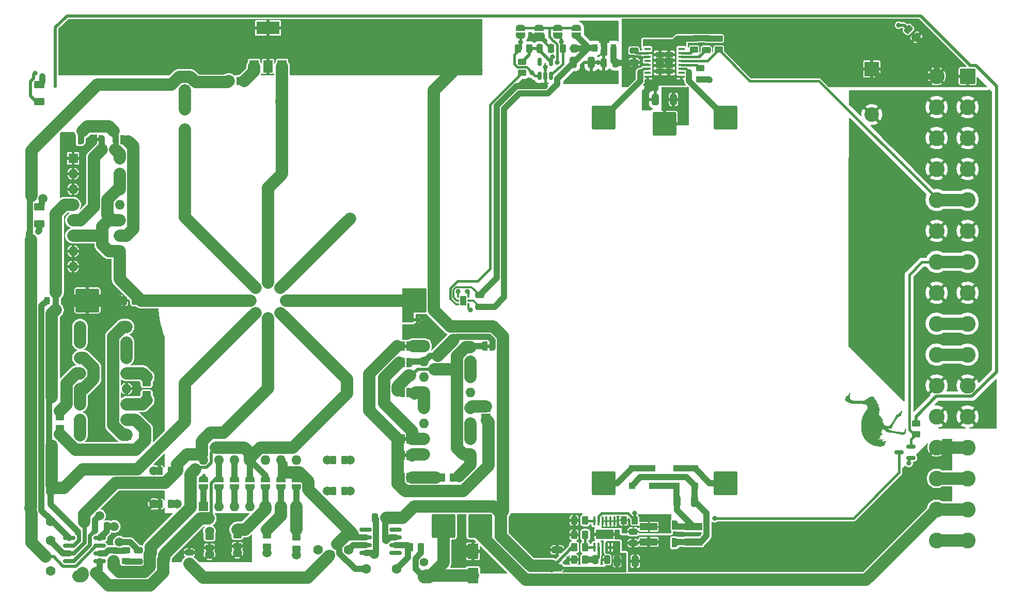
<source format=gbr>
%TF.GenerationSoftware,KiCad,Pcbnew,(6.0.0)*%
%TF.CreationDate,2022-02-11T15:57:12+01:00*%
%TF.ProjectId,ADRmu,4144526d-752e-46b6-9963-61645f706362,0.3*%
%TF.SameCoordinates,Original*%
%TF.FileFunction,Copper,L1,Top*%
%TF.FilePolarity,Positive*%
%FSLAX46Y46*%
G04 Gerber Fmt 4.6, Leading zero omitted, Abs format (unit mm)*
G04 Created by KiCad (PCBNEW (6.0.0)) date 2022-02-11 15:57:12*
%MOMM*%
%LPD*%
G01*
G04 APERTURE LIST*
G04 Aperture macros list*
%AMRoundRect*
0 Rectangle with rounded corners*
0 $1 Rounding radius*
0 $2 $3 $4 $5 $6 $7 $8 $9 X,Y pos of 4 corners*
0 Add a 4 corners polygon primitive as box body*
4,1,4,$2,$3,$4,$5,$6,$7,$8,$9,$2,$3,0*
0 Add four circle primitives for the rounded corners*
1,1,$1+$1,$2,$3*
1,1,$1+$1,$4,$5*
1,1,$1+$1,$6,$7*
1,1,$1+$1,$8,$9*
0 Add four rect primitives between the rounded corners*
20,1,$1+$1,$2,$3,$4,$5,0*
20,1,$1+$1,$4,$5,$6,$7,0*
20,1,$1+$1,$6,$7,$8,$9,0*
20,1,$1+$1,$8,$9,$2,$3,0*%
%AMFreePoly0*
4,1,22,0.500000,-0.750000,0.000000,-0.750000,0.000000,-0.745033,-0.079941,-0.743568,-0.215256,-0.701293,-0.333266,-0.622738,-0.424486,-0.514219,-0.481581,-0.384460,-0.499164,-0.250000,-0.500000,-0.250000,-0.500000,0.250000,-0.499164,0.250000,-0.499963,0.256109,-0.478152,0.396186,-0.417904,0.524511,-0.324060,0.630769,-0.204165,0.706417,-0.067858,0.745374,0.000000,0.744959,0.000000,0.750000,
0.500000,0.750000,0.500000,-0.750000,0.500000,-0.750000,$1*%
%AMFreePoly1*
4,1,20,0.000000,0.744959,0.073905,0.744508,0.209726,0.703889,0.328688,0.626782,0.421226,0.519385,0.479903,0.390333,0.500000,0.250000,0.500000,-0.250000,0.499851,-0.262216,0.476331,-0.402017,0.414519,-0.529596,0.319384,-0.634700,0.198574,-0.708877,0.061801,-0.746166,0.000000,-0.745033,0.000000,-0.750000,-0.500000,-0.750000,-0.500000,0.750000,0.000000,0.750000,0.000000,0.744959,
0.000000,0.744959,$1*%
%AMFreePoly2*
4,1,9,3.862500,-0.866500,0.737500,-0.866500,0.737500,-0.450000,-0.737500,-0.450000,-0.737500,0.450000,0.737500,0.450000,0.737500,0.866500,3.862500,0.866500,3.862500,-0.866500,3.862500,-0.866500,$1*%
G04 Aperture macros list end*
%TA.AperFunction,SMDPad,CuDef*%
%ADD10RoundRect,0.250000X0.262500X0.450000X-0.262500X0.450000X-0.262500X-0.450000X0.262500X-0.450000X0*%
%TD*%
%TA.AperFunction,SMDPad,CuDef*%
%ADD11RoundRect,0.250000X0.503814X0.132583X0.132583X0.503814X-0.503814X-0.132583X-0.132583X-0.503814X0*%
%TD*%
%TA.AperFunction,SMDPad,CuDef*%
%ADD12FreePoly0,0.000000*%
%TD*%
%TA.AperFunction,SMDPad,CuDef*%
%ADD13FreePoly1,0.000000*%
%TD*%
%TA.AperFunction,SMDPad,CuDef*%
%ADD14RoundRect,0.250000X0.450000X-0.262500X0.450000X0.262500X-0.450000X0.262500X-0.450000X-0.262500X0*%
%TD*%
%TA.AperFunction,SMDPad,CuDef*%
%ADD15RoundRect,0.250000X-0.625000X0.375000X-0.625000X-0.375000X0.625000X-0.375000X0.625000X0.375000X0*%
%TD*%
%TA.AperFunction,SMDPad,CuDef*%
%ADD16RoundRect,0.250000X-0.262500X-0.450000X0.262500X-0.450000X0.262500X0.450000X-0.262500X0.450000X0*%
%TD*%
%TA.AperFunction,ComponentPad*%
%ADD17C,1.600000*%
%TD*%
%TA.AperFunction,ComponentPad*%
%ADD18RoundRect,0.250002X1.699998X1.699998X-1.699998X1.699998X-1.699998X-1.699998X1.699998X-1.699998X0*%
%TD*%
%TA.AperFunction,ComponentPad*%
%ADD19RoundRect,0.250002X-1.699998X-1.699998X1.699998X-1.699998X1.699998X1.699998X-1.699998X1.699998X0*%
%TD*%
%TA.AperFunction,SMDPad,CuDef*%
%ADD20RoundRect,0.250000X-0.250000X-0.475000X0.250000X-0.475000X0.250000X0.475000X-0.250000X0.475000X0*%
%TD*%
%TA.AperFunction,SMDPad,CuDef*%
%ADD21RoundRect,0.250000X-0.450000X0.262500X-0.450000X-0.262500X0.450000X-0.262500X0.450000X0.262500X0*%
%TD*%
%TA.AperFunction,SMDPad,CuDef*%
%ADD22R,1.200000X0.900000*%
%TD*%
%TA.AperFunction,SMDPad,CuDef*%
%ADD23FreePoly0,90.000000*%
%TD*%
%TA.AperFunction,SMDPad,CuDef*%
%ADD24FreePoly1,90.000000*%
%TD*%
%TA.AperFunction,ComponentPad*%
%ADD25RoundRect,0.250000X-1.050000X1.050000X-1.050000X-1.050000X1.050000X-1.050000X1.050000X1.050000X0*%
%TD*%
%TA.AperFunction,ComponentPad*%
%ADD26C,2.600000*%
%TD*%
%TA.AperFunction,ComponentPad*%
%ADD27C,1.500000*%
%TD*%
%TA.AperFunction,SMDPad,CuDef*%
%ADD28RoundRect,0.150000X-0.825000X-0.150000X0.825000X-0.150000X0.825000X0.150000X-0.825000X0.150000X0*%
%TD*%
%TA.AperFunction,SMDPad,CuDef*%
%ADD29RoundRect,0.093750X-0.093750X-0.106250X0.093750X-0.106250X0.093750X0.106250X-0.093750X0.106250X0*%
%TD*%
%TA.AperFunction,SMDPad,CuDef*%
%ADD30R,1.000000X1.600000*%
%TD*%
%TA.AperFunction,SMDPad,CuDef*%
%ADD31RoundRect,0.250000X-0.325000X-0.650000X0.325000X-0.650000X0.325000X0.650000X-0.325000X0.650000X0*%
%TD*%
%TA.AperFunction,SMDPad,CuDef*%
%ADD32R,0.900000X1.300000*%
%TD*%
%TA.AperFunction,SMDPad,CuDef*%
%ADD33FreePoly2,90.000000*%
%TD*%
%TA.AperFunction,SMDPad,CuDef*%
%ADD34RoundRect,0.100000X-0.100000X0.625000X-0.100000X-0.625000X0.100000X-0.625000X0.100000X0.625000X0*%
%TD*%
%TA.AperFunction,SMDPad,CuDef*%
%ADD35R,2.850000X1.650000*%
%TD*%
%TA.AperFunction,SMDPad,CuDef*%
%ADD36RoundRect,0.250000X0.475000X-0.250000X0.475000X0.250000X-0.475000X0.250000X-0.475000X-0.250000X0*%
%TD*%
%TA.AperFunction,SMDPad,CuDef*%
%ADD37R,1.800000X2.500000*%
%TD*%
%TA.AperFunction,SMDPad,CuDef*%
%ADD38C,0.500000*%
%TD*%
%TA.AperFunction,SMDPad,CuDef*%
%ADD39FreePoly0,180.000000*%
%TD*%
%TA.AperFunction,SMDPad,CuDef*%
%ADD40FreePoly1,180.000000*%
%TD*%
%TA.AperFunction,ComponentPad*%
%ADD41C,1.400000*%
%TD*%
%TA.AperFunction,SMDPad,CuDef*%
%ADD42RoundRect,0.250000X0.250000X0.475000X-0.250000X0.475000X-0.250000X-0.475000X0.250000X-0.475000X0*%
%TD*%
%TA.AperFunction,ComponentPad*%
%ADD43R,1.600000X1.600000*%
%TD*%
%TA.AperFunction,ComponentPad*%
%ADD44O,1.600000X1.600000*%
%TD*%
%TA.AperFunction,ComponentPad*%
%ADD45R,2.400000X2.400000*%
%TD*%
%TA.AperFunction,ComponentPad*%
%ADD46C,2.400000*%
%TD*%
%TA.AperFunction,SMDPad,CuDef*%
%ADD47R,0.900000X1.200000*%
%TD*%
%TA.AperFunction,SMDPad,CuDef*%
%ADD48FreePoly0,270.000000*%
%TD*%
%TA.AperFunction,SMDPad,CuDef*%
%ADD49FreePoly1,270.000000*%
%TD*%
%TA.AperFunction,SMDPad,CuDef*%
%ADD50RoundRect,0.150000X0.150000X-0.512500X0.150000X0.512500X-0.150000X0.512500X-0.150000X-0.512500X0*%
%TD*%
%TA.AperFunction,SMDPad,CuDef*%
%ADD51R,1.100000X1.100000*%
%TD*%
%TA.AperFunction,SMDPad,CuDef*%
%ADD52RoundRect,0.250000X-0.475000X0.250000X-0.475000X-0.250000X0.475000X-0.250000X0.475000X0.250000X0*%
%TD*%
%TA.AperFunction,SMDPad,CuDef*%
%ADD53R,1.050000X0.450000*%
%TD*%
%TA.AperFunction,SMDPad,CuDef*%
%ADD54R,1.470000X0.895000*%
%TD*%
%TA.AperFunction,SMDPad,CuDef*%
%ADD55RoundRect,0.150000X0.587500X0.150000X-0.587500X0.150000X-0.587500X-0.150000X0.587500X-0.150000X0*%
%TD*%
%TA.AperFunction,ComponentPad*%
%ADD56O,1.200000X1.600000*%
%TD*%
%TA.AperFunction,ComponentPad*%
%ADD57O,1.200000X1.200000*%
%TD*%
%TA.AperFunction,SMDPad,CuDef*%
%ADD58R,2.850000X1.200000*%
%TD*%
%TA.AperFunction,SMDPad,CuDef*%
%ADD59RoundRect,0.250000X0.325000X0.650000X-0.325000X0.650000X-0.325000X-0.650000X0.325000X-0.650000X0*%
%TD*%
%TA.AperFunction,SMDPad,CuDef*%
%ADD60RoundRect,0.250000X0.650000X-0.325000X0.650000X0.325000X-0.650000X0.325000X-0.650000X-0.325000X0*%
%TD*%
%TA.AperFunction,SMDPad,CuDef*%
%ADD61R,1.500000X2.000000*%
%TD*%
%TA.AperFunction,SMDPad,CuDef*%
%ADD62R,3.800000X2.000000*%
%TD*%
%TA.AperFunction,ViaPad*%
%ADD63C,0.800000*%
%TD*%
%TA.AperFunction,ViaPad*%
%ADD64C,1.500000*%
%TD*%
%TA.AperFunction,ViaPad*%
%ADD65C,0.600000*%
%TD*%
%TA.AperFunction,ViaPad*%
%ADD66C,1.000000*%
%TD*%
%TA.AperFunction,Conductor*%
%ADD67C,2.000000*%
%TD*%
%TA.AperFunction,Conductor*%
%ADD68C,0.500000*%
%TD*%
%TA.AperFunction,Conductor*%
%ADD69C,1.000000*%
%TD*%
%TA.AperFunction,Conductor*%
%ADD70C,0.400000*%
%TD*%
%TA.AperFunction,Conductor*%
%ADD71C,0.300000*%
%TD*%
%TA.AperFunction,Conductor*%
%ADD72C,0.700000*%
%TD*%
G04 APERTURE END LIST*
%TO.C,JP211*%
G36*
X132823000Y-123044000D02*
G01*
X132323000Y-123044000D01*
X132323000Y-122444000D01*
X132823000Y-122444000D01*
X132823000Y-123044000D01*
G37*
%TO.C,SYM101*%
G36*
X205467584Y-115164687D02*
G01*
X205474043Y-115167095D01*
X205474987Y-115167715D01*
X205478291Y-115171048D01*
X205481815Y-115175993D01*
X205483520Y-115179005D01*
X205485613Y-115184253D01*
X205486982Y-115190563D01*
X205487619Y-115198272D01*
X205487517Y-115207716D01*
X205486669Y-115219233D01*
X205485068Y-115233158D01*
X205482708Y-115249829D01*
X205481930Y-115254904D01*
X205479162Y-115272024D01*
X205475767Y-115291847D01*
X205471840Y-115313890D01*
X205467474Y-115337670D01*
X205462764Y-115362706D01*
X205457805Y-115388514D01*
X205452689Y-115414612D01*
X205447511Y-115440517D01*
X205442366Y-115465746D01*
X205437346Y-115489816D01*
X205432547Y-115512246D01*
X205428062Y-115532552D01*
X205426294Y-115540337D01*
X205419833Y-115568860D01*
X205414201Y-115594564D01*
X205409352Y-115617776D01*
X205405239Y-115638824D01*
X205401816Y-115658034D01*
X205399036Y-115675734D01*
X205396854Y-115692252D01*
X205395221Y-115707914D01*
X205394094Y-115723048D01*
X205393424Y-115737982D01*
X205393165Y-115753042D01*
X205393272Y-115768556D01*
X205393353Y-115772696D01*
X205393737Y-115785200D01*
X205394358Y-115797612D01*
X205395264Y-115810356D01*
X205396498Y-115823858D01*
X205398107Y-115838543D01*
X205400138Y-115854834D01*
X205402634Y-115873156D01*
X205405643Y-115893936D01*
X205408367Y-115912064D01*
X205415547Y-115955328D01*
X205423525Y-115995731D01*
X205432395Y-116033600D01*
X205442250Y-116069264D01*
X205453185Y-116103051D01*
X205465293Y-116135288D01*
X205478669Y-116166304D01*
X205485217Y-116180134D01*
X205495198Y-116199917D01*
X205504713Y-116217151D01*
X205514163Y-116232436D01*
X205523952Y-116246371D01*
X205534479Y-116259555D01*
X205546149Y-116272588D01*
X205549659Y-116276275D01*
X205564499Y-116290903D01*
X205579412Y-116303919D01*
X205594849Y-116315593D01*
X205611263Y-116326192D01*
X205629106Y-116335986D01*
X205648831Y-116345243D01*
X205670889Y-116354231D01*
X205695734Y-116363219D01*
X205696650Y-116363533D01*
X205765278Y-116385966D01*
X205834189Y-116406266D01*
X205903726Y-116424506D01*
X205974230Y-116440756D01*
X206046045Y-116455087D01*
X206119511Y-116467570D01*
X206194970Y-116478275D01*
X206272765Y-116487274D01*
X206312299Y-116491124D01*
X206339066Y-116493486D01*
X206365431Y-116495621D01*
X206391742Y-116497545D01*
X206418347Y-116499276D01*
X206445595Y-116500829D01*
X206473833Y-116502222D01*
X206503410Y-116503471D01*
X206534674Y-116504591D01*
X206567974Y-116505601D01*
X206603658Y-116506515D01*
X206642073Y-116507351D01*
X206663753Y-116507770D01*
X206730728Y-116508620D01*
X206800316Y-116508730D01*
X206872587Y-116508098D01*
X206947611Y-116506722D01*
X207025456Y-116504600D01*
X207106193Y-116501730D01*
X207189890Y-116498110D01*
X207276617Y-116493739D01*
X207366443Y-116488614D01*
X207377845Y-116487923D01*
X207401537Y-116486438D01*
X207422426Y-116485034D01*
X207440972Y-116483669D01*
X207457634Y-116482302D01*
X207472874Y-116480892D01*
X207487152Y-116479396D01*
X207500928Y-116477773D01*
X207514661Y-116475981D01*
X207523183Y-116474793D01*
X207584672Y-116464410D01*
X207645203Y-116450923D01*
X207704803Y-116434323D01*
X207763495Y-116414601D01*
X207821303Y-116391747D01*
X207878251Y-116365753D01*
X207934365Y-116336608D01*
X207989668Y-116304305D01*
X208016028Y-116287612D01*
X208028001Y-116279694D01*
X208042437Y-116269897D01*
X208059200Y-116258320D01*
X208078152Y-116245062D01*
X208099157Y-116230221D01*
X208122079Y-116213897D01*
X208146780Y-116196187D01*
X208173125Y-116177191D01*
X208200976Y-116157007D01*
X208230196Y-116135734D01*
X208260650Y-116113469D01*
X208292200Y-116090313D01*
X208324710Y-116066364D01*
X208358043Y-116041720D01*
X208392063Y-116016480D01*
X208406091Y-116006046D01*
X208426465Y-115990909D01*
X208444508Y-115977575D01*
X208460484Y-115965870D01*
X208474661Y-115955619D01*
X208487304Y-115946648D01*
X208498680Y-115938782D01*
X208509054Y-115931845D01*
X208518694Y-115925663D01*
X208527865Y-115920061D01*
X208536833Y-115914865D01*
X208545865Y-115909898D01*
X208555227Y-115904987D01*
X208565185Y-115899957D01*
X208574849Y-115895196D01*
X208618020Y-115875731D01*
X208663643Y-115858285D01*
X208711582Y-115842881D01*
X208761701Y-115829546D01*
X208813864Y-115818305D01*
X208867935Y-115809182D01*
X208923778Y-115802204D01*
X208981257Y-115797396D01*
X209040236Y-115794783D01*
X209100579Y-115794390D01*
X209115378Y-115794632D01*
X209136404Y-115795096D01*
X209154673Y-115795616D01*
X209170660Y-115796283D01*
X209184836Y-115797189D01*
X209197676Y-115798426D01*
X209209652Y-115800086D01*
X209221238Y-115802261D01*
X209232908Y-115805043D01*
X209245135Y-115808523D01*
X209258391Y-115812794D01*
X209273150Y-115817948D01*
X209289886Y-115824076D01*
X209309072Y-115831271D01*
X209314454Y-115833303D01*
X209326444Y-115837971D01*
X209335638Y-115841921D01*
X209342368Y-115845371D01*
X209346968Y-115848537D01*
X209349770Y-115851638D01*
X209351107Y-115854890D01*
X209351350Y-115857395D01*
X209350484Y-115862146D01*
X209347743Y-115866731D01*
X209342911Y-115871289D01*
X209335770Y-115875959D01*
X209326105Y-115880880D01*
X209313699Y-115886193D01*
X209298335Y-115892038D01*
X209296761Y-115892609D01*
X209288960Y-115895451D01*
X209282258Y-115897939D01*
X209277258Y-115899844D01*
X209274564Y-115900939D01*
X209274307Y-115901067D01*
X209274304Y-115902784D01*
X209276483Y-115906178D01*
X209280497Y-115910860D01*
X209286002Y-115916439D01*
X209292649Y-115922526D01*
X209295631Y-115925083D01*
X209305924Y-115933360D01*
X209316572Y-115941096D01*
X209327970Y-115948512D01*
X209340514Y-115955826D01*
X209354600Y-115963259D01*
X209370624Y-115971030D01*
X209388981Y-115979359D01*
X209409322Y-115988148D01*
X209432320Y-115998104D01*
X209452510Y-116007295D01*
X209470215Y-116015890D01*
X209485757Y-116024059D01*
X209499459Y-116031973D01*
X209511642Y-116039801D01*
X209522629Y-116047713D01*
X209523327Y-116048248D01*
X209528283Y-116052305D01*
X209534058Y-116057415D01*
X209540167Y-116063098D01*
X209546121Y-116068874D01*
X209551431Y-116074262D01*
X209555612Y-116078783D01*
X209558174Y-116081956D01*
X209558743Y-116083117D01*
X209557371Y-116084974D01*
X209553670Y-116087851D01*
X209548262Y-116091369D01*
X209541769Y-116095150D01*
X209534814Y-116098816D01*
X209528019Y-116101987D01*
X209526980Y-116102427D01*
X209518391Y-116105755D01*
X209509786Y-116108514D01*
X209500684Y-116110781D01*
X209490607Y-116112634D01*
X209479075Y-116114150D01*
X209465608Y-116115407D01*
X209449727Y-116116483D01*
X209435450Y-116117242D01*
X209417550Y-116118249D01*
X209402385Y-116119427D01*
X209389425Y-116120848D01*
X209378140Y-116122583D01*
X209368001Y-116124706D01*
X209358477Y-116127287D01*
X209356199Y-116127991D01*
X209342778Y-116132231D01*
X209358903Y-116140447D01*
X209372536Y-116147202D01*
X209384429Y-116152602D01*
X209395600Y-116157037D01*
X209407070Y-116160895D01*
X209419860Y-116164567D01*
X209426923Y-116166417D01*
X209453934Y-116173917D01*
X209477965Y-116181850D01*
X209499287Y-116190326D01*
X209518168Y-116199452D01*
X209534879Y-116209336D01*
X209535881Y-116209997D01*
X209554404Y-116223673D01*
X209570185Y-116238414D01*
X209583485Y-116254588D01*
X209594561Y-116272563D01*
X209603671Y-116292705D01*
X209611075Y-116315382D01*
X209611752Y-116317880D01*
X209617241Y-116336532D01*
X209623203Y-116352572D01*
X209629990Y-116366656D01*
X209637958Y-116379435D01*
X209647460Y-116391562D01*
X209657500Y-116402345D01*
X209662946Y-116407714D01*
X209668320Y-116412739D01*
X209674032Y-116417750D01*
X209680488Y-116423076D01*
X209688098Y-116429048D01*
X209697269Y-116435997D01*
X209708410Y-116444251D01*
X209717963Y-116451250D01*
X209737112Y-116465410D01*
X209753685Y-116478079D01*
X209767892Y-116489466D01*
X209779945Y-116499781D01*
X209790053Y-116509236D01*
X209798429Y-116518039D01*
X209805283Y-116526401D01*
X209810827Y-116534532D01*
X209815271Y-116542641D01*
X209818826Y-116550940D01*
X209819247Y-116552080D01*
X209820998Y-116557506D01*
X209823046Y-116564773D01*
X209825207Y-116573115D01*
X209827300Y-116581767D01*
X209829142Y-116589961D01*
X209830552Y-116596933D01*
X209831348Y-116601917D01*
X209831458Y-116603439D01*
X209831196Y-116604412D01*
X209830194Y-116605366D01*
X209828127Y-116606395D01*
X209824670Y-116607594D01*
X209819500Y-116609060D01*
X209812292Y-116610888D01*
X209802720Y-116613173D01*
X209790462Y-116616010D01*
X209782467Y-116617838D01*
X209770345Y-116620632D01*
X209759321Y-116623230D01*
X209749780Y-116625536D01*
X209742105Y-116627456D01*
X209736680Y-116628894D01*
X209733889Y-116629756D01*
X209733593Y-116629929D01*
X209734781Y-116631237D01*
X209738061Y-116634436D01*
X209743110Y-116639220D01*
X209749602Y-116645284D01*
X209757213Y-116652322D01*
X209764064Y-116658609D01*
X209787647Y-116680440D01*
X209810117Y-116701763D01*
X209831266Y-116722366D01*
X209850884Y-116742035D01*
X209868761Y-116760556D01*
X209884689Y-116777717D01*
X209898457Y-116793303D01*
X209909857Y-116807102D01*
X209909945Y-116807214D01*
X209923713Y-116825246D01*
X209934991Y-116841353D01*
X209943838Y-116855655D01*
X209950312Y-116868271D01*
X209954473Y-116879317D01*
X209956380Y-116888914D01*
X209956090Y-116897179D01*
X209955621Y-116899279D01*
X209951860Y-116907166D01*
X209944997Y-116914728D01*
X209935186Y-116921856D01*
X209922585Y-116928440D01*
X209907350Y-116934370D01*
X209904127Y-116935428D01*
X209898369Y-116937365D01*
X209893851Y-116939070D01*
X209891470Y-116940200D01*
X209891382Y-116940270D01*
X209891662Y-116942073D01*
X209893941Y-116945619D01*
X209897811Y-116950438D01*
X209902868Y-116956064D01*
X209908706Y-116962026D01*
X209914918Y-116967856D01*
X209916419Y-116969183D01*
X209919965Y-116972245D01*
X209925677Y-116977136D01*
X209933226Y-116983577D01*
X209942283Y-116991287D01*
X209952521Y-116999989D01*
X209963611Y-117009401D01*
X209975224Y-117019245D01*
X209980063Y-117023342D01*
X210006615Y-117045931D01*
X210030680Y-117066639D01*
X210052366Y-117085567D01*
X210071782Y-117102817D01*
X210089037Y-117118489D01*
X210104239Y-117132684D01*
X210117496Y-117145505D01*
X210128917Y-117157052D01*
X210138611Y-117167425D01*
X210146687Y-117176728D01*
X210152501Y-117184055D01*
X210164822Y-117201635D01*
X210177266Y-117221752D01*
X210189428Y-117243723D01*
X210199072Y-117262984D01*
X210206037Y-117278060D01*
X210211346Y-117290703D01*
X210215109Y-117301226D01*
X210217433Y-117309945D01*
X210218428Y-117317174D01*
X210218484Y-117319127D01*
X210217651Y-117327834D01*
X210214961Y-117334346D01*
X210210127Y-117338911D01*
X210202863Y-117341780D01*
X210192882Y-117343203D01*
X210190722Y-117343327D01*
X210187562Y-117343421D01*
X210184230Y-117343372D01*
X210180451Y-117343133D01*
X210175946Y-117342659D01*
X210170439Y-117341902D01*
X210163653Y-117340817D01*
X210155309Y-117339356D01*
X210145131Y-117337473D01*
X210132841Y-117335122D01*
X210118162Y-117332255D01*
X210100817Y-117328827D01*
X210082127Y-117325110D01*
X210057352Y-117320174D01*
X210035559Y-117315837D01*
X210016527Y-117312059D01*
X210000033Y-117308803D01*
X209985856Y-117306030D01*
X209973775Y-117303700D01*
X209963568Y-117301776D01*
X209955014Y-117300218D01*
X209947891Y-117298988D01*
X209941978Y-117298047D01*
X209937053Y-117297356D01*
X209932894Y-117296877D01*
X209929281Y-117296571D01*
X209925991Y-117296400D01*
X209922803Y-117296323D01*
X209919496Y-117296304D01*
X209899116Y-117296304D01*
X209896492Y-117303383D01*
X209893869Y-117310462D01*
X209930842Y-117336033D01*
X209940223Y-117342484D01*
X209951821Y-117350401D01*
X209965133Y-117359444D01*
X209979655Y-117369272D01*
X209994884Y-117379544D01*
X210010315Y-117389920D01*
X210025446Y-117400059D01*
X210033136Y-117405198D01*
X210052702Y-117418297D01*
X210069785Y-117429838D01*
X210084655Y-117440019D01*
X210097581Y-117449039D01*
X210108833Y-117457098D01*
X210118681Y-117464396D01*
X210127393Y-117471133D01*
X210135239Y-117477507D01*
X210142489Y-117483718D01*
X210149411Y-117489965D01*
X210155972Y-117496156D01*
X210173463Y-117513862D01*
X210188822Y-117531445D01*
X210202479Y-117549540D01*
X210214862Y-117568778D01*
X210226400Y-117589791D01*
X210237522Y-117613213D01*
X210241394Y-117622091D01*
X210244319Y-117629147D01*
X210247835Y-117637978D01*
X210251799Y-117648186D01*
X210256064Y-117659376D01*
X210260487Y-117671153D01*
X210264923Y-117683119D01*
X210269226Y-117694879D01*
X210273253Y-117706037D01*
X210276858Y-117716197D01*
X210279897Y-117724963D01*
X210282224Y-117731939D01*
X210283696Y-117736728D01*
X210284167Y-117738936D01*
X210284135Y-117739028D01*
X210282314Y-117739899D01*
X210277932Y-117741725D01*
X210271484Y-117744309D01*
X210263465Y-117747452D01*
X210254368Y-117750957D01*
X210254002Y-117751097D01*
X210243202Y-117755298D01*
X210235206Y-117758604D01*
X210229718Y-117761154D01*
X210226445Y-117763089D01*
X210225091Y-117764549D01*
X210225016Y-117764928D01*
X210225604Y-117769491D01*
X210227348Y-117777000D01*
X210230216Y-117787356D01*
X210234178Y-117800462D01*
X210239201Y-117816220D01*
X210245255Y-117834533D01*
X210252309Y-117855303D01*
X210260331Y-117878433D01*
X210269291Y-117903824D01*
X210270440Y-117907053D01*
X210279598Y-117933506D01*
X210287323Y-117957517D01*
X210293718Y-117979527D01*
X210298884Y-117999978D01*
X210302922Y-118019311D01*
X210305936Y-118037967D01*
X210308026Y-118056388D01*
X210309294Y-118075014D01*
X210309317Y-118075492D01*
X210309530Y-118085345D01*
X210309360Y-118096232D01*
X210308855Y-118107612D01*
X210308067Y-118118941D01*
X210307048Y-118129680D01*
X210305848Y-118139286D01*
X210304517Y-118147217D01*
X210303108Y-118152931D01*
X210301760Y-118155794D01*
X210300012Y-118155597D01*
X210295430Y-118154536D01*
X210288308Y-118152694D01*
X210278940Y-118150150D01*
X210267620Y-118146987D01*
X210254639Y-118143287D01*
X210240293Y-118139130D01*
X210224874Y-118134597D01*
X210217886Y-118132524D01*
X210202074Y-118127825D01*
X210187200Y-118123420D01*
X210173559Y-118119396D01*
X210161445Y-118115838D01*
X210151155Y-118112834D01*
X210142983Y-118110468D01*
X210137223Y-118108828D01*
X210134171Y-118108000D01*
X210133764Y-118107915D01*
X210133373Y-118109426D01*
X210134170Y-118113932D01*
X210136141Y-118121390D01*
X210139273Y-118131758D01*
X210143551Y-118144994D01*
X210148962Y-118161054D01*
X210155492Y-118179898D01*
X210163128Y-118201481D01*
X210171856Y-118225763D01*
X210173475Y-118230234D01*
X210184298Y-118260269D01*
X210194250Y-118288277D01*
X210203287Y-118314120D01*
X210211362Y-118337661D01*
X210218429Y-118358765D01*
X210224441Y-118377294D01*
X210229353Y-118393111D01*
X210233118Y-118406081D01*
X210234184Y-118410024D01*
X210236615Y-118420275D01*
X210238041Y-118429339D01*
X210238690Y-118438946D01*
X210238799Y-118445172D01*
X210238768Y-118453420D01*
X210238481Y-118459284D01*
X210237799Y-118463645D01*
X210236587Y-118467381D01*
X210234745Y-118471300D01*
X210230270Y-118478136D01*
X210224269Y-118483842D01*
X210216505Y-118488485D01*
X210206739Y-118492136D01*
X210194733Y-118494863D01*
X210180249Y-118496735D01*
X210163049Y-118497822D01*
X210142894Y-118498192D01*
X210142066Y-118498193D01*
X210115455Y-118498207D01*
X210116340Y-118503514D01*
X210116737Y-118506645D01*
X210117360Y-118512486D01*
X210118157Y-118520496D01*
X210119074Y-118530132D01*
X210120057Y-118540851D01*
X210120551Y-118546381D01*
X210123223Y-118574919D01*
X210125946Y-118600541D01*
X210128780Y-118623596D01*
X210131786Y-118644434D01*
X210135025Y-118663402D01*
X210138557Y-118680853D01*
X210142442Y-118697133D01*
X210146742Y-118712594D01*
X210151516Y-118727585D01*
X210152403Y-118730181D01*
X210159925Y-118749808D01*
X210167832Y-118766214D01*
X210176119Y-118779388D01*
X210179151Y-118783285D01*
X210182813Y-118787369D01*
X210188325Y-118792987D01*
X210195758Y-118800207D01*
X210205186Y-118809096D01*
X210216682Y-118819722D01*
X210230320Y-118832150D01*
X210246171Y-118846448D01*
X210264308Y-118862684D01*
X210284806Y-118880924D01*
X210300951Y-118895234D01*
X210318886Y-118911133D01*
X210334563Y-118925103D01*
X210348190Y-118937356D01*
X210359978Y-118948103D01*
X210370134Y-118957554D01*
X210378870Y-118965921D01*
X210386392Y-118973415D01*
X210392912Y-118980247D01*
X210398638Y-118986628D01*
X210403779Y-118992769D01*
X210408544Y-118998882D01*
X210413142Y-119005177D01*
X210417784Y-119011865D01*
X210420488Y-119015874D01*
X210432968Y-119036153D01*
X210443626Y-119057146D01*
X210452688Y-119079424D01*
X210460378Y-119103559D01*
X210466923Y-119130124D01*
X210468472Y-119137534D01*
X210474012Y-119161461D01*
X210480506Y-119182785D01*
X210488183Y-119202087D01*
X210497268Y-119219949D01*
X210506318Y-119234509D01*
X210509653Y-119238876D01*
X210515188Y-119245387D01*
X210522792Y-119253899D01*
X210532333Y-119264271D01*
X210543680Y-119276358D01*
X210556701Y-119290018D01*
X210571265Y-119305109D01*
X210571440Y-119305288D01*
X210596704Y-119331449D01*
X210619784Y-119355632D01*
X210640891Y-119378080D01*
X210660236Y-119399035D01*
X210678032Y-119418738D01*
X210694490Y-119437431D01*
X210709822Y-119455357D01*
X210724240Y-119472757D01*
X210737956Y-119489873D01*
X210751180Y-119506947D01*
X210764126Y-119524220D01*
X210769166Y-119531092D01*
X210791614Y-119562140D01*
X210813090Y-119592414D01*
X210834095Y-119622641D01*
X210855130Y-119653550D01*
X210876696Y-119685869D01*
X210899292Y-119720326D01*
X210899713Y-119720973D01*
X210925634Y-119760811D01*
X210920592Y-119767177D01*
X210915551Y-119773543D01*
X210908727Y-119770090D01*
X210901374Y-119766305D01*
X210891453Y-119761098D01*
X210879255Y-119754626D01*
X210865071Y-119747046D01*
X210849191Y-119738515D01*
X210831907Y-119729189D01*
X210813510Y-119719226D01*
X210794290Y-119708783D01*
X210774539Y-119698016D01*
X210754547Y-119687082D01*
X210740563Y-119679411D01*
X210721177Y-119668764D01*
X210704431Y-119659572D01*
X210690099Y-119651726D01*
X210677957Y-119645115D01*
X210667779Y-119639629D01*
X210659338Y-119635157D01*
X210652411Y-119631588D01*
X210646771Y-119628813D01*
X210642192Y-119626719D01*
X210638450Y-119625198D01*
X210635319Y-119624138D01*
X210632573Y-119623428D01*
X210629987Y-119622959D01*
X210627335Y-119622619D01*
X210624392Y-119622298D01*
X210623992Y-119622254D01*
X210617946Y-119621672D01*
X210613450Y-119621417D01*
X210611224Y-119621524D01*
X210611114Y-119621652D01*
X210624289Y-119644444D01*
X210637497Y-119664386D01*
X210647862Y-119678064D01*
X210667111Y-119702570D01*
X210684907Y-119726619D01*
X210701593Y-119750757D01*
X210717513Y-119775530D01*
X210733008Y-119801485D01*
X210748423Y-119829167D01*
X210764100Y-119859123D01*
X210774174Y-119879224D01*
X210779976Y-119891032D01*
X210785349Y-119902116D01*
X210790487Y-119912901D01*
X210795583Y-119923811D01*
X210800829Y-119935271D01*
X210806419Y-119947706D01*
X210812545Y-119961540D01*
X210819401Y-119977198D01*
X210827179Y-119995104D01*
X210834138Y-120011200D01*
X210843824Y-120033537D01*
X210852506Y-120053316D01*
X210860400Y-120071006D01*
X210867725Y-120087078D01*
X210874699Y-120102000D01*
X210881540Y-120116244D01*
X210888466Y-120130278D01*
X210895696Y-120144572D01*
X210899325Y-120151640D01*
X210925999Y-120201447D01*
X210953601Y-120249115D01*
X210982795Y-120295761D01*
X211003522Y-120326918D01*
X211010058Y-120336740D01*
X211016438Y-120346721D01*
X211022247Y-120356186D01*
X211027074Y-120364462D01*
X211030507Y-120370873D01*
X211030969Y-120371826D01*
X211033615Y-120377989D01*
X211036920Y-120386552D01*
X211040621Y-120396781D01*
X211044453Y-120407941D01*
X211048154Y-120419301D01*
X211048971Y-120421905D01*
X211054873Y-120440421D01*
X211060159Y-120456002D01*
X211064944Y-120468896D01*
X211069347Y-120479350D01*
X211073482Y-120487613D01*
X211077467Y-120493932D01*
X211081417Y-120498554D01*
X211085449Y-120501729D01*
X211086819Y-120502501D01*
X211090104Y-120503786D01*
X211096254Y-120505781D01*
X211104965Y-120508404D01*
X211115935Y-120511568D01*
X211128859Y-120515189D01*
X211143436Y-120519182D01*
X211159362Y-120523462D01*
X211176334Y-120527944D01*
X211194049Y-120532544D01*
X211195030Y-120532797D01*
X211262698Y-120549438D01*
X211328231Y-120563981D01*
X211391953Y-120576480D01*
X211454186Y-120586988D01*
X211515254Y-120595559D01*
X211575479Y-120602246D01*
X211635185Y-120607103D01*
X211650171Y-120608043D01*
X211672345Y-120609048D01*
X211694904Y-120609502D01*
X211717336Y-120609425D01*
X211739131Y-120608838D01*
X211759779Y-120607761D01*
X211778769Y-120606216D01*
X211795590Y-120604222D01*
X211809733Y-120601802D01*
X211810989Y-120601535D01*
X211832806Y-120595345D01*
X211852684Y-120586617D01*
X211870716Y-120575280D01*
X211886994Y-120561259D01*
X211901611Y-120544482D01*
X211914661Y-120524876D01*
X211919683Y-120515804D01*
X211927833Y-120501511D01*
X211935819Y-120490120D01*
X211943906Y-120481297D01*
X211952361Y-120474705D01*
X211952366Y-120474703D01*
X211984209Y-120453633D01*
X212013383Y-120432801D01*
X212040409Y-120411741D01*
X212065808Y-120389988D01*
X212090099Y-120367078D01*
X212113805Y-120342546D01*
X212137446Y-120315927D01*
X212157919Y-120291263D01*
X212165125Y-120282255D01*
X212172135Y-120273298D01*
X212179072Y-120264203D01*
X212186062Y-120254782D01*
X212193229Y-120244845D01*
X212200700Y-120234206D01*
X212208597Y-120222675D01*
X212217047Y-120210063D01*
X212226175Y-120196183D01*
X212236105Y-120180847D01*
X212246962Y-120163864D01*
X212258871Y-120145048D01*
X212271957Y-120124210D01*
X212286345Y-120101161D01*
X212302159Y-120075712D01*
X212319526Y-120047676D01*
X212321381Y-120044677D01*
X212367481Y-119970040D01*
X212411847Y-119897991D01*
X212454558Y-119828402D01*
X212495692Y-119761145D01*
X212535326Y-119696090D01*
X212573540Y-119633109D01*
X212610410Y-119572073D01*
X212646015Y-119512853D01*
X212680434Y-119455320D01*
X212713744Y-119399346D01*
X212746023Y-119344802D01*
X212756792Y-119326535D01*
X212768654Y-119306373D01*
X212779035Y-119288668D01*
X212788126Y-119273074D01*
X212796119Y-119259243D01*
X212803206Y-119246827D01*
X212809579Y-119235480D01*
X212815427Y-119224853D01*
X212820944Y-119214599D01*
X212826320Y-119204372D01*
X212831748Y-119193822D01*
X212837418Y-119182604D01*
X212843522Y-119170369D01*
X212849268Y-119158764D01*
X212854372Y-119148417D01*
X212859001Y-119138993D01*
X212863299Y-119130187D01*
X212867407Y-119121692D01*
X212871468Y-119113203D01*
X212875625Y-119104415D01*
X212880020Y-119095020D01*
X212884795Y-119084714D01*
X212890094Y-119073191D01*
X212896058Y-119060145D01*
X212902830Y-119045270D01*
X212910552Y-119028261D01*
X212919368Y-119008812D01*
X212926843Y-118992306D01*
X212936536Y-118970946D01*
X212945042Y-118952314D01*
X212952487Y-118936150D01*
X212959000Y-118922192D01*
X212964706Y-118910180D01*
X212969733Y-118899852D01*
X212974208Y-118890947D01*
X212978258Y-118883204D01*
X212982010Y-118876361D01*
X212985590Y-118870158D01*
X212988823Y-118864820D01*
X212997263Y-118851299D01*
X213004389Y-118840204D01*
X213010525Y-118831136D01*
X213015994Y-118823695D01*
X213021120Y-118817479D01*
X213026225Y-118812090D01*
X213031633Y-118807126D01*
X213037667Y-118802189D01*
X213042253Y-118798671D01*
X213050920Y-118792609D01*
X213060548Y-118786842D01*
X213071610Y-118781136D01*
X213084577Y-118775261D01*
X213099920Y-118768983D01*
X213111926Y-118764376D01*
X213128327Y-118758025D01*
X213146835Y-118750536D01*
X213166642Y-118742249D01*
X213186943Y-118733505D01*
X213206931Y-118724644D01*
X213219358Y-118718991D01*
X213231604Y-118713266D01*
X213244917Y-118706883D01*
X213258930Y-118700032D01*
X213273275Y-118692902D01*
X213287582Y-118685683D01*
X213301484Y-118678566D01*
X213314613Y-118671739D01*
X213326600Y-118665392D01*
X213337076Y-118659717D01*
X213345675Y-118654901D01*
X213352027Y-118651136D01*
X213355516Y-118648804D01*
X213364991Y-118640838D01*
X213375885Y-118630344D01*
X213387938Y-118617599D01*
X213400890Y-118602876D01*
X213414482Y-118586452D01*
X213415124Y-118585653D01*
X213434091Y-118562873D01*
X213452265Y-118542874D01*
X213469975Y-118525373D01*
X213487551Y-118510083D01*
X213505321Y-118496720D01*
X213523614Y-118484999D01*
X213542761Y-118474634D01*
X213544093Y-118473976D01*
X213554197Y-118468808D01*
X213563223Y-118463662D01*
X213571485Y-118458232D01*
X213579297Y-118452214D01*
X213586973Y-118445301D01*
X213594827Y-118437189D01*
X213603174Y-118427573D01*
X213612328Y-118416147D01*
X213622602Y-118402606D01*
X213634312Y-118386644D01*
X213635121Y-118385528D01*
X213652494Y-118361388D01*
X213668024Y-118339443D01*
X213681934Y-118319355D01*
X213694445Y-118300792D01*
X213705782Y-118283416D01*
X213716166Y-118266893D01*
X213725820Y-118250888D01*
X213734378Y-118236107D01*
X213747352Y-118213963D01*
X213759673Y-118194473D01*
X213771669Y-118177175D01*
X213783666Y-118161606D01*
X213795992Y-118147306D01*
X213801310Y-118141604D01*
X213823480Y-118120628D01*
X213847413Y-118102278D01*
X213872902Y-118086687D01*
X213899741Y-118073988D01*
X213916169Y-118067890D01*
X213927736Y-118064294D01*
X213939537Y-118061114D01*
X213950814Y-118058518D01*
X213960807Y-118056675D01*
X213968758Y-118055756D01*
X213970860Y-118055684D01*
X213975465Y-118055911D01*
X213981823Y-118056540D01*
X213989172Y-118057459D01*
X213996749Y-118058552D01*
X214003792Y-118059707D01*
X214009540Y-118060808D01*
X214013230Y-118061743D01*
X214014114Y-118062151D01*
X214014206Y-118064111D01*
X214013551Y-118068815D01*
X214012243Y-118075854D01*
X214010375Y-118084816D01*
X214008043Y-118095291D01*
X214005340Y-118106868D01*
X214002360Y-118119136D01*
X213999197Y-118131685D01*
X213995945Y-118144103D01*
X213992698Y-118155980D01*
X213992353Y-118157207D01*
X213988587Y-118170608D01*
X213985507Y-118181817D01*
X213983038Y-118191381D01*
X213981103Y-118199849D01*
X213979626Y-118207770D01*
X213978529Y-118215692D01*
X213977736Y-118224163D01*
X213977171Y-118233731D01*
X213976757Y-118244946D01*
X213976417Y-118258356D01*
X213976093Y-118273666D01*
X213975708Y-118290760D01*
X213975289Y-118305090D01*
X213974782Y-118317156D01*
X213974131Y-118327459D01*
X213973281Y-118336502D01*
X213972176Y-118344785D01*
X213970761Y-118352810D01*
X213968981Y-118361078D01*
X213966780Y-118370091D01*
X213964462Y-118378996D01*
X213955378Y-118407865D01*
X213943208Y-118437551D01*
X213928000Y-118467954D01*
X213909804Y-118498976D01*
X213891752Y-118526147D01*
X213887268Y-118532493D01*
X213882595Y-118538966D01*
X213877537Y-118545820D01*
X213871899Y-118553305D01*
X213865487Y-118561675D01*
X213858105Y-118571181D01*
X213849558Y-118582075D01*
X213839650Y-118594609D01*
X213828186Y-118609035D01*
X213814971Y-118625605D01*
X213806711Y-118635944D01*
X213770360Y-118681415D01*
X213785437Y-118688734D01*
X213797899Y-118695287D01*
X213810245Y-118702697D01*
X213821770Y-118710484D01*
X213831768Y-118718165D01*
X213839534Y-118725259D01*
X213840578Y-118726369D01*
X213848572Y-118736514D01*
X213854344Y-118747229D01*
X213857893Y-118758759D01*
X213859214Y-118771351D01*
X213858305Y-118785250D01*
X213855163Y-118800704D01*
X213849786Y-118817957D01*
X213842169Y-118837257D01*
X213839149Y-118844149D01*
X213824566Y-118873557D01*
X213808223Y-118900639D01*
X213790232Y-118925270D01*
X213770704Y-118947324D01*
X213749750Y-118966676D01*
X213727480Y-118983200D01*
X213704253Y-118996647D01*
X213688232Y-119004044D01*
X213672011Y-119010114D01*
X213654824Y-119015079D01*
X213635901Y-119019162D01*
X213615515Y-119022443D01*
X213580626Y-119028140D01*
X213548311Y-119035160D01*
X213518095Y-119043657D01*
X213489499Y-119053787D01*
X213462049Y-119065706D01*
X213435267Y-119079569D01*
X213428446Y-119083458D01*
X213405814Y-119097336D01*
X213384585Y-119111962D01*
X213364117Y-119127843D01*
X213343767Y-119145488D01*
X213322893Y-119165405D01*
X213315452Y-119172898D01*
X213307167Y-119181442D01*
X213299392Y-119189698D01*
X213291909Y-119197942D01*
X213284500Y-119206450D01*
X213276946Y-119215496D01*
X213269031Y-119225358D01*
X213260536Y-119236310D01*
X213251242Y-119248628D01*
X213240933Y-119262587D01*
X213229389Y-119278464D01*
X213216394Y-119296534D01*
X213204570Y-119313084D01*
X213160288Y-119375568D01*
X213116562Y-119438019D01*
X213073239Y-119500673D01*
X213030165Y-119563761D01*
X212987188Y-119627519D01*
X212944155Y-119692178D01*
X212900913Y-119757974D01*
X212857310Y-119825140D01*
X212813193Y-119893908D01*
X212768408Y-119964514D01*
X212722804Y-120037190D01*
X212676227Y-120112169D01*
X212628525Y-120189687D01*
X212590643Y-120251725D01*
X212572011Y-120282403D01*
X212555018Y-120310532D01*
X212539544Y-120336321D01*
X212525473Y-120359976D01*
X212512687Y-120381704D01*
X212501067Y-120401710D01*
X212490496Y-120420201D01*
X212480856Y-120437385D01*
X212472029Y-120453468D01*
X212463898Y-120468656D01*
X212456345Y-120483155D01*
X212449252Y-120497174D01*
X212442501Y-120510917D01*
X212440539Y-120514987D01*
X212434373Y-120527965D01*
X212428656Y-120540314D01*
X212423268Y-120552347D01*
X212418093Y-120564379D01*
X212413010Y-120576722D01*
X212407903Y-120589690D01*
X212402652Y-120603597D01*
X212397139Y-120618754D01*
X212391245Y-120635477D01*
X212384852Y-120654078D01*
X212377843Y-120674871D01*
X212370097Y-120698168D01*
X212361854Y-120723197D01*
X212353672Y-120748003D01*
X212346316Y-120770017D01*
X212339665Y-120789573D01*
X212333597Y-120807004D01*
X212327991Y-120822646D01*
X212322726Y-120836831D01*
X212317680Y-120849893D01*
X212312732Y-120862166D01*
X212307760Y-120873983D01*
X212303111Y-120884626D01*
X212295612Y-120901057D01*
X212287350Y-120918349D01*
X212278612Y-120935955D01*
X212269684Y-120953327D01*
X212260854Y-120969918D01*
X212252407Y-120985180D01*
X212244630Y-120998566D01*
X212237811Y-121009528D01*
X212237356Y-121010221D01*
X212224012Y-121027900D01*
X212209118Y-121042713D01*
X212192628Y-121054687D01*
X212174494Y-121063850D01*
X212154669Y-121070226D01*
X212133107Y-121073844D01*
X212122586Y-121074589D01*
X212118809Y-121074721D01*
X212115008Y-121074776D01*
X212110951Y-121074729D01*
X212106405Y-121074556D01*
X212101137Y-121074232D01*
X212094913Y-121073735D01*
X212087501Y-121073040D01*
X212078668Y-121072123D01*
X212068181Y-121070960D01*
X212055806Y-121069527D01*
X212041312Y-121067800D01*
X212024465Y-121065756D01*
X212005031Y-121063369D01*
X211982779Y-121060617D01*
X211962550Y-121058105D01*
X211918458Y-121052635D01*
X211876349Y-121047431D01*
X211836298Y-121042501D01*
X211798379Y-121037856D01*
X211762669Y-121033503D01*
X211729244Y-121029451D01*
X211698178Y-121025710D01*
X211669547Y-121022288D01*
X211643427Y-121019195D01*
X211619894Y-121016439D01*
X211599022Y-121014029D01*
X211580888Y-121011973D01*
X211565567Y-121010282D01*
X211553134Y-121008964D01*
X211543665Y-121008028D01*
X211537236Y-121007482D01*
X211533922Y-121007336D01*
X211533473Y-121007459D01*
X211535193Y-121008690D01*
X211539378Y-121011537D01*
X211545762Y-121015826D01*
X211554080Y-121021379D01*
X211564065Y-121028023D01*
X211575453Y-121035581D01*
X211587976Y-121043877D01*
X211601370Y-121052738D01*
X211615369Y-121061986D01*
X211629708Y-121071447D01*
X211644119Y-121080944D01*
X211658338Y-121090304D01*
X211672099Y-121099349D01*
X211685136Y-121107906D01*
X211697184Y-121115797D01*
X211707976Y-121122848D01*
X211717247Y-121128883D01*
X211723312Y-121132812D01*
X211738743Y-121142716D01*
X211754712Y-121152855D01*
X211770891Y-121163030D01*
X211786954Y-121173038D01*
X211802571Y-121182682D01*
X211817415Y-121191759D01*
X211831160Y-121200069D01*
X211843476Y-121207412D01*
X211854036Y-121213589D01*
X211862513Y-121218397D01*
X211868578Y-121221638D01*
X211868651Y-121221675D01*
X211879323Y-121226413D01*
X211893193Y-121231526D01*
X211910213Y-121236999D01*
X211930339Y-121242816D01*
X211944649Y-121246667D01*
X211962276Y-121251340D01*
X211977129Y-121255421D01*
X211989611Y-121259073D01*
X212000127Y-121262462D01*
X212009078Y-121265750D01*
X212016869Y-121269104D01*
X212023903Y-121272687D01*
X212030584Y-121276664D01*
X212037314Y-121281200D01*
X212044496Y-121286458D01*
X212047148Y-121288466D01*
X212053017Y-121292919D01*
X212058746Y-121297218D01*
X212064761Y-121301675D01*
X212071486Y-121306601D01*
X212079347Y-121312305D01*
X212088770Y-121319098D01*
X212100180Y-121327291D01*
X212107963Y-121332870D01*
X212113684Y-121336917D01*
X212118827Y-121340354D01*
X212123762Y-121343306D01*
X212128861Y-121345900D01*
X212134496Y-121348261D01*
X212141038Y-121350515D01*
X212148858Y-121352789D01*
X212158328Y-121355209D01*
X212169819Y-121357900D01*
X212183702Y-121360988D01*
X212200348Y-121364601D01*
X212203391Y-121365257D01*
X212251002Y-121375486D01*
X212295871Y-121385052D01*
X212338364Y-121394025D01*
X212378843Y-121402474D01*
X212417675Y-121410470D01*
X212455223Y-121418081D01*
X212491851Y-121425376D01*
X212527923Y-121432427D01*
X212563804Y-121439301D01*
X212599858Y-121446069D01*
X212636450Y-121452799D01*
X212673943Y-121459562D01*
X212712702Y-121466427D01*
X212753092Y-121473464D01*
X212795475Y-121480741D01*
X212840217Y-121488329D01*
X212887683Y-121496297D01*
X212907252Y-121499563D01*
X212958567Y-121508049D01*
X213007335Y-121515969D01*
X213053856Y-121523357D01*
X213098432Y-121530248D01*
X213141364Y-121536675D01*
X213182956Y-121542674D01*
X213223507Y-121548277D01*
X213263319Y-121553521D01*
X213302695Y-121558437D01*
X213341935Y-121563062D01*
X213381342Y-121567428D01*
X213421217Y-121571571D01*
X213461861Y-121575523D01*
X213503576Y-121579321D01*
X213546665Y-121582997D01*
X213591427Y-121586585D01*
X213638165Y-121590121D01*
X213687181Y-121593638D01*
X213738776Y-121597171D01*
X213793251Y-121600753D01*
X213808679Y-121601745D01*
X213828784Y-121603038D01*
X213850577Y-121604451D01*
X213873330Y-121605935D01*
X213896314Y-121607442D01*
X213918800Y-121608926D01*
X213940062Y-121610337D01*
X213959369Y-121611628D01*
X213972798Y-121612534D01*
X213990529Y-121613729D01*
X214005466Y-121614708D01*
X214018073Y-121615483D01*
X214028812Y-121616066D01*
X214038147Y-121616470D01*
X214046542Y-121616707D01*
X214054460Y-121616790D01*
X214062366Y-121616732D01*
X214070722Y-121616543D01*
X214079992Y-121616238D01*
X214090640Y-121615829D01*
X214092593Y-121615750D01*
X214109187Y-121615045D01*
X214123017Y-121614345D01*
X214134587Y-121613598D01*
X214144398Y-121612751D01*
X214152952Y-121611750D01*
X214160753Y-121610541D01*
X214168302Y-121609072D01*
X214176101Y-121607288D01*
X214179101Y-121606550D01*
X214203332Y-121599007D01*
X214225622Y-121588916D01*
X214246215Y-121576161D01*
X214254408Y-121569986D01*
X214259807Y-121565547D01*
X214264706Y-121561134D01*
X214269495Y-121556307D01*
X214274564Y-121550628D01*
X214280302Y-121543656D01*
X214287100Y-121534952D01*
X214295347Y-121524076D01*
X214296486Y-121522560D01*
X214304238Y-121512498D01*
X214313155Y-121501351D01*
X214322375Y-121490171D01*
X214331036Y-121480012D01*
X214335282Y-121475203D01*
X214348447Y-121460024D01*
X214359468Y-121446095D01*
X214368829Y-121432730D01*
X214377017Y-121419242D01*
X214383533Y-121406934D01*
X214391224Y-121390091D01*
X214397941Y-121372238D01*
X214403782Y-121352982D01*
X214408845Y-121331931D01*
X214413228Y-121308691D01*
X214417029Y-121282870D01*
X214419322Y-121263727D01*
X214422471Y-121237903D01*
X214426317Y-121210902D01*
X214430721Y-121183504D01*
X214435547Y-121156490D01*
X214440657Y-121130638D01*
X214445914Y-121106730D01*
X214449580Y-121091678D01*
X214454592Y-121075759D01*
X214460813Y-121062773D01*
X214468376Y-121052573D01*
X214477414Y-121045007D01*
X214488060Y-121039927D01*
X214497627Y-121037584D01*
X214510210Y-121036835D01*
X214522353Y-121038835D01*
X214534223Y-121043678D01*
X214545983Y-121051457D01*
X214557798Y-121062264D01*
X214569833Y-121076193D01*
X214572902Y-121080182D01*
X214586545Y-121100779D01*
X214597111Y-121122232D01*
X214604131Y-121142883D01*
X214605599Y-121148560D01*
X214606711Y-121153626D01*
X214607523Y-121158697D01*
X214608094Y-121164390D01*
X214608481Y-121171323D01*
X214608740Y-121180111D01*
X214608928Y-121191373D01*
X214608977Y-121195140D01*
X214609051Y-121205472D01*
X214608984Y-121215371D01*
X214608754Y-121225345D01*
X214608333Y-121235904D01*
X214607698Y-121247556D01*
X214606822Y-121260811D01*
X214605682Y-121276179D01*
X214604252Y-121294167D01*
X214603871Y-121298837D01*
X214600373Y-121341437D01*
X214597119Y-121380940D01*
X214594094Y-121417506D01*
X214591279Y-121451293D01*
X214588660Y-121482460D01*
X214586218Y-121511167D01*
X214583938Y-121537572D01*
X214581803Y-121561834D01*
X214579797Y-121584113D01*
X214577903Y-121604567D01*
X214576104Y-121623355D01*
X214574384Y-121640637D01*
X214572727Y-121656571D01*
X214571115Y-121671316D01*
X214569533Y-121685032D01*
X214567963Y-121697877D01*
X214566390Y-121710010D01*
X214564797Y-121721591D01*
X214563166Y-121732777D01*
X214561482Y-121743729D01*
X214559729Y-121754605D01*
X214557889Y-121765565D01*
X214555946Y-121776766D01*
X214553883Y-121788369D01*
X214551691Y-121800497D01*
X214548262Y-121818335D01*
X214544914Y-121833346D01*
X214541476Y-121845960D01*
X214537776Y-121856606D01*
X214533642Y-121865713D01*
X214528904Y-121873710D01*
X214523390Y-121881028D01*
X214516929Y-121888095D01*
X214516595Y-121888433D01*
X214508831Y-121895549D01*
X214500665Y-121901456D01*
X214491487Y-121906456D01*
X214480684Y-121910851D01*
X214467646Y-121914940D01*
X214457272Y-121917681D01*
X214441024Y-121922044D01*
X214427282Y-121926455D01*
X214415294Y-121931206D01*
X214404311Y-121936587D01*
X214395607Y-121941625D01*
X214380395Y-121951936D01*
X214366506Y-121963434D01*
X214353429Y-121976633D01*
X214340650Y-121992046D01*
X214328808Y-122008488D01*
X214318267Y-122022537D01*
X214306918Y-122034711D01*
X214294447Y-122045171D01*
X214280538Y-122054078D01*
X214264878Y-122061592D01*
X214247152Y-122067873D01*
X214227043Y-122073081D01*
X214204239Y-122077376D01*
X214189173Y-122079577D01*
X214178604Y-122080884D01*
X214168746Y-122081860D01*
X214158805Y-122082548D01*
X214147984Y-122082992D01*
X214135487Y-122083234D01*
X214120586Y-122083319D01*
X214099139Y-122083045D01*
X214078122Y-122082126D01*
X214057081Y-122080498D01*
X214035557Y-122078098D01*
X214013096Y-122074864D01*
X213989239Y-122070731D01*
X213963531Y-122065636D01*
X213935514Y-122059516D01*
X213915642Y-122054910D01*
X213840393Y-122037035D01*
X213762145Y-122018268D01*
X213681030Y-121998641D01*
X213597181Y-121978186D01*
X213556713Y-121968257D01*
X213511728Y-121957215D01*
X213469706Y-121946932D01*
X213430446Y-121937362D01*
X213393746Y-121928457D01*
X213359405Y-121920172D01*
X213327221Y-121912459D01*
X213296993Y-121905272D01*
X213268520Y-121898565D01*
X213241598Y-121892291D01*
X213216028Y-121886402D01*
X213191607Y-121880854D01*
X213168133Y-121875599D01*
X213145406Y-121870590D01*
X213123224Y-121865781D01*
X213101384Y-121861125D01*
X213079686Y-121856576D01*
X213057928Y-121852087D01*
X213035908Y-121847612D01*
X213027279Y-121845874D01*
X212978762Y-121836356D01*
X212927885Y-121826816D01*
X212874554Y-121817238D01*
X212818671Y-121807607D01*
X212760140Y-121797907D01*
X212698865Y-121788122D01*
X212634750Y-121778238D01*
X212567698Y-121768238D01*
X212497613Y-121758108D01*
X212424399Y-121747830D01*
X212396116Y-121743935D01*
X212387317Y-121742737D01*
X212375602Y-121741153D01*
X212361246Y-121739220D01*
X212344525Y-121736976D01*
X212325715Y-121734455D01*
X212305091Y-121731696D01*
X212282928Y-121728734D01*
X212259502Y-121725607D01*
X212235088Y-121722351D01*
X212209961Y-121719003D01*
X212184398Y-121715599D01*
X212158673Y-121712175D01*
X212133061Y-121708770D01*
X212107839Y-121705419D01*
X212083282Y-121702158D01*
X212059664Y-121699025D01*
X212037262Y-121696057D01*
X212016350Y-121693289D01*
X211997205Y-121690759D01*
X211980102Y-121688502D01*
X211965315Y-121686557D01*
X211953121Y-121684959D01*
X211943795Y-121683745D01*
X211941320Y-121683425D01*
X211923282Y-121681276D01*
X211903607Y-121679274D01*
X211881979Y-121677395D01*
X211858080Y-121675611D01*
X211831595Y-121673899D01*
X211802207Y-121672234D01*
X211797614Y-121671991D01*
X211768848Y-121670433D01*
X211742985Y-121668900D01*
X211719663Y-121667334D01*
X211698521Y-121665673D01*
X211679197Y-121663858D01*
X211661330Y-121661830D01*
X211644557Y-121659528D01*
X211628518Y-121656893D01*
X211612849Y-121653865D01*
X211597191Y-121650383D01*
X211581180Y-121646388D01*
X211564455Y-121641821D01*
X211546655Y-121636620D01*
X211527418Y-121630727D01*
X211506382Y-121624082D01*
X211504499Y-121623480D01*
X211486579Y-121617415D01*
X211470428Y-121611141D01*
X211455662Y-121604382D01*
X211441900Y-121596864D01*
X211428757Y-121588311D01*
X211415852Y-121578447D01*
X211402801Y-121566997D01*
X211389223Y-121553686D01*
X211374733Y-121538236D01*
X211358949Y-121520374D01*
X211355209Y-121516029D01*
X211332442Y-121490123D01*
X211308820Y-121464573D01*
X211284137Y-121439194D01*
X211258187Y-121413803D01*
X211230764Y-121388215D01*
X211201662Y-121362247D01*
X211170674Y-121335715D01*
X211137595Y-121308434D01*
X211102218Y-121280221D01*
X211064337Y-121250891D01*
X211024665Y-121220947D01*
X211011514Y-121211291D01*
X210996950Y-121200881D01*
X210981255Y-121189899D01*
X210964711Y-121178528D01*
X210947602Y-121166951D01*
X210930210Y-121155350D01*
X210912816Y-121143908D01*
X210895705Y-121132807D01*
X210879157Y-121122230D01*
X210863457Y-121112361D01*
X210848886Y-121103381D01*
X210835726Y-121095474D01*
X210824261Y-121088822D01*
X210814772Y-121083607D01*
X210807543Y-121080013D01*
X210805126Y-121078982D01*
X210798946Y-121076577D01*
X210794034Y-121074706D01*
X210791092Y-121073633D01*
X210790576Y-121073480D01*
X210790445Y-121075049D01*
X210790323Y-121079499D01*
X210790213Y-121086445D01*
X210790121Y-121095502D01*
X210790050Y-121106285D01*
X210790004Y-121118409D01*
X210789991Y-121126145D01*
X210789846Y-121161705D01*
X210789482Y-121194923D01*
X210788905Y-121225695D01*
X210788119Y-121253919D01*
X210787128Y-121279491D01*
X210785938Y-121302307D01*
X210784552Y-121322264D01*
X210782975Y-121339259D01*
X210781212Y-121353189D01*
X210779482Y-121362965D01*
X210775666Y-121375885D01*
X210770253Y-121386759D01*
X210763471Y-121395303D01*
X210755548Y-121401231D01*
X210746711Y-121404259D01*
X210746432Y-121404302D01*
X210741450Y-121404771D01*
X210736285Y-121404616D01*
X210730734Y-121403728D01*
X210724589Y-121401997D01*
X210717646Y-121399312D01*
X210709700Y-121395564D01*
X210700544Y-121390643D01*
X210689973Y-121384439D01*
X210677782Y-121376841D01*
X210663766Y-121367740D01*
X210647719Y-121357026D01*
X210629435Y-121344589D01*
X210610409Y-121331494D01*
X210592475Y-121319149D01*
X210577080Y-121308656D01*
X210564120Y-121299950D01*
X210553493Y-121292963D01*
X210545095Y-121287629D01*
X210538822Y-121283881D01*
X210534571Y-121281652D01*
X210532239Y-121280876D01*
X210532168Y-121280874D01*
X210530457Y-121281251D01*
X210527670Y-121282624D01*
X210523119Y-121285347D01*
X210520904Y-121286736D01*
X210521364Y-121288280D01*
X210522867Y-121292610D01*
X210525313Y-121299451D01*
X210528603Y-121308529D01*
X210532636Y-121319571D01*
X210537312Y-121332303D01*
X210542532Y-121346450D01*
X210548196Y-121361739D01*
X210552519Y-121373372D01*
X210563612Y-121403189D01*
X210573624Y-121430112D01*
X210582610Y-121454309D01*
X210590629Y-121475947D01*
X210597738Y-121495193D01*
X210603993Y-121512215D01*
X210609453Y-121527180D01*
X210614174Y-121540254D01*
X210618215Y-121551606D01*
X210621632Y-121561402D01*
X210624483Y-121569810D01*
X210626824Y-121576997D01*
X210628714Y-121583131D01*
X210630210Y-121588377D01*
X210631369Y-121592905D01*
X210632248Y-121596880D01*
X210632905Y-121600471D01*
X210633397Y-121603844D01*
X210633782Y-121607167D01*
X210634116Y-121610606D01*
X210634214Y-121611671D01*
X210635267Y-121623212D01*
X210619886Y-121625960D01*
X210611834Y-121627213D01*
X210603741Y-121628167D01*
X210596984Y-121628667D01*
X210595181Y-121628707D01*
X210588576Y-121628084D01*
X210579857Y-121626183D01*
X210568875Y-121622954D01*
X210555481Y-121618350D01*
X210539526Y-121612322D01*
X210520861Y-121604822D01*
X210517366Y-121603380D01*
X210487194Y-121590886D01*
X210484323Y-121594431D01*
X210483617Y-121595421D01*
X210483272Y-121596521D01*
X210483464Y-121598000D01*
X210484367Y-121600131D01*
X210486155Y-121603181D01*
X210489003Y-121607422D01*
X210493083Y-121613123D01*
X210498572Y-121620555D01*
X210505643Y-121629988D01*
X210514470Y-121641693D01*
X210516800Y-121644777D01*
X210530916Y-121663438D01*
X210543444Y-121679927D01*
X210554740Y-121694698D01*
X210565157Y-121708204D01*
X210575052Y-121720899D01*
X210584777Y-121733237D01*
X210594689Y-121745672D01*
X210605142Y-121758657D01*
X210616491Y-121772647D01*
X210623619Y-121781394D01*
X210639208Y-121800586D01*
X210652823Y-121817558D01*
X210664632Y-121832558D01*
X210674804Y-121845831D01*
X210683505Y-121857625D01*
X210690904Y-121868185D01*
X210697168Y-121877760D01*
X210702465Y-121886594D01*
X210706964Y-121894936D01*
X210710831Y-121903031D01*
X210714235Y-121911126D01*
X210717098Y-121918775D01*
X210721493Y-121933202D01*
X210724567Y-121947747D01*
X210726274Y-121961804D01*
X210726566Y-121974766D01*
X210725396Y-121986029D01*
X210722934Y-121994498D01*
X210717099Y-122004125D01*
X210708865Y-122011622D01*
X210698375Y-122016913D01*
X210685770Y-122019921D01*
X210674712Y-122020632D01*
X210666467Y-122020331D01*
X210655537Y-122019421D01*
X210641840Y-122017891D01*
X210625296Y-122015730D01*
X210605820Y-122012928D01*
X210583332Y-122009473D01*
X210557750Y-122005355D01*
X210551447Y-122004318D01*
X210532795Y-122001291D01*
X210517088Y-121998867D01*
X210504069Y-121997013D01*
X210493479Y-121995693D01*
X210485061Y-121994874D01*
X210478556Y-121994523D01*
X210476928Y-121994504D01*
X210470354Y-121994577D01*
X210465223Y-121994773D01*
X210462255Y-121995058D01*
X210461804Y-121995235D01*
X210462678Y-121996704D01*
X210465180Y-122000617D01*
X210469130Y-122006697D01*
X210474346Y-122014669D01*
X210480648Y-122024257D01*
X210487855Y-122035186D01*
X210495786Y-122047179D01*
X210502370Y-122057114D01*
X210511080Y-122070322D01*
X210519462Y-122083181D01*
X210527289Y-122095333D01*
X210534336Y-122106421D01*
X210540375Y-122116087D01*
X210545182Y-122123975D01*
X210548530Y-122129727D01*
X210549754Y-122132024D01*
X210556192Y-122147222D01*
X210559730Y-122160964D01*
X210560368Y-122173239D01*
X210558107Y-122184036D01*
X210552947Y-122193346D01*
X210547551Y-122199023D01*
X210542154Y-122202763D01*
X210534567Y-122206474D01*
X210524660Y-122210190D01*
X210512303Y-122213944D01*
X210497367Y-122217767D01*
X210479720Y-122221693D01*
X210459233Y-122225754D01*
X210435776Y-122229984D01*
X210409219Y-122234415D01*
X210403329Y-122235360D01*
X210391155Y-122237350D01*
X210379684Y-122239320D01*
X210369417Y-122241176D01*
X210360857Y-122242825D01*
X210354504Y-122244174D01*
X210350859Y-122245129D01*
X210350782Y-122245156D01*
X210342183Y-122249372D01*
X210336508Y-122254979D01*
X210333677Y-122262130D01*
X210333609Y-122270973D01*
X210334507Y-122275747D01*
X210335985Y-122280633D01*
X210338735Y-122288330D01*
X210342689Y-122298671D01*
X210347776Y-122311489D01*
X210353929Y-122326618D01*
X210361078Y-122343890D01*
X210369154Y-122363139D01*
X210378087Y-122384198D01*
X210387809Y-122406900D01*
X210398250Y-122431079D01*
X210409342Y-122456567D01*
X210411766Y-122462114D01*
X210418200Y-122477863D01*
X210422622Y-122491363D01*
X210425005Y-122502958D01*
X210425324Y-122512991D01*
X210423551Y-122521807D01*
X210419661Y-122529750D01*
X210413626Y-122537164D01*
X210405438Y-122544379D01*
X210402937Y-122546308D01*
X210400446Y-122548159D01*
X210397743Y-122550058D01*
X210394610Y-122552132D01*
X210390826Y-122554509D01*
X210386173Y-122557316D01*
X210380429Y-122560681D01*
X210373376Y-122564730D01*
X210364793Y-122569591D01*
X210354461Y-122575392D01*
X210342160Y-122582259D01*
X210327670Y-122590319D01*
X210310771Y-122599701D01*
X210291243Y-122610532D01*
X210290337Y-122611035D01*
X210260314Y-122627714D01*
X210232184Y-122643406D01*
X210206041Y-122658058D01*
X210181977Y-122671617D01*
X210160083Y-122684030D01*
X210140454Y-122695243D01*
X210123181Y-122705205D01*
X210108357Y-122713862D01*
X210096075Y-122721160D01*
X210086427Y-122727047D01*
X210079506Y-122731470D01*
X210076690Y-122733407D01*
X210072342Y-122736672D01*
X210066404Y-122741313D01*
X210059292Y-122746987D01*
X210051424Y-122753349D01*
X210043217Y-122760056D01*
X210035088Y-122766763D01*
X210027453Y-122773126D01*
X210020731Y-122778801D01*
X210015338Y-122783445D01*
X210011692Y-122786713D01*
X210010234Y-122788215D01*
X210010032Y-122790631D01*
X210010688Y-122794745D01*
X210010970Y-122795871D01*
X210012629Y-122802032D01*
X210056398Y-122800156D01*
X210069026Y-122799568D01*
X210081474Y-122798903D01*
X210093096Y-122798201D01*
X210103246Y-122797504D01*
X210111279Y-122796852D01*
X210115642Y-122796404D01*
X210123408Y-122795269D01*
X210134275Y-122793374D01*
X210148173Y-122790736D01*
X210165028Y-122787367D01*
X210184771Y-122783285D01*
X210207329Y-122778503D01*
X210232631Y-122773036D01*
X210260605Y-122766899D01*
X210291179Y-122760108D01*
X210309116Y-122756090D01*
X210338510Y-122749490D01*
X210364919Y-122743568D01*
X210388549Y-122738283D01*
X210409601Y-122733596D01*
X210428279Y-122729467D01*
X210444785Y-122725856D01*
X210459323Y-122722723D01*
X210472095Y-122720029D01*
X210483305Y-122717733D01*
X210493155Y-122715797D01*
X210501849Y-122714179D01*
X210509589Y-122712841D01*
X210516578Y-122711743D01*
X210523020Y-122710844D01*
X210529117Y-122710105D01*
X210535073Y-122709486D01*
X210541090Y-122708948D01*
X210547371Y-122708450D01*
X210554119Y-122707952D01*
X210554873Y-122707898D01*
X210565363Y-122707180D01*
X210573340Y-122706773D01*
X210579545Y-122706691D01*
X210584719Y-122706953D01*
X210589602Y-122707574D01*
X210594934Y-122708571D01*
X210596172Y-122708828D01*
X210602866Y-122710285D01*
X210607103Y-122711507D01*
X210609624Y-122712914D01*
X210611172Y-122714925D01*
X210612490Y-122717959D01*
X210612538Y-122718081D01*
X210615028Y-122724421D01*
X210558421Y-122768259D01*
X210541232Y-122781555D01*
X210526224Y-122793123D01*
X210513009Y-122803253D01*
X210501199Y-122812235D01*
X210490407Y-122820359D01*
X210480244Y-122827914D01*
X210470322Y-122835191D01*
X210460255Y-122842479D01*
X210449654Y-122850069D01*
X210438132Y-122858249D01*
X210435675Y-122859986D01*
X210419555Y-122871772D01*
X210406256Y-122882365D01*
X210395624Y-122891910D01*
X210387502Y-122900553D01*
X210381734Y-122908440D01*
X210379614Y-122912290D01*
X210376844Y-122918956D01*
X210374446Y-122926500D01*
X210372521Y-122934310D01*
X210371169Y-122941774D01*
X210370490Y-122948280D01*
X210370584Y-122953215D01*
X210371552Y-122955967D01*
X210372396Y-122956333D01*
X210375223Y-122956021D01*
X210379571Y-122955095D01*
X210385578Y-122953510D01*
X210393382Y-122951218D01*
X210403121Y-122948176D01*
X210414934Y-122944337D01*
X210428957Y-122939655D01*
X210445329Y-122934086D01*
X210464189Y-122927582D01*
X210485674Y-122920099D01*
X210509923Y-122911592D01*
X210537073Y-122902013D01*
X210542638Y-122900045D01*
X210564520Y-122892303D01*
X210586666Y-122884470D01*
X210608723Y-122876671D01*
X210630338Y-122869030D01*
X210651157Y-122861672D01*
X210670828Y-122854723D01*
X210688996Y-122848306D01*
X210705309Y-122842547D01*
X210719413Y-122837570D01*
X210730956Y-122833501D01*
X210735335Y-122831958D01*
X210750452Y-122826633D01*
X210766630Y-122820930D01*
X210783100Y-122815120D01*
X210799094Y-122809473D01*
X210813844Y-122804262D01*
X210826583Y-122799756D01*
X210830866Y-122798240D01*
X210870875Y-122784069D01*
X210891862Y-122784371D01*
X210899821Y-122784556D01*
X210906551Y-122784846D01*
X210911405Y-122785204D01*
X210913734Y-122785591D01*
X210913823Y-122785647D01*
X210913980Y-122787745D01*
X210913251Y-122792333D01*
X210911796Y-122798803D01*
X210909774Y-122806549D01*
X210907342Y-122814967D01*
X210904661Y-122823449D01*
X210901889Y-122831390D01*
X210901697Y-122831906D01*
X210890801Y-122857326D01*
X210877336Y-122881950D01*
X210861032Y-122906250D01*
X210852087Y-122917977D01*
X210845357Y-122926074D01*
X210837450Y-122934818D01*
X210828179Y-122944385D01*
X210817357Y-122954951D01*
X210804797Y-122966693D01*
X210790312Y-122979787D01*
X210773715Y-122994409D01*
X210754820Y-123010735D01*
X210742683Y-123021098D01*
X210722664Y-123038140D01*
X210704961Y-123053245D01*
X210689394Y-123066577D01*
X210675780Y-123078302D01*
X210663938Y-123088584D01*
X210653686Y-123097589D01*
X210644841Y-123105482D01*
X210637222Y-123112428D01*
X210630647Y-123118592D01*
X210624935Y-123124140D01*
X210619903Y-123129236D01*
X210615370Y-123134046D01*
X210611153Y-123138735D01*
X210607071Y-123143468D01*
X210604285Y-123146790D01*
X210598328Y-123154037D01*
X210593177Y-123160461D01*
X210589170Y-123165626D01*
X210586643Y-123169100D01*
X210585913Y-123170400D01*
X210587324Y-123171492D01*
X210590461Y-123171911D01*
X210593620Y-123172172D01*
X210599316Y-123172891D01*
X210606866Y-123173972D01*
X210615587Y-123175320D01*
X210620263Y-123176079D01*
X210634525Y-123178339D01*
X210646260Y-123179938D01*
X210656136Y-123180896D01*
X210664821Y-123181237D01*
X210672981Y-123180984D01*
X210681284Y-123180158D01*
X210690396Y-123178782D01*
X210692060Y-123178498D01*
X210703997Y-123176405D01*
X210718949Y-123173741D01*
X210736722Y-123170541D01*
X210757122Y-123166841D01*
X210779953Y-123162677D01*
X210805023Y-123158084D01*
X210832137Y-123153099D01*
X210861100Y-123147758D01*
X210891718Y-123142095D01*
X210923798Y-123136148D01*
X210957145Y-123129951D01*
X210991564Y-123123541D01*
X211026863Y-123116953D01*
X211062845Y-123110223D01*
X211099318Y-123103388D01*
X211099498Y-123103354D01*
X211139200Y-123095933D01*
X211176048Y-123089102D01*
X211210011Y-123082867D01*
X211241059Y-123077233D01*
X211269163Y-123072205D01*
X211294291Y-123067788D01*
X211316414Y-123063987D01*
X211335502Y-123060808D01*
X211351525Y-123058255D01*
X211364452Y-123056335D01*
X211374254Y-123055052D01*
X211380899Y-123054412D01*
X211382992Y-123054334D01*
X211385041Y-123054616D01*
X211385865Y-123056020D01*
X211385718Y-123059380D01*
X211385355Y-123062091D01*
X211380186Y-123089976D01*
X211372834Y-123117170D01*
X211363500Y-123143128D01*
X211352386Y-123167301D01*
X211339694Y-123189144D01*
X211337188Y-123192887D01*
X211323785Y-123210986D01*
X211309560Y-123227124D01*
X211293732Y-123242103D01*
X211275520Y-123256726D01*
X211273949Y-123257895D01*
X211266087Y-123263525D01*
X211256123Y-123270370D01*
X211244759Y-123277973D01*
X211232697Y-123285877D01*
X211220640Y-123293623D01*
X211209291Y-123300754D01*
X211199352Y-123306813D01*
X211194213Y-123309825D01*
X211172436Y-123323487D01*
X211153194Y-123338176D01*
X211135908Y-123354443D01*
X211119997Y-123372838D01*
X211104881Y-123393910D01*
X211103952Y-123395324D01*
X211100198Y-123401285D01*
X211095980Y-123408331D01*
X211091625Y-123415871D01*
X211087461Y-123423313D01*
X211083816Y-123430067D01*
X211081017Y-123435542D01*
X211079392Y-123439147D01*
X211079117Y-123440135D01*
X211080699Y-123440348D01*
X211085272Y-123440550D01*
X211092563Y-123440737D01*
X211102297Y-123440905D01*
X211114201Y-123441052D01*
X211127999Y-123441173D01*
X211143418Y-123441267D01*
X211160182Y-123441330D01*
X211178019Y-123441358D01*
X211182782Y-123441360D01*
X211200853Y-123441378D01*
X211217923Y-123441432D01*
X211233717Y-123441519D01*
X211247963Y-123441634D01*
X211260385Y-123441774D01*
X211270710Y-123441937D01*
X211278662Y-123442119D01*
X211283968Y-123442318D01*
X211286353Y-123442528D01*
X211286461Y-123442584D01*
X211285951Y-123444893D01*
X211284626Y-123449459D01*
X211282756Y-123455458D01*
X211280608Y-123462067D01*
X211278452Y-123468462D01*
X211276554Y-123473819D01*
X211275184Y-123477314D01*
X211275054Y-123477599D01*
X211273130Y-123479922D01*
X211268830Y-123483995D01*
X211262400Y-123489624D01*
X211254089Y-123496614D01*
X211244142Y-123504771D01*
X211232808Y-123513899D01*
X211220334Y-123523805D01*
X211206967Y-123534294D01*
X211192955Y-123545170D01*
X211178543Y-123556240D01*
X211163981Y-123567309D01*
X211149514Y-123578182D01*
X211135391Y-123588664D01*
X211121859Y-123598561D01*
X211116107Y-123602715D01*
X211100996Y-123613686D01*
X211088489Y-123623155D01*
X211078481Y-123631439D01*
X211070863Y-123638853D01*
X211065528Y-123645714D01*
X211062370Y-123652341D01*
X211061280Y-123659048D01*
X211062152Y-123666154D01*
X211064878Y-123673975D01*
X211069351Y-123682828D01*
X211075465Y-123693029D01*
X211082062Y-123703292D01*
X211089503Y-123715396D01*
X211094806Y-123725808D01*
X211098180Y-123735113D01*
X211099832Y-123743893D01*
X211099970Y-123752730D01*
X211099923Y-123753445D01*
X211098461Y-123762547D01*
X211095266Y-123771062D01*
X211090085Y-123779304D01*
X211082664Y-123787587D01*
X211072751Y-123796226D01*
X211060091Y-123805535D01*
X211055407Y-123808715D01*
X211029271Y-123825257D01*
X211002311Y-123840452D01*
X210974035Y-123854531D01*
X210943949Y-123867725D01*
X210911564Y-123880264D01*
X210878224Y-123891778D01*
X210823305Y-123908695D01*
X210765926Y-123924295D01*
X210706660Y-123938464D01*
X210646083Y-123951090D01*
X210584771Y-123962059D01*
X210523298Y-123971257D01*
X210462239Y-123978572D01*
X210416079Y-123982833D01*
X210403235Y-123983688D01*
X210387683Y-123984443D01*
X210369983Y-123985092D01*
X210350691Y-123985627D01*
X210330367Y-123986042D01*
X210309568Y-123986330D01*
X210288852Y-123986484D01*
X210268776Y-123986497D01*
X210249899Y-123986364D01*
X210232779Y-123986076D01*
X210217973Y-123985627D01*
X210211135Y-123985316D01*
X210121614Y-123979278D01*
X210032243Y-123970581D01*
X209942743Y-123959181D01*
X209852834Y-123945034D01*
X209762233Y-123928097D01*
X209670661Y-123908327D01*
X209595486Y-123890183D01*
X209496975Y-123863718D01*
X209400187Y-123834498D01*
X209305036Y-123802488D01*
X209211440Y-123767656D01*
X209119314Y-123729966D01*
X209028573Y-123689384D01*
X208939134Y-123645877D01*
X208850913Y-123599411D01*
X208780609Y-123559766D01*
X208694908Y-123508134D01*
X208611301Y-123453998D01*
X208529784Y-123397352D01*
X208450353Y-123338194D01*
X208373001Y-123276519D01*
X208297726Y-123212323D01*
X208224521Y-123145602D01*
X208153382Y-123076352D01*
X208084304Y-123004569D01*
X208017282Y-122930249D01*
X207973743Y-122879292D01*
X207911763Y-122802654D01*
X207852448Y-122724172D01*
X207795839Y-122643913D01*
X207741976Y-122561947D01*
X207690901Y-122478340D01*
X207642657Y-122393160D01*
X207597283Y-122306475D01*
X207554821Y-122218354D01*
X207515313Y-122128863D01*
X207513749Y-122125145D01*
X207481979Y-122046310D01*
X207452314Y-121966033D01*
X207424712Y-121884159D01*
X207399133Y-121800538D01*
X207375535Y-121715016D01*
X207353879Y-121627441D01*
X207334123Y-121537661D01*
X207316227Y-121445522D01*
X207300150Y-121350873D01*
X207291286Y-121292305D01*
X207282295Y-121227610D01*
X207274231Y-121164139D01*
X207267036Y-121101284D01*
X207260654Y-121038432D01*
X207255028Y-120974974D01*
X207250101Y-120910300D01*
X207245815Y-120843799D01*
X207242115Y-120774860D01*
X207241139Y-120754225D01*
X207240717Y-120742971D01*
X207240341Y-120728822D01*
X207240012Y-120712116D01*
X207239730Y-120693196D01*
X207239494Y-120672399D01*
X207239305Y-120650068D01*
X207239163Y-120626541D01*
X207239067Y-120602159D01*
X207239017Y-120577262D01*
X207239014Y-120552191D01*
X207239058Y-120527286D01*
X207239148Y-120502886D01*
X207239285Y-120479332D01*
X207239469Y-120456964D01*
X207239699Y-120436122D01*
X207239976Y-120417147D01*
X207240299Y-120400378D01*
X207240669Y-120386156D01*
X207241086Y-120374821D01*
X207241136Y-120373731D01*
X207245683Y-120289138D01*
X207251209Y-120207309D01*
X207257757Y-120127874D01*
X207265375Y-120050466D01*
X207274107Y-119974717D01*
X207283999Y-119900261D01*
X207295097Y-119826729D01*
X207307445Y-119753753D01*
X207321090Y-119680966D01*
X207335523Y-119610586D01*
X207357149Y-119514239D01*
X207380269Y-119420750D01*
X207404905Y-119330063D01*
X207431077Y-119242121D01*
X207458805Y-119156867D01*
X207488112Y-119074246D01*
X207519016Y-118994200D01*
X207551539Y-118916674D01*
X207585702Y-118841611D01*
X207621525Y-118768954D01*
X207659028Y-118698648D01*
X207687673Y-118648445D01*
X207702727Y-118623145D01*
X207718907Y-118596630D01*
X207736320Y-118568738D01*
X207755070Y-118539309D01*
X207775262Y-118508182D01*
X207797001Y-118475196D01*
X207820392Y-118440190D01*
X207845538Y-118403002D01*
X207872546Y-118363472D01*
X207884892Y-118345519D01*
X207901991Y-118320694D01*
X207917435Y-118298257D01*
X207931425Y-118277911D01*
X207944163Y-118259359D01*
X207955851Y-118242301D01*
X207966690Y-118226442D01*
X207976883Y-118211482D01*
X207986632Y-118197123D01*
X207996137Y-118183070D01*
X208005601Y-118169022D01*
X208015226Y-118154684D01*
X208025214Y-118139756D01*
X208035766Y-118123941D01*
X208047084Y-118106942D01*
X208059370Y-118088460D01*
X208071936Y-118069539D01*
X208095668Y-118033729D01*
X208117617Y-118000468D01*
X208137859Y-117969621D01*
X208156472Y-117941055D01*
X208173533Y-117914635D01*
X208189119Y-117890225D01*
X208203308Y-117867692D01*
X208216178Y-117846900D01*
X208227804Y-117827716D01*
X208238266Y-117810004D01*
X208247640Y-117793631D01*
X208256003Y-117778461D01*
X208263433Y-117764360D01*
X208270007Y-117751194D01*
X208275802Y-117738827D01*
X208280896Y-117727125D01*
X208285367Y-117715954D01*
X208289290Y-117705179D01*
X208292745Y-117694666D01*
X208295807Y-117684279D01*
X208297979Y-117676157D01*
X208305128Y-117641742D01*
X208309062Y-117606926D01*
X208309782Y-117571897D01*
X208307287Y-117536839D01*
X208301576Y-117501938D01*
X208298700Y-117489314D01*
X208290258Y-117459281D01*
X208279650Y-117429393D01*
X208266720Y-117399317D01*
X208251315Y-117368721D01*
X208233283Y-117337271D01*
X208215507Y-117309215D01*
X208201715Y-117289009D01*
X208188501Y-117271184D01*
X208175318Y-117255055D01*
X208161618Y-117239937D01*
X208153623Y-117231764D01*
X208134608Y-117213857D01*
X208114528Y-117197054D01*
X208093132Y-117181219D01*
X208070173Y-117166215D01*
X208045400Y-117151905D01*
X208018566Y-117138153D01*
X207989421Y-117124821D01*
X207957716Y-117111773D01*
X207923202Y-117098871D01*
X207892269Y-117088186D01*
X207828561Y-117068343D01*
X207763191Y-117050866D01*
X207696031Y-117035730D01*
X207626951Y-117022911D01*
X207555822Y-117012384D01*
X207482516Y-117004123D01*
X207434184Y-116999999D01*
X207416231Y-116998718D01*
X207398294Y-116997581D01*
X207380182Y-116996586D01*
X207361706Y-116995734D01*
X207342676Y-116995024D01*
X207322901Y-116994456D01*
X207302192Y-116994029D01*
X207280358Y-116993742D01*
X207257210Y-116993595D01*
X207232557Y-116993589D01*
X207206210Y-116993721D01*
X207177978Y-116993992D01*
X207147672Y-116994401D01*
X207115101Y-116994949D01*
X207080076Y-116995633D01*
X207042406Y-116996455D01*
X207001901Y-116997413D01*
X206958372Y-116998506D01*
X206946727Y-116998808D01*
X206919115Y-116999525D01*
X206890763Y-117000256D01*
X206862037Y-117000994D01*
X206833298Y-117001727D01*
X206804910Y-117002448D01*
X206777237Y-117003147D01*
X206750642Y-117003815D01*
X206725488Y-117004443D01*
X206702138Y-117005022D01*
X206680955Y-117005542D01*
X206662304Y-117005995D01*
X206646546Y-117006370D01*
X206646251Y-117006377D01*
X206624832Y-117006882D01*
X206601713Y-117007427D01*
X206577572Y-117007997D01*
X206553083Y-117008575D01*
X206528923Y-117009146D01*
X206505768Y-117009693D01*
X206484294Y-117010201D01*
X206465177Y-117010654D01*
X206459271Y-117010794D01*
X206441351Y-117011175D01*
X206420821Y-117011536D01*
X206398337Y-117011868D01*
X206374557Y-117012166D01*
X206350135Y-117012422D01*
X206325729Y-117012629D01*
X206301994Y-117012779D01*
X206279587Y-117012865D01*
X206269840Y-117012881D01*
X206245959Y-117012886D01*
X206224943Y-117012841D01*
X206206392Y-117012730D01*
X206189904Y-117012535D01*
X206175079Y-117012239D01*
X206161516Y-117011822D01*
X206148815Y-117011269D01*
X206136574Y-117010560D01*
X206124393Y-117009678D01*
X206111871Y-117008606D01*
X206098607Y-117007325D01*
X206084201Y-117005819D01*
X206068252Y-117004068D01*
X206066529Y-117003876D01*
X206010434Y-116996795D01*
X205952049Y-116987861D01*
X205891715Y-116977163D01*
X205829770Y-116964785D01*
X205766554Y-116950816D01*
X205702405Y-116935342D01*
X205637664Y-116918450D01*
X205572669Y-116900226D01*
X205507759Y-116880758D01*
X205443274Y-116860132D01*
X205379553Y-116838436D01*
X205316935Y-116815755D01*
X205286762Y-116804310D01*
X205246077Y-116788313D01*
X205205438Y-116771695D01*
X205165135Y-116754595D01*
X205125456Y-116737151D01*
X205086688Y-116719501D01*
X205049119Y-116701782D01*
X205013039Y-116684132D01*
X204978735Y-116666689D01*
X204946496Y-116649591D01*
X204916609Y-116632975D01*
X204889364Y-116616980D01*
X204870478Y-116605245D01*
X204833726Y-116580594D01*
X204799548Y-116555275D01*
X204768038Y-116529381D01*
X204739285Y-116503004D01*
X204713382Y-116476236D01*
X204690420Y-116449169D01*
X204670491Y-116421895D01*
X204653686Y-116394506D01*
X204645878Y-116379568D01*
X204632642Y-116348915D01*
X204622503Y-116317319D01*
X204615488Y-116284944D01*
X204611619Y-116251955D01*
X204610923Y-116218514D01*
X204613424Y-116184786D01*
X204614834Y-116174419D01*
X204618568Y-116153056D01*
X204623614Y-116129455D01*
X204629782Y-116104276D01*
X204636881Y-116078182D01*
X204644719Y-116051834D01*
X204653107Y-116025893D01*
X204661853Y-116001020D01*
X204670766Y-115977877D01*
X204673308Y-115971698D01*
X204688388Y-115937784D01*
X204704927Y-115904615D01*
X204722677Y-115872583D01*
X204741394Y-115842081D01*
X204760829Y-115813503D01*
X204780738Y-115787243D01*
X204800873Y-115763692D01*
X204809103Y-115754945D01*
X204820615Y-115743379D01*
X204831609Y-115733049D01*
X204842527Y-115723648D01*
X204853808Y-115714870D01*
X204865890Y-115706408D01*
X204879215Y-115697953D01*
X204894220Y-115689200D01*
X204911346Y-115679841D01*
X204931033Y-115669570D01*
X204932155Y-115668994D01*
X204958648Y-115655172D01*
X204982479Y-115642167D01*
X205004069Y-115629707D01*
X205023836Y-115617520D01*
X205042197Y-115605334D01*
X205059573Y-115592876D01*
X205076382Y-115579875D01*
X205093042Y-115566058D01*
X205100598Y-115559505D01*
X205115932Y-115545545D01*
X205130226Y-115531430D01*
X205143885Y-115516686D01*
X205157315Y-115500834D01*
X205170922Y-115483397D01*
X205185111Y-115463899D01*
X205198834Y-115444017D01*
X205209582Y-115428288D01*
X205221252Y-115411507D01*
X205233641Y-115393951D01*
X205246544Y-115375893D01*
X205259754Y-115357611D01*
X205273068Y-115339379D01*
X205286280Y-115321472D01*
X205299186Y-115304167D01*
X205311580Y-115287738D01*
X205323259Y-115272461D01*
X205334015Y-115258612D01*
X205343646Y-115246465D01*
X205351946Y-115236296D01*
X205358709Y-115228382D01*
X205361800Y-115224983D01*
X205370901Y-115215956D01*
X205381422Y-115206593D01*
X205392813Y-115197295D01*
X205404525Y-115188466D01*
X205416008Y-115180509D01*
X205426712Y-115173827D01*
X205436087Y-115168823D01*
X205441496Y-115166558D01*
X205450337Y-115164385D01*
X205459357Y-115163773D01*
X205467584Y-115164687D01*
G37*
%TO.C,NT201*%
G36*
X134825000Y-103450000D02*
G01*
X133825000Y-103450000D01*
X133825000Y-102950000D01*
X134825000Y-102950000D01*
X134825000Y-103450000D01*
G37*
%TO.C,JP220*%
G36*
X132823000Y-125711000D02*
G01*
X132323000Y-125711000D01*
X132323000Y-125111000D01*
X132823000Y-125111000D01*
X132823000Y-125711000D01*
G37*
%TO.C,JP216*%
G36*
X132823000Y-107804000D02*
G01*
X132323000Y-107804000D01*
X132323000Y-107204000D01*
X132823000Y-107204000D01*
X132823000Y-107804000D01*
G37*
%TO.C,JP229*%
G36*
X82353000Y-73902000D02*
G01*
X81853000Y-73902000D01*
X81853000Y-73302000D01*
X82353000Y-73302000D01*
X82353000Y-73902000D01*
G37*
%TO.C,JP212*%
G36*
X146412000Y-107804000D02*
G01*
X145912000Y-107804000D01*
X145912000Y-107204000D01*
X146412000Y-107204000D01*
X146412000Y-107804000D01*
G37*
%TD*%
D10*
%TO.P,R306,1*%
%TO.N,+3V3*%
X152804500Y-58674000D03*
%TO.P,R306,2*%
%TO.N,/DC-DC/SCL*%
X150979500Y-58674000D03*
%TD*%
D11*
%TO.P,R302,1*%
%TO.N,+12V*%
X216291235Y-56779235D03*
%TO.P,R302,2*%
%TO.N,/DC-DC/pwr_LED*%
X215000765Y-55488765D03*
%TD*%
D10*
%TO.P,R204,1*%
%TO.N,/ref/Q201_base*%
X105367500Y-63950000D03*
%TO.P,R204,2*%
%TO.N,/ref/U202B_out*%
X103542500Y-63950000D03*
%TD*%
D12*
%TO.P,JP213,1,A*%
%TO.N,/ref/RN202_Pin16*%
X131923000Y-115124000D03*
D13*
%TO.P,JP213,2,B*%
%TO.N,/ref/RN202_Pin5*%
X133223000Y-115124000D03*
%TD*%
D14*
%TO.P,R224,1*%
%TO.N,/ref/U203_+in*%
X97089000Y-143221500D03*
%TO.P,R224,2*%
%TO.N,/ref/7Vref*%
X97089000Y-141396500D03*
%TD*%
D15*
%TO.P,D306,1,K*%
%TO.N,GNDA*%
X72500000Y-84600000D03*
%TO.P,D306,2,A*%
%TO.N,/DC-DC/status_LED*%
X72500000Y-87400000D03*
%TD*%
D16*
%TO.P,R312,1*%
%TO.N,/DC-DC/12Vf*%
X160184500Y-140531000D03*
%TO.P,R312,2*%
%TO.N,/DC-DC/U305_pgfb*%
X162009500Y-140531000D03*
%TD*%
D12*
%TO.P,JP211,1,A*%
%TO.N,/ref/JP211_Pin1*%
X131923000Y-122744000D03*
D13*
%TO.P,JP211,2,B*%
%TO.N,/ref/10Vsense*%
X133223000Y-122744000D03*
%TD*%
D17*
%TO.P,C206,1*%
%TO.N,/ref/U203_+in*%
X123211000Y-140912000D03*
%TO.P,C206,2*%
%TO.N,/ref/ADR_Pin7*%
X118211000Y-140912000D03*
%TD*%
D18*
%TO.P,J305,1,Pin_1*%
%TO.N,/DC-DC/xformer_B*%
X185000000Y-130000000D03*
%TD*%
D19*
%TO.P,J301,1,Pin_1*%
%TO.N,/DC-DC/U302_cola*%
X185000000Y-70000000D03*
%TD*%
D20*
%TO.P,C203,1*%
%TO.N,/ref/ADR_Pin7*%
X79888000Y-144780000D03*
%TO.P,C203,2*%
%TO.N,/ref/ADR_Pin8*%
X81788000Y-144780000D03*
%TD*%
D16*
%TO.P,R217,1*%
%TO.N,/ref/RN203_Pin3*%
X120682500Y-126180000D03*
%TO.P,R217,2*%
%TO.N,/ref/ADR_Pin7*%
X122507500Y-126180000D03*
%TD*%
%TO.P,R229,1*%
%TO.N,/ref/U203_out*%
X133260500Y-140531000D03*
%TO.P,R229,2*%
%TO.N,/ref/10Vforce*%
X135085500Y-140531000D03*
%TD*%
D12*
%TO.P,JP221,1,A*%
%TO.N,/ref/JP211_Pin1*%
X131923000Y-129094000D03*
D13*
%TO.P,JP221,2,B*%
%TO.N,/ref/JP221_Pin2*%
X133223000Y-129094000D03*
%TD*%
D21*
%TO.P,R202,1*%
%TO.N,/ref/ADR_Pin7*%
X90097000Y-113572500D03*
%TO.P,R202,2*%
%TO.N,/ref/RN201_Pin3*%
X90097000Y-115397500D03*
%TD*%
D20*
%TO.P,C307,1*%
%TO.N,+3V3*%
X154498000Y-58674000D03*
%TO.P,C307,2*%
%TO.N,GND*%
X156398000Y-58674000D03*
%TD*%
D22*
%TO.P,D201,1,K*%
%TO.N,GNDA*%
X96327000Y-68650000D03*
%TO.P,D201,2,A*%
%TO.N,/ref/heater-*%
X96327000Y-71950000D03*
%TD*%
D10*
%TO.P,R305,1*%
%TO.N,+3V3*%
X160170500Y-58674000D03*
%TO.P,R305,2*%
%TO.N,/DC-DC/SDA*%
X158345500Y-58674000D03*
%TD*%
D23*
%TO.P,JP206,1,A*%
%TO.N,/ref/RN203_Pin5*%
X109535000Y-130650000D03*
D24*
%TO.P,JP206,2,B*%
%TO.N,/ref/ADR_Pin6*%
X109535000Y-129350000D03*
%TD*%
D25*
%TO.P,J101,a2,Pin_a2*%
%TO.N,+12V*%
X224700000Y-63170000D03*
D26*
%TO.P,J101,a4,Pin_a4*%
%TO.N,GND*%
X224700000Y-68250000D03*
%TO.P,J101,a6,Pin_a6*%
X224700000Y-73330000D03*
%TO.P,J101,a8,Pin_a8*%
X224700000Y-78410000D03*
%TO.P,J101,a10,Pin_a10*%
%TO.N,/DC-DC/sync*%
X224700000Y-83490000D03*
%TO.P,J101,a12,Pin_a12*%
%TO.N,GND*%
X224700000Y-88570000D03*
%TO.P,J101,a14,Pin_a14*%
%TO.N,/DC-DC/status*%
X224700000Y-93650000D03*
%TO.P,J101,a16,Pin_a16*%
%TO.N,GND*%
X224700000Y-98730000D03*
%TO.P,J101,a18,Pin_a18*%
%TO.N,/DC-DC/SCL*%
X224700000Y-103810000D03*
%TO.P,J101,a20,Pin_a20*%
%TO.N,/DC-DC/SDA*%
X224700000Y-108890000D03*
%TO.P,J101,a22,Pin_a22*%
%TO.N,GND*%
X224700000Y-113970000D03*
%TO.P,J101,a24,Pin_a24*%
X224700000Y-119050000D03*
%TO.P,J101,a26,Pin_a26*%
%TO.N,GNDA*%
X224700000Y-124130000D03*
%TO.P,J101,a28,Pin_a28*%
%TO.N,/ref/ADR_Pin7*%
X224700000Y-129210000D03*
%TO.P,J101,a30,Pin_a30*%
%TO.N,/ref/10Vsense*%
X224700000Y-134290000D03*
%TO.P,J101,a32,Pin_a32*%
%TO.N,/ref/10Vforce*%
X224700000Y-139370000D03*
%TO.P,J101,c2,Pin_c2*%
%TO.N,+12V*%
X219620000Y-63170000D03*
%TO.P,J101,c4,Pin_c4*%
%TO.N,GND*%
X219620000Y-68250000D03*
%TO.P,J101,c6,Pin_c6*%
X219620000Y-73330000D03*
%TO.P,J101,c8,Pin_c8*%
X219620000Y-78410000D03*
%TO.P,J101,c10,Pin_c10*%
%TO.N,/DC-DC/sync*%
X219620000Y-83490000D03*
%TO.P,J101,c12,Pin_c12*%
%TO.N,GND*%
X219620000Y-88570000D03*
%TO.P,J101,c14,Pin_c14*%
%TO.N,/DC-DC/status*%
X219620000Y-93650000D03*
%TO.P,J101,c16,Pin_c16*%
%TO.N,GND*%
X219620000Y-98730000D03*
%TO.P,J101,c18,Pin_c18*%
%TO.N,/DC-DC/SCL*%
X219620000Y-103810000D03*
%TO.P,J101,c20,Pin_c20*%
%TO.N,/DC-DC/SDA*%
X219620000Y-108890000D03*
%TO.P,J101,c22,Pin_c22*%
%TO.N,GND*%
X219620000Y-113970000D03*
%TO.P,J101,c24,Pin_c24*%
X219620000Y-119050000D03*
%TO.P,J101,c26,Pin_c26*%
%TO.N,GNDA*%
X219620000Y-124130000D03*
%TO.P,J101,c28,Pin_c28*%
%TO.N,/ref/ADR_Pin7*%
X219620000Y-129210000D03*
%TO.P,J101,c30,Pin_c30*%
%TO.N,/ref/10Vsense*%
X219620000Y-134290000D03*
%TO.P,J101,c32,Pin_c32*%
%TO.N,/ref/10Vforce*%
X219620000Y-139370000D03*
%TD*%
D27*
%TO.P,R215,1*%
%TO.N,/ref/RN203_Pin3*%
X119695000Y-126180000D03*
%TO.P,R215,2*%
%TO.N,/ref/ADR_Pin7*%
X123495000Y-126180000D03*
%TD*%
D21*
%TO.P,R304,1*%
%TO.N,/DC-DC/U302_rsl*%
X180848000Y-61887500D03*
%TO.P,R304,2*%
%TO.N,GND*%
X180848000Y-63712500D03*
%TD*%
D28*
%TO.P,U203,1,~{PD}*%
%TO.N,unconnected-(U203-Pad1)*%
X125983000Y-137610000D03*
%TO.P,U203,2,-*%
%TO.N,/ref/U203_-in*%
X125983000Y-138880000D03*
%TO.P,U203,3,+*%
%TO.N,/ref/U203_+in*%
X125983000Y-140150000D03*
%TO.P,U203,4,V-*%
%TO.N,GNDA*%
X125983000Y-141420000D03*
%TO.P,U203,5*%
%TO.N,N/C*%
X130933000Y-141420000D03*
%TO.P,U203,6*%
%TO.N,/ref/U203_out*%
X130933000Y-140150000D03*
%TO.P,U203,7,V+*%
%TO.N,/DC-DC/12Vf*%
X130933000Y-138880000D03*
%TO.P,U203,8,SDCOM*%
%TO.N,unconnected-(U203-Pad8)*%
X130933000Y-137610000D03*
%TD*%
D29*
%TO.P,U304,1,SCL*%
%TO.N,/DC-DC/SCL*%
X141112500Y-99350000D03*
%TO.P,U304,2,GND*%
%TO.N,GND*%
X141112500Y-100000000D03*
%TO.P,U304,3,ALERT*%
%TO.N,/DC-DC/U304_alert*%
X141112500Y-100650000D03*
%TO.P,U304,4,ADD0*%
%TO.N,/DC-DC/U304_add0*%
X142887500Y-100650000D03*
%TO.P,U304,5,V+*%
%TO.N,+3V3*%
X142887500Y-100000000D03*
%TO.P,U304,6,SDA*%
%TO.N,/DC-DC/SDA*%
X142887500Y-99350000D03*
D30*
%TO.P,U304,7*%
%TO.N,N/C*%
X142000000Y-100000000D03*
%TD*%
D27*
%TO.P,R225,1*%
%TO.N,/ref/RN203_Pin7*%
X114615000Y-137991000D03*
%TO.P,R225,2*%
%TO.N,/ref/ADR_Pin7*%
X114615000Y-141791000D03*
%TD*%
D23*
%TO.P,JP302,1,A*%
%TO.N,/DC-DC/SDA*%
X157480000Y-56530000D03*
D24*
%TO.P,JP302,2,B*%
%TO.N,/DC-DC/U304_add0*%
X157480000Y-55230000D03*
%TD*%
D21*
%TO.P,R226,1*%
%TO.N,/ref/RN203_Pin7*%
X114615000Y-138916000D03*
%TO.P,R226,2*%
%TO.N,/ref/ADR_Pin7*%
X114615000Y-140741000D03*
%TD*%
D14*
%TO.P,R301,1*%
%TO.N,/DC-DC/sync*%
X183896000Y-58824500D03*
%TO.P,R301,2*%
%TO.N,GND*%
X183896000Y-56999500D03*
%TD*%
D21*
%TO.P,R214,1*%
%TO.N,/ref/RN203_Pin1*%
X100391000Y-138789000D03*
%TO.P,R214,2*%
%TO.N,/ref/7Vref*%
X100391000Y-140614000D03*
%TD*%
D12*
%TO.P,JP208,1,A*%
%TO.N,/ref/10Vsense*%
X131923000Y-110171000D03*
D13*
%TO.P,JP208,2,B*%
%TO.N,/ref/RN202_Pin2*%
X133223000Y-110171000D03*
%TD*%
D31*
%TO.P,C305,1*%
%TO.N,+3V3*%
X160069000Y-60960000D03*
%TO.P,C305,2*%
%TO.N,GND*%
X163019000Y-60960000D03*
%TD*%
D21*
%TO.P,R227,1*%
%TO.N,/ref/RN203_Pin6*%
X109789000Y-138597500D03*
%TO.P,R227,2*%
%TO.N,/ref/10Vsense*%
X109789000Y-140422500D03*
%TD*%
D27*
%TO.P,R219,1*%
%TO.N,/ref/ADR_Pin5*%
X95057000Y-127958000D03*
%TO.P,R219,2*%
%TO.N,/ref/7Vref*%
X91257000Y-127958000D03*
%TD*%
D12*
%TO.P,JP223,1,A*%
%TO.N,/ref/7Vref*%
X78024000Y-73602000D03*
D13*
%TO.P,JP223,2,B*%
%TO.N,/ref/RN204_Pin16*%
X79324000Y-73602000D03*
%TD*%
D17*
%TO.P,C208,1*%
%TO.N,/ref/U203_out*%
X131085000Y-144087000D03*
%TO.P,C208,2*%
%TO.N,/ref/U203_-in*%
X126085000Y-144087000D03*
%TD*%
D31*
%TO.P,C312,1*%
%TO.N,/DC-DC/12Vf*%
X167242000Y-142817000D03*
%TO.P,C312,2*%
%TO.N,GNDA*%
X170192000Y-142817000D03*
%TD*%
D19*
%TO.P,J105,1,Pin_1*%
%TO.N,/ref/ADR_Pin7*%
X134000000Y-100000000D03*
%TD*%
D32*
%TO.P,U301,1,OUT*%
%TO.N,+3V3*%
X163600000Y-58546000D03*
D33*
%TO.P,U301,2,GND*%
%TO.N,GND*%
X165100000Y-58458500D03*
D32*
%TO.P,U301,3,IN*%
%TO.N,+12V*%
X166600000Y-58546000D03*
%TD*%
D34*
%TO.P,U305,1,IN*%
%TO.N,/DC-DC/filtered+*%
X166786000Y-136222000D03*
%TO.P,U305,2,IN*%
X166136000Y-136222000D03*
%TO.P,U305,3,IN*%
X165486000Y-136222000D03*
%TO.P,U305,4,EN/UV*%
X164836000Y-136222000D03*
%TO.P,U305,5,PG*%
%TO.N,/DC-DC/PG*%
X164186000Y-136222000D03*
%TO.P,U305,6,ILIM*%
%TO.N,/DC-DC/U305_ilim*%
X163536000Y-136222000D03*
%TO.P,U305,7,PGFB*%
%TO.N,/DC-DC/U305_pgfb*%
X163536000Y-140522000D03*
%TO.P,U305,8,SET*%
%TO.N,/DC-DC/U305_set*%
X164186000Y-140522000D03*
%TO.P,U305,9,GND*%
%TO.N,GNDA*%
X164836000Y-140522000D03*
%TO.P,U305,10,OUTS*%
%TO.N,/DC-DC/12Vf*%
X165486000Y-140522000D03*
%TO.P,U305,11,OUT*%
X166136000Y-140522000D03*
%TO.P,U305,12,OUT*%
X166786000Y-140522000D03*
D35*
%TO.P,U305,13,GND*%
%TO.N,GNDA*%
X165161000Y-138372000D03*
%TD*%
D27*
%TO.P,R210,1*%
%TO.N,/ref/RN203_Pin5*%
X104963000Y-137610000D03*
%TO.P,R210,2*%
%TO.N,/ref/7Vref*%
X104963000Y-141410000D03*
%TD*%
%TO.P,R216,1*%
%TO.N,/ref/RN203_Pin1*%
X100391000Y-137864000D03*
%TO.P,R216,2*%
%TO.N,/ref/7Vref*%
X100391000Y-141664000D03*
%TD*%
D16*
%TO.P,R211,1*%
%TO.N,/ref/RN203_Pin4*%
X120667000Y-131260000D03*
%TO.P,R211,2*%
%TO.N,/ref/ADR_Pin7*%
X122492000Y-131260000D03*
%TD*%
D36*
%TO.P,C309,1*%
%TO.N,+3V3*%
X144716000Y-101026000D03*
%TO.P,C309,2*%
%TO.N,GND*%
X144716000Y-99126000D03*
%TD*%
D37*
%TO.P,D101,1,K*%
%TO.N,/ref/10Vforce*%
X143571000Y-145198000D03*
%TO.P,D101,2,A*%
%TO.N,GNDA*%
X143571000Y-141198000D03*
%TD*%
D23*
%TO.P,JP209,1,A*%
%TO.N,/ref/RN203_Pin2*%
X101915000Y-130650000D03*
D24*
%TO.P,JP209,2,B*%
%TO.N,/ref/ADR_Pin8*%
X101915000Y-129350000D03*
%TD*%
D38*
%TO.P,NT201,1,1*%
%TO.N,GNDA*%
X134825000Y-103200000D03*
%TO.P,NT201,2,2*%
%TO.N,/ref/ADR_Pin7*%
X133825000Y-103200000D03*
%TD*%
D39*
%TO.P,JP306,1,A*%
%TO.N,/DC-DC/rectified-*%
X176733000Y-139769000D03*
D40*
%TO.P,JP306,2,B*%
%TO.N,GNDA*%
X175433000Y-139769000D03*
%TD*%
D41*
%TO.P,C209,1*%
%TO.N,/ref/ADR_Pin7*%
X135570000Y-142944000D03*
%TO.P,C209,2*%
%TO.N,/ref/10Vforce*%
X135570000Y-145444000D03*
%TD*%
D42*
%TO.P,C303,1*%
%TO.N,+12V*%
X166950000Y-61016000D03*
%TO.P,C303,2*%
%TO.N,GND*%
X165050000Y-61016000D03*
%TD*%
D28*
%TO.P,U202,1*%
%TO.N,/ref/U202A_out*%
X77440000Y-139022500D03*
%TO.P,U202,2,-*%
%TO.N,/ref/ADR_Pin4*%
X77440000Y-140292500D03*
%TO.P,U202,3,+*%
%TO.N,/ref/ADR_Pin5*%
X77440000Y-141562500D03*
%TO.P,U202,4,V-*%
%TO.N,GNDA*%
X77440000Y-142832500D03*
%TO.P,U202,5,+*%
%TO.N,/ref/ADR_Pin8*%
X82390000Y-142832500D03*
%TO.P,U202,6,-*%
%TO.N,/ref/U202B_-in*%
X82390000Y-141562500D03*
%TO.P,U202,7*%
%TO.N,/ref/U202B_out*%
X82390000Y-140292500D03*
%TO.P,U202,8,V+*%
%TO.N,/DC-DC/12Vf*%
X82390000Y-139022500D03*
%TD*%
D10*
%TO.P,R310,1*%
%TO.N,/DC-DC/U305_ilim*%
X162009500Y-136086000D03*
%TO.P,R310,2*%
%TO.N,GNDA*%
X160184500Y-136086000D03*
%TD*%
D27*
%TO.P,R201,1*%
%TO.N,/ref/ADR_Pin7*%
X90097000Y-112585000D03*
%TO.P,R201,2*%
%TO.N,/ref/RN201_Pin3*%
X90097000Y-116385000D03*
%TD*%
D43*
%TO.P,RN201,1,R1.1*%
%TO.N,/ref/RN201_Pin8*%
X86795000Y-122100000D03*
D44*
%TO.P,RN201,2,R2.1*%
%TO.N,/ref/RN201_Pin2*%
X86795000Y-119560000D03*
%TO.P,RN201,3,R3.1*%
%TO.N,/ref/RN201_Pin3*%
X86795000Y-117020000D03*
%TO.P,RN201,4,R4.1*%
%TO.N,/ref/7Vref*%
X86795000Y-114480000D03*
%TO.P,RN201,5,R5.1*%
%TO.N,/ref/ADR_Pin7*%
X86795000Y-111940000D03*
%TO.P,RN201,6,R6.1*%
%TO.N,/ref/RN201_Pin7*%
X86795000Y-109400000D03*
%TO.P,RN201,7,R7.1*%
X86795000Y-106860000D03*
%TO.P,RN201,8,R8.1*%
%TO.N,/ref/RN201_Pin8*%
X86795000Y-104320000D03*
%TO.P,RN201,9,R8.2*%
%TO.N,/ref/RN201_Pin10*%
X79175000Y-104320000D03*
%TO.P,RN201,10,R7.2*%
X79175000Y-106860000D03*
%TO.P,RN201,11,R6.2*%
%TO.N,/ref/RN201_Pin14*%
X79175000Y-109400000D03*
%TO.P,RN201,12,R5.2*%
%TO.N,/ref/ADR_Pin6*%
X79175000Y-111940000D03*
%TO.P,RN201,13,R4.2*%
%TO.N,/ref/RN201_Pin14*%
X79175000Y-114480000D03*
%TO.P,RN201,14,R3.2*%
X79175000Y-117020000D03*
%TO.P,RN201,15,R2.2*%
%TO.N,/ref/RN201_Pin16*%
X79175000Y-119560000D03*
%TO.P,RN201,16,R1.2*%
X79175000Y-122100000D03*
%TD*%
D39*
%TO.P,JP305,1,A*%
%TO.N,/DC-DC/rectified+*%
X176741000Y-136848000D03*
D40*
%TO.P,JP305,2,B*%
%TO.N,/DC-DC/filtered+*%
X175441000Y-136848000D03*
%TD*%
D23*
%TO.P,JP301,1,A*%
%TO.N,/DC-DC/SCL*%
X151384000Y-56530000D03*
D24*
%TO.P,JP301,2,B*%
%TO.N,/DC-DC/U304_add0*%
X151384000Y-55230000D03*
%TD*%
D45*
%TO.P,C302,1*%
%TO.N,+12V*%
X209000000Y-62000000D03*
D46*
%TO.P,C302,2*%
%TO.N,GND*%
X209000000Y-69500000D03*
%TD*%
D47*
%TO.P,D202,1,K*%
%TO.N,/ref/7Vref*%
X77023000Y-100018000D03*
%TO.P,D202,2,A*%
%TO.N,/ref/U202A_out*%
X73723000Y-100018000D03*
%TD*%
D14*
%TO.P,R207,1*%
%TO.N,/ref/ADR_Pin6*%
X84643000Y-142840500D03*
%TO.P,R207,2*%
%TO.N,/ref/U202B_-in*%
X84643000Y-141015500D03*
%TD*%
D27*
%TO.P,R228,1*%
%TO.N,/ref/RN203_Pin6*%
X109789000Y-137610000D03*
%TO.P,R228,2*%
%TO.N,/ref/10Vsense*%
X109789000Y-141410000D03*
%TD*%
D23*
%TO.P,JP219,1,A*%
%TO.N,/ref/RN203_Pin3*%
X104455000Y-130650000D03*
D24*
%TO.P,JP219,2,B*%
%TO.N,/ref/ADR_Pin4*%
X104455000Y-129350000D03*
%TD*%
D19*
%TO.P,J104,1,Pin_1*%
%TO.N,/ref/7Vref*%
X80375000Y-100000000D03*
%TD*%
D27*
%TO.P,R220,1*%
%TO.N,/ref/JP221_Pin2*%
X137531000Y-129094000D03*
%TO.P,R220,2*%
%TO.N,/ref/RN202_Pin16*%
X141331000Y-129094000D03*
%TD*%
D48*
%TO.P,JP225,1,A*%
%TO.N,/ref/U203_-in*%
X114615000Y-129350000D03*
D49*
%TO.P,JP225,2,B*%
%TO.N,/ref/RN203_Pin7*%
X114615000Y-130650000D03*
%TD*%
D50*
%TO.P,U303,1,SCL*%
%TO.N,/DC-DC/SCL*%
X154498000Y-63113500D03*
%TO.P,U303,2,GND*%
%TO.N,GND*%
X155448000Y-63113500D03*
%TO.P,U303,3,SDA*%
%TO.N,/DC-DC/SDA*%
X156398000Y-63113500D03*
%TO.P,U303,4,VCC*%
%TO.N,+3V3*%
X156398000Y-60838500D03*
%TO.P,U303,5,NC*%
%TO.N,unconnected-(U303-Pad5)*%
X154498000Y-60838500D03*
%TD*%
D19*
%TO.P,J102,1,Pin_1*%
%TO.N,/ref/10Vforce*%
X138745000Y-137000000D03*
%TD*%
D51*
%TO.P,D302,1,K*%
%TO.N,/DC-DC/rectified+*%
X173000000Y-130400000D03*
%TO.P,D302,2,A*%
%TO.N,/DC-DC/xformer_A*%
X173000000Y-127600000D03*
%TD*%
D20*
%TO.P,C311,1*%
%TO.N,/DC-DC/U305_set*%
X163703000Y-142563000D03*
%TO.P,C311,2*%
%TO.N,GNDA*%
X165603000Y-142563000D03*
%TD*%
D52*
%TO.P,C310,1*%
%TO.N,/DC-DC/filtered+*%
X169860000Y-137930000D03*
%TO.P,C310,2*%
%TO.N,GNDA*%
X169860000Y-139830000D03*
%TD*%
D10*
%TO.P,R311,1*%
%TO.N,/DC-DC/U305_set*%
X162009500Y-142563000D03*
%TO.P,R311,2*%
%TO.N,GNDA*%
X160184500Y-142563000D03*
%TD*%
D21*
%TO.P,R307,1*%
%TO.N,+3V3*%
X151638000Y-60809500D03*
%TO.P,R307,2*%
%TO.N,/DC-DC/U304_alert*%
X151638000Y-62634500D03*
%TD*%
D10*
%TO.P,R309,1*%
%TO.N,/DC-DC/PG*%
X170137500Y-136086000D03*
%TO.P,R309,2*%
%TO.N,/DC-DC/filtered+*%
X168312500Y-136086000D03*
%TD*%
%TO.P,R218,1*%
%TO.N,/ref/ADR_Pin5*%
X94069500Y-127958000D03*
%TO.P,R218,2*%
%TO.N,/ref/7Vref*%
X92244500Y-127958000D03*
%TD*%
D23*
%TO.P,JP303,1,A*%
%TO.N,+3V3*%
X160528000Y-56530000D03*
D24*
%TO.P,JP303,2,B*%
%TO.N,/DC-DC/U304_add0*%
X160528000Y-55230000D03*
%TD*%
D53*
%TO.P,U302,1,PGND*%
%TO.N,GND*%
X177775000Y-63275000D03*
%TO.P,U302,2,NC*%
%TO.N,unconnected-(U302-Pad2)*%
X177775000Y-62625000D03*
%TO.P,U302,3,COLA*%
%TO.N,/DC-DC/U302_cola*%
X177775000Y-61975000D03*
%TO.P,U302,4,Rsl*%
%TO.N,/DC-DC/U302_rsl*%
X177775000Y-61325000D03*
%TO.P,U302,5,SYNC*%
%TO.N,/DC-DC/sync*%
X177775000Y-60675000D03*
%TO.P,U302,6,Ct*%
%TO.N,/DC-DC/U302_ct*%
X177775000Y-60025000D03*
%TO.P,U302,7,Rt*%
%TO.N,/DC-DC/U302_rt*%
X177775000Y-59375000D03*
%TO.P,U302,8,NC*%
%TO.N,unconnected-(U302-Pad8)*%
X177775000Y-58725000D03*
%TO.P,U302,9,NC*%
%TO.N,unconnected-(U302-Pad9)*%
X172225000Y-58725000D03*
%TO.P,U302,10,GND*%
%TO.N,GND*%
X172225000Y-59375000D03*
%TO.P,U302,11,~{SHDN}*%
%TO.N,+12V*%
X172225000Y-60025000D03*
%TO.P,U302,12,NC*%
%TO.N,unconnected-(U302-Pad12)*%
X172225000Y-60675000D03*
%TO.P,U302,13,VIN*%
%TO.N,+12V*%
X172225000Y-61325000D03*
%TO.P,U302,14,COLB*%
%TO.N,/DC-DC/U302_colb*%
X172225000Y-61975000D03*
%TO.P,U302,15,NC*%
%TO.N,unconnected-(U302-Pad15)*%
X172225000Y-62625000D03*
%TO.P,U302,16,PGND*%
%TO.N,GND*%
X172225000Y-63275000D03*
D54*
%TO.P,U302,17,PADGND*%
X175735000Y-60552500D03*
X175735000Y-61447500D03*
X174265000Y-60552500D03*
X174265000Y-62342500D03*
X175735000Y-59657500D03*
X174265000Y-59657500D03*
X175735000Y-62342500D03*
X174265000Y-61447500D03*
%TD*%
D23*
%TO.P,JP214,1,A*%
%TO.N,/ref/JP211_Pin1*%
X145730000Y-119083000D03*
D24*
%TO.P,JP214,2,B*%
%TO.N,/ref/ADR_Pin7*%
X145730000Y-117783000D03*
%TD*%
D14*
%TO.P,R206,1*%
%TO.N,/ref/R206_Pin1*%
X86675000Y-142840500D03*
%TO.P,R206,2*%
%TO.N,/ref/U202B_-in*%
X86675000Y-141015500D03*
%TD*%
D12*
%TO.P,JP220,1,A*%
%TO.N,/ref/JP211_Pin1*%
X131923000Y-125411000D03*
D13*
%TO.P,JP220,2,B*%
%TO.N,/ref/RN202_Pin8*%
X133223000Y-125411000D03*
%TD*%
D27*
%TO.P,R203,1*%
%TO.N,/ref/ADR_Pin6*%
X75873000Y-118173000D03*
%TO.P,R203,2*%
%TO.N,/ref/RN201_Pin2*%
X75873000Y-121973000D03*
%TD*%
D19*
%TO.P,J103,1,Pin_1*%
%TO.N,/ref/10Vsense*%
X144775000Y-137000000D03*
%TD*%
D55*
%TO.P,Q301,1,B*%
%TO.N,/DC-DC/PG*%
X215374500Y-125860000D03*
%TO.P,Q301,2,E*%
%TO.N,/DC-DC/status*%
X215374500Y-123960000D03*
%TO.P,Q301,3,C*%
%TO.N,/DC-DC/filtered+*%
X213499500Y-124910000D03*
%TD*%
D21*
%TO.P,R205,1*%
%TO.N,/ref/ADR_Pin6*%
X75873000Y-119160500D03*
%TO.P,R205,2*%
%TO.N,/ref/RN201_Pin2*%
X75873000Y-120985500D03*
%TD*%
D14*
%TO.P,R308,1*%
%TO.N,/DC-DC/status*%
X216215000Y-122012500D03*
%TO.P,R308,2*%
%TO.N,/DC-DC/status_LED*%
X216215000Y-120187500D03*
%TD*%
D12*
%TO.P,JP216,1,A*%
%TO.N,/ref/JP211_Pin1*%
X131923000Y-107504000D03*
D13*
%TO.P,JP216,2,B*%
%TO.N,/ref/RN202_Pin1*%
X133223000Y-107504000D03*
%TD*%
D56*
%TO.P,U201,1,HTR+*%
%TO.N,/ref/heater+*%
X110000000Y-97085000D03*
D57*
%TO.P,U201,2,HTR-*%
%TO.N,/ref/heater-*%
X107935248Y-97940248D03*
%TO.P,U201,3,VREF*%
%TO.N,/ref/ADR_Pin3*%
X107080000Y-100005000D03*
%TO.P,U201,4,IZSET*%
%TO.N,/ref/ADR_Pin4*%
X107935248Y-102069752D03*
%TO.P,U201,5,CQ1*%
%TO.N,/ref/ADR_Pin5*%
X110000000Y-102925000D03*
%TO.P,U201,6,BQ2*%
%TO.N,/ref/ADR_Pin6*%
X112064752Y-102069752D03*
%TO.P,U201,7,GND*%
%TO.N,/ref/ADR_Pin7*%
X112920000Y-100005000D03*
%TO.P,U201,8,CQ2*%
%TO.N,/ref/ADR_Pin8*%
X112064752Y-97940248D03*
%TD*%
D12*
%TO.P,JP229,1,A*%
%TO.N,/ref/7Vref*%
X81453000Y-73602000D03*
D13*
%TO.P,JP229,2,B*%
%TO.N,/ref/RN204_Pin5*%
X82753000Y-73602000D03*
%TD*%
D19*
%TO.P,J302,1,Pin_1*%
%TO.N,+12V*%
X175000000Y-71000000D03*
%TD*%
D17*
%TO.P,C205,1*%
%TO.N,/ref/U202A_out*%
X74356000Y-136300000D03*
%TO.P,C205,2*%
%TO.N,/ref/ADR_Pin4*%
X74356000Y-131300000D03*
%TD*%
D20*
%TO.P,C207,1*%
%TO.N,GNDA*%
X127508000Y-135705000D03*
%TO.P,C207,2*%
%TO.N,/DC-DC/12Vf*%
X129408000Y-135705000D03*
%TD*%
D58*
%TO.P,FL301,1,1*%
%TO.N,/DC-DC/rectified-*%
X179766000Y-139642000D03*
%TO.P,FL301,2,2*%
%TO.N,GNDA*%
X172416000Y-139642000D03*
%TO.P,FL301,3,3*%
%TO.N,/DC-DC/rectified+*%
X179766000Y-137142000D03*
%TO.P,FL301,4,4*%
%TO.N,/DC-DC/filtered+*%
X172416000Y-137142000D03*
%TD*%
D15*
%TO.P,D301,1,K*%
%TO.N,GND*%
X72500000Y-64600000D03*
%TO.P,D301,2,A*%
%TO.N,/DC-DC/pwr_LED*%
X72500000Y-67400000D03*
%TD*%
D27*
%TO.P,R223,1*%
%TO.N,/ref/ADR_Pin3*%
X89175000Y-100000000D03*
%TO.P,R223,2*%
%TO.N,/ref/7Vref*%
X85375000Y-100000000D03*
%TD*%
D23*
%TO.P,JP218,1,A*%
%TO.N,/ref/RN203_Pin1*%
X99375000Y-130650000D03*
D24*
%TO.P,JP218,2,B*%
%TO.N,/ref/ADR_Pin5*%
X99375000Y-129350000D03*
%TD*%
D43*
%TO.P,RN204,1,R1.1*%
%TO.N,/ref/7Vref*%
X78039000Y-76662245D03*
D44*
%TO.P,RN204,2,R2.1*%
X78039000Y-79202245D03*
%TO.P,RN204,3,R3.1*%
X78039000Y-81742245D03*
%TO.P,RN204,4,R4.1*%
%TO.N,/ref/ADR_Pin4*%
X78039000Y-84282245D03*
%TO.P,RN204,5,R5.1*%
%TO.N,/ref/RN204_Pin5*%
X78039000Y-86822245D03*
%TO.P,RN204,6,R6.1*%
%TO.N,/ref/ADR_Pin3*%
X78039000Y-89362245D03*
%TO.P,RN204,7,R7.1*%
%TO.N,/ref/7Vref*%
X78039000Y-91902245D03*
%TO.P,RN204,8,R8.1*%
X78039000Y-94442245D03*
%TO.P,RN204,9,R8.2*%
%TO.N,/ref/ADR_Pin3*%
X85659000Y-94442245D03*
%TO.P,RN204,10,R7.2*%
X85659000Y-91902245D03*
%TO.P,RN204,11,R6.2*%
%TO.N,/ref/RN204_Pin11*%
X85659000Y-89362245D03*
%TO.P,RN204,12,R5.2*%
%TO.N,/ref/ADR_Pin3*%
X85659000Y-86822245D03*
%TO.P,RN204,13,R4.2*%
%TO.N,/ref/ADR_Pin7*%
X85659000Y-84282245D03*
%TO.P,RN204,14,R3.2*%
%TO.N,/ref/ADR_Pin3*%
X85659000Y-81742245D03*
%TO.P,RN204,15,R2.2*%
X85659000Y-79202245D03*
%TO.P,RN204,16,R1.2*%
%TO.N,/ref/RN204_Pin16*%
X85659000Y-76662245D03*
%TD*%
D21*
%TO.P,R208,1*%
%TO.N,/ref/RN203_Pin5*%
X104963000Y-138535000D03*
%TO.P,R208,2*%
%TO.N,/ref/7Vref*%
X104963000Y-140360000D03*
%TD*%
D10*
%TO.P,R221,1*%
%TO.N,/ref/ADR_Pin3*%
X88187500Y-100000000D03*
%TO.P,R221,2*%
%TO.N,/ref/7Vref*%
X86362500Y-100000000D03*
%TD*%
D12*
%TO.P,JP212,1,A*%
%TO.N,/ref/RN202_Pin16*%
X145512000Y-107504000D03*
D13*
%TO.P,JP212,2,B*%
%TO.N,/ref/RN202_Pin2*%
X146812000Y-107504000D03*
%TD*%
D10*
%TO.P,R212,1*%
%TO.N,/ref/RN203_Pin2*%
X94069500Y-133419000D03*
%TO.P,R212,2*%
%TO.N,/ref/7Vref*%
X92244500Y-133419000D03*
%TD*%
D43*
%TO.P,RN203,1,R1.1*%
%TO.N,/ref/RN203_Pin1*%
X99375000Y-133800000D03*
D44*
%TO.P,RN203,2,R2.1*%
%TO.N,/ref/RN203_Pin2*%
X101915000Y-133800000D03*
%TO.P,RN203,3,R3.1*%
%TO.N,/ref/RN203_Pin3*%
X104455000Y-133800000D03*
%TO.P,RN203,4,R4.1*%
%TO.N,/ref/RN203_Pin4*%
X106995000Y-133800000D03*
%TO.P,RN203,5,R5.1*%
%TO.N,/ref/RN203_Pin5*%
X109535000Y-133800000D03*
%TO.P,RN203,6,R6.1*%
%TO.N,/ref/RN203_Pin6*%
X112075000Y-133800000D03*
%TO.P,RN203,7,R7.1*%
%TO.N,/ref/RN203_Pin7*%
X114615000Y-133800000D03*
%TO.P,RN203,8*%
%TO.N,N/C*%
X114615000Y-126180000D03*
%TO.P,RN203,9,R6.2*%
%TO.N,/ref/U203_-in*%
X112075000Y-126180000D03*
%TO.P,RN203,10*%
%TO.N,N/C*%
X109535000Y-126180000D03*
%TO.P,RN203,11,R5.2*%
%TO.N,/ref/ADR_Pin6*%
X106995000Y-126180000D03*
%TO.P,RN203,12,R3.2*%
%TO.N,/ref/ADR_Pin4*%
X104455000Y-126180000D03*
%TO.P,RN203,13,R2.2*%
%TO.N,/ref/ADR_Pin8*%
X101915000Y-126180000D03*
%TO.P,RN203,14,R1.2*%
%TO.N,/ref/ADR_Pin5*%
X99375000Y-126180000D03*
%TD*%
D51*
%TO.P,D305,1,K*%
%TO.N,/DC-DC/xformer_B*%
X180000000Y-127600000D03*
%TO.P,D305,2,A*%
%TO.N,/DC-DC/rectified-*%
X180000000Y-130400000D03*
%TD*%
D18*
%TO.P,J304,1,Pin_1*%
%TO.N,/DC-DC/xformer_A*%
X165000000Y-130000000D03*
%TD*%
D27*
%TO.P,R213,1*%
%TO.N,/ref/RN203_Pin2*%
X95057000Y-133419000D03*
%TO.P,R213,2*%
%TO.N,/ref/7Vref*%
X91257000Y-133419000D03*
%TD*%
D59*
%TO.P,C306,1*%
%TO.N,+12V*%
X176475000Y-67000000D03*
%TO.P,C306,2*%
%TO.N,GND*%
X173525000Y-67000000D03*
%TD*%
D20*
%TO.P,C202,1*%
%TO.N,GNDA*%
X81661000Y-137102000D03*
%TO.P,C202,2*%
%TO.N,/DC-DC/12Vf*%
X83561000Y-137102000D03*
%TD*%
D27*
%TO.P,R209,1*%
%TO.N,/ref/RN203_Pin4*%
X119695000Y-131260000D03*
%TO.P,R209,2*%
%TO.N,/ref/ADR_Pin7*%
X123495000Y-131260000D03*
%TD*%
D60*
%TO.P,C313,1*%
%TO.N,/DC-DC/12Vf*%
X157414000Y-143911000D03*
%TO.P,C313,2*%
%TO.N,GNDA*%
X157414000Y-140961000D03*
%TD*%
D23*
%TO.P,JP304,1,A*%
%TO.N,GND*%
X154432000Y-56530000D03*
D24*
%TO.P,JP304,2,B*%
%TO.N,/DC-DC/U304_add0*%
X154432000Y-55230000D03*
%TD*%
D36*
%TO.P,C301,1*%
%TO.N,+12V*%
X170000000Y-60894000D03*
%TO.P,C301,2*%
%TO.N,GND*%
X170000000Y-58994000D03*
%TD*%
D51*
%TO.P,D304,1,K*%
%TO.N,/DC-DC/rectified+*%
X177000000Y-130400000D03*
%TO.P,D304,2,A*%
%TO.N,/DC-DC/xformer_B*%
X177000000Y-127600000D03*
%TD*%
D14*
%TO.P,R303,1*%
%TO.N,/DC-DC/U302_rt*%
X179832000Y-58824500D03*
%TO.P,R303,2*%
%TO.N,GND*%
X179832000Y-56999500D03*
%TD*%
D43*
%TO.P,RN202,1,R1.1*%
%TO.N,/ref/RN202_Pin1*%
X135570000Y-107511000D03*
D44*
%TO.P,RN202,2,R2.1*%
%TO.N,/ref/RN202_Pin2*%
X135570000Y-110051000D03*
%TO.P,RN202,3,R3.1*%
%TO.N,/ref/U203_-in*%
X135570000Y-112591000D03*
%TO.P,RN202,4,R4.1*%
%TO.N,/ref/RN202_Pin5*%
X135570000Y-115131000D03*
%TO.P,RN202,5,R5.1*%
X135570000Y-117671000D03*
%TO.P,RN202,6,R6.1*%
%TO.N,/ref/U203_-in*%
X135570000Y-120211000D03*
%TO.P,RN202,7,R7.1*%
%TO.N,/ref/10Vsense*%
X135570000Y-122751000D03*
%TO.P,RN202,8,R8.1*%
%TO.N,/ref/RN202_Pin8*%
X135570000Y-125291000D03*
%TO.P,RN202,9,R8.2*%
%TO.N,/ref/RN202_Pin16*%
X143190000Y-125291000D03*
%TO.P,RN202,10,R7.2*%
%TO.N,/ref/RN202_Pin14*%
X143190000Y-122751000D03*
%TO.P,RN202,11,R6.2*%
X143190000Y-120211000D03*
%TO.P,RN202,12,R5.2*%
%TO.N,/ref/ADR_Pin7*%
X143190000Y-117671000D03*
%TO.P,RN202,13,R4.2*%
%TO.N,/ref/U203_-in*%
X143190000Y-115131000D03*
%TO.P,RN202,14,R3.2*%
%TO.N,/ref/RN202_Pin14*%
X143190000Y-112591000D03*
%TO.P,RN202,15,R2.2*%
X143190000Y-110051000D03*
%TO.P,RN202,16,R1.2*%
%TO.N,/ref/RN202_Pin16*%
X143190000Y-107511000D03*
%TD*%
D52*
%TO.P,C201,1*%
%TO.N,/ref/heater+*%
X88707000Y-140978000D03*
%TO.P,C201,2*%
%TO.N,/ref/R206_Pin1*%
X88707000Y-142878000D03*
%TD*%
D36*
%TO.P,C304,1*%
%TO.N,/DC-DC/U302_ct*%
X181864000Y-58862000D03*
%TO.P,C304,2*%
%TO.N,GND*%
X181864000Y-56962000D03*
%TD*%
D16*
%TO.P,R222,1*%
%TO.N,/ref/JP221_Pin2*%
X138518500Y-129094000D03*
%TO.P,R222,2*%
%TO.N,/ref/RN202_Pin16*%
X140343500Y-129094000D03*
%TD*%
D12*
%TO.P,JP226,1,A*%
%TO.N,/ref/RN204_Pin16*%
X85009000Y-73602000D03*
D13*
%TO.P,JP226,2,B*%
%TO.N,/ref/RN204_Pin11*%
X86309000Y-73602000D03*
%TD*%
D51*
%TO.P,D303,1,K*%
%TO.N,/DC-DC/xformer_A*%
X169672000Y-127600000D03*
%TO.P,D303,2,A*%
%TO.N,/DC-DC/rectified-*%
X169672000Y-130400000D03*
%TD*%
D23*
%TO.P,JP227,1,A*%
%TO.N,/ref/RN203_Pin6*%
X112075000Y-130650000D03*
D24*
%TO.P,JP227,2,B*%
%TO.N,/ref/U203_-in*%
X112075000Y-129350000D03*
%TD*%
D61*
%TO.P,Q201,1,B*%
%TO.N,/ref/Q201_base*%
X107700000Y-61570000D03*
%TO.P,Q201,2,C*%
%TO.N,/DC-DC/12Vf*%
X110000000Y-61570000D03*
D62*
X110000000Y-55270000D03*
D61*
%TO.P,Q201,3,E*%
%TO.N,/ref/heater+*%
X112300000Y-61570000D03*
%TD*%
D10*
%TO.P,R313,1*%
%TO.N,/DC-DC/U305_pgfb*%
X162009500Y-138499000D03*
%TO.P,R313,2*%
%TO.N,GNDA*%
X160184500Y-138499000D03*
%TD*%
D31*
%TO.P,C308,1*%
%TO.N,/DC-DC/rectified+*%
X177021000Y-133000000D03*
%TO.P,C308,2*%
%TO.N,/DC-DC/rectified-*%
X179971000Y-133000000D03*
%TD*%
D17*
%TO.P,C204,1*%
%TO.N,/ref/ADR_Pin7*%
X74356000Y-144428000D03*
%TO.P,C204,2*%
%TO.N,/ref/ADR_Pin5*%
X74356000Y-139428000D03*
%TD*%
D19*
%TO.P,J303,1,Pin_1*%
%TO.N,/DC-DC/U302_colb*%
X165000000Y-70000000D03*
%TD*%
D48*
%TO.P,JP207,1,A*%
%TO.N,/ref/ADR_Pin6*%
X107000000Y-129350000D03*
D49*
%TO.P,JP207,2,B*%
%TO.N,/ref/RN203_Pin4*%
X107000000Y-130650000D03*
%TD*%
D63*
%TO.N,+12V*%
X178054000Y-66802000D03*
X169672000Y-62484000D03*
X178054000Y-65786000D03*
X178054000Y-67818000D03*
%TO.N,GND*%
X155448000Y-61722000D03*
X175260000Y-58420000D03*
X167005000Y-56515000D03*
X164084000Y-60960000D03*
X173736000Y-58420000D03*
X155375000Y-57404000D03*
X176375000Y-57800000D03*
X175006000Y-63500000D03*
X72959000Y-63188000D03*
X182375000Y-63800000D03*
X171958000Y-66802000D03*
X163322000Y-56515000D03*
X171958000Y-65786000D03*
X173482000Y-63500000D03*
X176530000Y-63500000D03*
X171958000Y-67818000D03*
%TO.N,+3V3*%
X159282500Y-61746500D03*
X156642500Y-59998500D03*
%TO.N,/DC-DC/SCL*%
X153289000Y-62611000D03*
X151384000Y-57658000D03*
X141160000Y-98552000D03*
%TO.N,/DC-DC/SDA*%
X142684000Y-98552000D03*
X158091500Y-57554500D03*
D64*
%TO.N,/ref/ADR_Pin8*%
X123449000Y-86556000D03*
D63*
%TO.N,/ref/ADR_Pin7*%
X78928000Y-145230000D03*
D65*
%TO.N,/ref/ADR_Pin5*%
X99502000Y-128720000D03*
D64*
%TO.N,/ref/ADR_Pin4*%
X96375000Y-117000000D03*
D63*
%TO.N,/DC-DC/PG*%
X170114000Y-134943000D03*
X215072000Y-126688000D03*
D64*
%TO.N,/DC-DC/12Vf*%
X84770000Y-137102000D03*
D65*
X137475000Y-60140000D03*
X140015000Y-57600000D03*
X94295000Y-57600000D03*
X81595000Y-60140000D03*
X91755000Y-60140000D03*
D63*
X144780000Y-62230000D03*
D65*
X122235000Y-60140000D03*
X99375000Y-62680000D03*
X119695000Y-57600000D03*
X109535000Y-57600000D03*
D66*
X129347000Y-139515000D03*
D65*
X84135000Y-57600000D03*
X99375000Y-57600000D03*
X127315000Y-60140000D03*
X89215000Y-57600000D03*
X79055000Y-62680000D03*
X86675000Y-60140000D03*
X101915000Y-60140000D03*
X114615000Y-57600000D03*
X117155000Y-60140000D03*
X134935000Y-57600000D03*
X142555000Y-60140000D03*
X89215000Y-62680000D03*
X84135000Y-62680000D03*
X104455000Y-57600000D03*
X79055000Y-57600000D03*
X132395000Y-60140000D03*
X129855000Y-57600000D03*
X96835000Y-60140000D03*
X104455000Y-62680000D03*
X124775000Y-57600000D03*
D64*
%TO.N,/ref/heater+*%
X112202000Y-67379000D03*
X85639872Y-139685417D03*
D63*
%TO.N,/DC-DC/pwr_LED*%
X71776500Y-62680000D03*
X213375000Y-54800000D03*
D64*
%TO.N,/ref/U203_+in*%
X120203000Y-141674000D03*
D65*
%TO.N,/DC-DC/status_LED*%
X72324000Y-88715000D03*
X75118000Y-64839000D03*
D63*
%TO.N,/DC-DC/filtered+*%
X173670000Y-135832000D03*
X183195000Y-135742500D03*
%TO.N,/DC-DC/U304_add0*%
X143192000Y-101600000D03*
X157442000Y-60960000D03*
%TO.N,/ref/7Vref*%
X97978000Y-140023000D03*
D65*
%TO.N,GNDA*%
X163256000Y-138372000D03*
D63*
X155575000Y-141000000D03*
D65*
X174432000Y-139642000D03*
D64*
X141158000Y-141039000D03*
D63*
X134775000Y-104400000D03*
D65*
X164907000Y-141674000D03*
X159192000Y-138499000D03*
X159192000Y-142292980D03*
D64*
X127442000Y-141674000D03*
D63*
X135970011Y-103193000D03*
D65*
X159192000Y-136086000D03*
D64*
X82357000Y-135324000D03*
D65*
X168336000Y-139896000D03*
D64*
X96327000Y-65474011D03*
X73084077Y-83295906D03*
D65*
X167066000Y-138372000D03*
X169987000Y-141166000D03*
%TD*%
D67*
%TO.N,/ref/ADR_Pin7*%
X79588480Y-145079520D02*
X79588480Y-144780000D01*
X79438000Y-145230000D02*
X79588480Y-145079520D01*
X78928000Y-145230000D02*
X79438000Y-145230000D01*
D68*
%TO.N,/ref/U202B_out*%
X76416671Y-143632020D02*
X74839651Y-142055000D01*
X78469668Y-143632020D02*
X76416671Y-143632020D01*
X81809188Y-140292500D02*
X78469668Y-143632020D01*
X74839651Y-142055000D02*
X73467000Y-142055000D01*
X82390000Y-140292500D02*
X81809188Y-140292500D01*
D69*
%TO.N,+12V*%
X166600000Y-60666000D02*
X166950000Y-61016000D01*
X219620000Y-60108000D02*
X219620000Y-63170000D01*
X219620000Y-63170000D02*
X210170000Y-63170000D01*
X166600000Y-58546000D02*
X166600000Y-60666000D01*
X216003500Y-56896000D02*
X216003500Y-56745500D01*
D70*
X170431000Y-61325000D02*
X170000000Y-60894000D01*
D69*
X170000000Y-61000000D02*
X166966000Y-61000000D01*
X216291235Y-56779235D02*
X219620000Y-60108000D01*
X166966000Y-61000000D02*
X166950000Y-61016000D01*
X210170000Y-63170000D02*
X209000000Y-62000000D01*
D71*
%TO.N,GND*%
X140410489Y-98241541D02*
X140852030Y-97800000D01*
D69*
X182375000Y-63800000D02*
X182287500Y-63712500D01*
X144716000Y-99126000D02*
X147500969Y-96341031D01*
D70*
X155375000Y-57404000D02*
X154501000Y-56530000D01*
D69*
X176375000Y-57800000D02*
X177175500Y-56999500D01*
D70*
X170381000Y-59375000D02*
X170000000Y-58994000D01*
X155448000Y-63113500D02*
X155448000Y-64727000D01*
X172225000Y-59375000D02*
X170381000Y-59375000D01*
D69*
X72959000Y-63188000D02*
X72959000Y-64141000D01*
D70*
X155375000Y-57651000D02*
X156398000Y-58674000D01*
D71*
X143390000Y-97800000D02*
X144716000Y-99126000D01*
D70*
X155448000Y-64727000D02*
X155375000Y-64800000D01*
D69*
X181864000Y-56962000D02*
X179869500Y-56962000D01*
D71*
X140852030Y-97800000D02*
X143390000Y-97800000D01*
D69*
X147500969Y-96341031D02*
X147500969Y-68043645D01*
X150744614Y-64800000D02*
X155375000Y-64800000D01*
X182287500Y-63712500D02*
X180848000Y-63712500D01*
X72959000Y-64141000D02*
X72500000Y-64600000D01*
X147500969Y-68043645D02*
X150744614Y-64800000D01*
X181901500Y-56999500D02*
X181864000Y-56962000D01*
X183896000Y-56999500D02*
X181901500Y-56999500D01*
D71*
X141112500Y-100000000D02*
X140935622Y-100000000D01*
X140935622Y-100000000D02*
X140410489Y-99474867D01*
D69*
X179869500Y-56962000D02*
X179832000Y-56999500D01*
D70*
X155375000Y-57404000D02*
X155375000Y-57651000D01*
D71*
X140410489Y-99474867D02*
X140410489Y-98241541D01*
D69*
X177175500Y-56999500D02*
X179832000Y-56999500D01*
%TO.N,+3V3*%
X148700489Y-99474511D02*
X147149000Y-101026000D01*
D68*
X154498000Y-58938500D02*
X156398000Y-60838500D01*
D69*
X157397520Y-64473857D02*
X155871857Y-65999520D01*
X157397520Y-63631480D02*
X157397520Y-64473857D01*
X159282500Y-61746500D02*
X162483000Y-58546000D01*
D68*
X154498000Y-58674000D02*
X152804500Y-58674000D01*
D69*
X159916500Y-58674000D02*
X162355000Y-58674000D01*
D71*
X142887500Y-100000000D02*
X143690000Y-100000000D01*
D69*
X147149000Y-101026000D02*
X144716000Y-101026000D01*
X155871857Y-65999520D02*
X151241472Y-65999520D01*
D71*
X143690000Y-100000000D02*
X144716000Y-101026000D01*
D68*
X152804500Y-59643000D02*
X151638000Y-60809500D01*
D69*
X159282500Y-61746500D02*
X157397520Y-63631480D01*
X160528000Y-56530000D02*
X162544000Y-58546000D01*
D68*
X152804500Y-58674000D02*
X152804500Y-59643000D01*
D69*
X151241472Y-65999520D02*
X148700489Y-68540503D01*
X162483000Y-58546000D02*
X163600000Y-58546000D01*
X148700489Y-68540503D02*
X148700489Y-99474511D01*
D70*
%TO.N,/DC-DC/sync*%
X177775000Y-60675000D02*
X182045500Y-60675000D01*
X182045500Y-60675000D02*
X183896000Y-58824500D01*
X183896000Y-58824500D02*
X189021500Y-63950000D01*
X189021500Y-63950000D02*
X200340000Y-63950000D01*
D67*
X224700000Y-83490000D02*
X219620000Y-83490000D01*
D70*
X200340000Y-63950000D02*
X219620000Y-83230000D01*
D71*
%TO.N,/DC-DC/SCL*%
X141112500Y-98599500D02*
X141112500Y-99350000D01*
D70*
X150918961Y-61722480D02*
X152400480Y-61722480D01*
X151384000Y-56530000D02*
X151384000Y-57658000D01*
X152400480Y-61722480D02*
X153289000Y-62611000D01*
X153289000Y-62611000D02*
X153791500Y-63113500D01*
X151384000Y-57658000D02*
X151384000Y-58674000D01*
X150375000Y-59683000D02*
X150375000Y-61178519D01*
X141160000Y-98552000D02*
X141112500Y-98599500D01*
X150375000Y-61178519D02*
X150918961Y-61722480D01*
D67*
X224700000Y-103810000D02*
X219620000Y-103810000D01*
D70*
X151384000Y-58674000D02*
X150375000Y-59683000D01*
X153791500Y-63113500D02*
X154498000Y-63113500D01*
D71*
%TO.N,/DC-DC/SDA*%
X142887500Y-99350000D02*
X142887500Y-98755500D01*
D70*
X158091500Y-57554500D02*
X158091500Y-57141500D01*
X142887500Y-98755500D02*
X142684000Y-98552000D01*
X158091500Y-58674000D02*
X158091500Y-57554500D01*
X158091500Y-57141500D02*
X157480000Y-56530000D01*
X157631749Y-61759511D02*
X156398000Y-62993260D01*
X157773169Y-61759511D02*
X157631749Y-61759511D01*
D67*
X224700000Y-108890000D02*
X219620000Y-108890000D01*
D70*
X158345500Y-58674000D02*
X158345500Y-61187180D01*
X158345500Y-61187180D02*
X157773169Y-61759511D01*
D67*
%TO.N,/ref/10Vforce*%
X136372000Y-145444000D02*
X138745000Y-143071000D01*
D69*
X135085500Y-140531000D02*
X135085500Y-141449291D01*
X134170489Y-144044489D02*
X135570000Y-145444000D01*
D67*
X224700000Y-139370000D02*
X219620000Y-139370000D01*
X136372000Y-145444000D02*
X135570000Y-145444000D01*
X135816000Y-145198000D02*
X135570000Y-145444000D01*
X143571000Y-145198000D02*
X135816000Y-145198000D01*
X138745000Y-137000000D02*
X138745000Y-143071000D01*
D69*
X135085500Y-141449291D02*
X134170489Y-142364302D01*
X134170489Y-142364302D02*
X134170489Y-144044489D01*
D67*
%TO.N,/ref/10Vsense*%
X152207000Y-145865000D02*
X208045000Y-145865000D01*
X208045000Y-145865000D02*
X219620000Y-134290000D01*
X133622520Y-121497142D02*
X129052480Y-116927102D01*
X133622520Y-122751000D02*
X133622520Y-121497142D01*
X129052480Y-116927102D02*
X129052480Y-112642000D01*
X135570000Y-122751000D02*
X133622520Y-122751000D01*
X129052480Y-112642000D02*
X131523480Y-110171000D01*
X219620000Y-134290000D02*
X224700000Y-134290000D01*
X144775000Y-138433000D02*
X152207000Y-145865000D01*
X144775000Y-137000000D02*
X144775000Y-138433000D01*
%TO.N,/ref/ADR_Pin8*%
X112064752Y-97940248D02*
X123449000Y-86556000D01*
D69*
X101915000Y-129350000D02*
X101915000Y-126180000D01*
D67*
X92938520Y-141760480D02*
X98899489Y-135799511D01*
D69*
X82390000Y-144178000D02*
X81788000Y-144780000D01*
D68*
X101915000Y-128764282D02*
X100645000Y-130034282D01*
D67*
X92831040Y-142565552D02*
X92938520Y-142458072D01*
X98899489Y-135799511D02*
X100264000Y-135799511D01*
D69*
X101915000Y-126180000D02*
X101915000Y-128764282D01*
D67*
X81788000Y-144780000D02*
X83802520Y-146794520D01*
X83802520Y-146794520D02*
X90676002Y-146794520D01*
D69*
X82390000Y-142832500D02*
X82390000Y-144178000D01*
D67*
X92938520Y-142458072D02*
X92938520Y-141760480D01*
X92831040Y-144639481D02*
X92831040Y-142565552D01*
D68*
X100645000Y-129990000D02*
X100645000Y-135070000D01*
D67*
X90676002Y-146794520D02*
X92831040Y-144639481D01*
%TO.N,/ref/ADR_Pin6*%
X106995000Y-125048630D02*
X106126859Y-124180489D01*
X84643000Y-143657480D02*
X85580520Y-144595000D01*
D68*
X98232000Y-127704000D02*
X98506500Y-127429500D01*
X98506500Y-127429500D02*
X99892576Y-127429500D01*
D67*
X106995000Y-126180000D02*
X106995000Y-125048630D01*
X79175000Y-111940000D02*
X78604409Y-111940000D01*
D69*
X109535000Y-129350000D02*
X109535000Y-128720000D01*
D67*
X106995000Y-125892263D02*
X108706774Y-124180489D01*
X90739000Y-141547000D02*
X90739000Y-140494026D01*
X114074511Y-124180489D02*
X122936000Y-115319000D01*
X97256520Y-133976506D02*
X97256520Y-128552480D01*
D69*
X109535000Y-128720000D02*
X106995000Y-126180000D01*
D67*
X85580520Y-144595000D02*
X89764930Y-144595000D01*
X78604409Y-111940000D02*
X76975480Y-113568929D01*
X89764930Y-144595000D02*
X90631520Y-143728410D01*
X76975480Y-113568929D02*
X76975480Y-117070520D01*
X122936000Y-115319000D02*
X122936000Y-112941000D01*
X90631520Y-141654480D02*
X90739000Y-141547000D01*
D69*
X106995000Y-126180000D02*
X106995000Y-129345000D01*
D67*
X108706774Y-124180489D02*
X114074511Y-124180489D01*
X90631520Y-143728410D02*
X90631520Y-141654480D01*
X90739000Y-140494026D02*
X97256520Y-133976506D01*
X76975480Y-117070520D02*
X75873000Y-118173000D01*
X84643000Y-142840500D02*
X84643000Y-143657480D01*
X106126859Y-124180489D02*
X101407000Y-124180489D01*
D68*
X101407000Y-124275000D02*
X101407000Y-124148000D01*
X99892576Y-127429500D02*
X100665489Y-126656587D01*
D67*
X122936000Y-112941000D02*
X112064752Y-102069752D01*
D68*
X100665489Y-126656587D02*
X100665489Y-125016511D01*
D67*
X97256520Y-128552480D02*
X98088132Y-127720868D01*
X106995000Y-126180000D02*
X106995000Y-125892263D01*
D68*
X100665489Y-125016511D02*
X101407000Y-124275000D01*
D67*
%TO.N,/ref/ADR_Pin7*%
X143190000Y-117671000D02*
X143477520Y-117383480D01*
X86795000Y-111940000D02*
X89452000Y-111940000D01*
X133995000Y-100005000D02*
X112920000Y-100005000D01*
X224700000Y-129210000D02*
X219620000Y-129210000D01*
X89452000Y-111940000D02*
X90097000Y-112585000D01*
X143477520Y-117383480D02*
X145730000Y-117383480D01*
%TO.N,/ref/ADR_Pin5*%
X79817000Y-136340000D02*
X79817000Y-135106974D01*
X102677000Y-121735000D02*
X100518000Y-121735000D01*
X110000000Y-114412000D02*
X102677000Y-121735000D01*
X93107489Y-129907511D02*
X95057000Y-127958000D01*
D69*
X74229000Y-139428000D02*
X76363500Y-141562500D01*
D68*
X99502000Y-128720000D02*
X99375000Y-128847000D01*
D67*
X99121000Y-123132000D02*
X99121000Y-125291000D01*
D72*
X79914040Y-136877960D02*
X79944000Y-136848000D01*
D67*
X110000000Y-102925000D02*
X110000000Y-114412000D01*
X95057000Y-127958000D02*
X95057000Y-126897340D01*
D68*
X99375000Y-128847000D02*
X99375000Y-129350000D01*
D67*
X79817000Y-135106974D02*
X85016463Y-129907511D01*
X96663340Y-125291000D02*
X99121000Y-125291000D01*
X100518000Y-121735000D02*
X99121000Y-123132000D01*
D72*
X78136382Y-141562500D02*
X79914040Y-139784842D01*
X77440000Y-141562500D02*
X78136382Y-141562500D01*
D67*
X95057000Y-126897340D02*
X96663340Y-125291000D01*
D72*
X79914040Y-139784842D02*
X79914040Y-136877960D01*
D67*
X85016463Y-129907511D02*
X93107489Y-129907511D01*
D69*
X76363500Y-141562500D02*
X77440000Y-141562500D01*
%TO.N,/ref/ADR_Pin4*%
X74443000Y-131300000D02*
X74991000Y-130752000D01*
X74056009Y-116573991D02*
X74483000Y-116147000D01*
D67*
X75213704Y-101542000D02*
X74556009Y-102199695D01*
X88580000Y-127704000D02*
X79563000Y-127704000D01*
X74556009Y-130317009D02*
X74556009Y-123800000D01*
X75213704Y-85698296D02*
X75213704Y-98716704D01*
D69*
X104455000Y-129350000D02*
X104455000Y-126180000D01*
X78801000Y-137945623D02*
X74356000Y-133500623D01*
D67*
X79563000Y-127704000D02*
X76515000Y-130752000D01*
X96327000Y-117048000D02*
X96327000Y-119957000D01*
X76515000Y-130752000D02*
X74991000Y-130752000D01*
X96327000Y-119957000D02*
X88580000Y-127704000D01*
D72*
X79014520Y-139412249D02*
X79014520Y-138331520D01*
D69*
X78801000Y-138118000D02*
X78801000Y-137945623D01*
D72*
X78134269Y-140292500D02*
X79014520Y-139412249D01*
X77440000Y-140292500D02*
X78134269Y-140292500D01*
D67*
X74991000Y-130752000D02*
X74556009Y-130317009D01*
X76629755Y-84282245D02*
X75213704Y-85698296D01*
X78039000Y-84282245D02*
X76629755Y-84282245D01*
X96375000Y-113630000D02*
X107935248Y-102069752D01*
D69*
X74356000Y-133500623D02*
X74356000Y-131300000D01*
D67*
X96375000Y-117000000D02*
X96375000Y-113630000D01*
X74556009Y-102199695D02*
X74556009Y-115839009D01*
D69*
X75213704Y-101542000D02*
X75213704Y-98716704D01*
D72*
X79014520Y-138331520D02*
X78801000Y-138118000D01*
D69*
X74056009Y-123300000D02*
X74056009Y-116573991D01*
D67*
X96375000Y-117000000D02*
X96327000Y-117048000D01*
%TO.N,/ref/ADR_Pin3*%
X85659000Y-92422490D02*
X85659000Y-94442245D01*
X82831263Y-89362245D02*
X82831263Y-87859737D01*
X107080000Y-100005000D02*
X89180000Y-100005000D01*
X84527630Y-86822245D02*
X83659489Y-85954104D01*
X85659000Y-96484000D02*
X89175000Y-100000000D01*
X85659000Y-94442245D02*
X85659000Y-96484000D01*
X83868755Y-86822245D02*
X85495725Y-86822245D01*
X83659489Y-85954104D02*
X83659489Y-83454019D01*
X82831263Y-90840263D02*
X83893245Y-91902245D01*
X78039000Y-89362245D02*
X82831263Y-89362245D01*
X83893245Y-91902245D02*
X85659000Y-91902245D01*
X85659000Y-81742245D02*
X85659000Y-79202245D01*
X85659000Y-86822245D02*
X84527630Y-86822245D01*
X83659489Y-83454019D02*
X85371263Y-81742245D01*
X82831263Y-87859737D02*
X83868755Y-86822245D01*
X85371263Y-81742245D02*
X85659000Y-81742245D01*
X82831263Y-89362245D02*
X82831263Y-90840263D01*
D68*
X89175000Y-100000000D02*
X88187500Y-100000000D01*
D70*
%TO.N,/DC-DC/status*%
X215374500Y-123960000D02*
X215374500Y-122853000D01*
X215115480Y-121183520D02*
X215115480Y-95783520D01*
X215374500Y-122853000D02*
X216215000Y-122012500D01*
D67*
X224700000Y-93650000D02*
X219620000Y-93650000D01*
D70*
X215115480Y-95783520D02*
X217173000Y-93726000D01*
X217173000Y-93726000D02*
X219544000Y-93726000D01*
X215944460Y-122012500D02*
X215115480Y-121183520D01*
%TO.N,/DC-DC/PG*%
X164683573Y-134943000D02*
X168994500Y-134943000D01*
X215072000Y-126688000D02*
X215072000Y-126162500D01*
X164186000Y-135440573D02*
X164683573Y-134943000D01*
X168994500Y-134943000D02*
X170137500Y-136086000D01*
X215072000Y-126162500D02*
X215374500Y-125860000D01*
X170137500Y-136086000D02*
X170137500Y-134966500D01*
X170137500Y-134966500D02*
X170114000Y-134943000D01*
X164186000Y-136222000D02*
X164186000Y-135440573D01*
D69*
%TO.N,/DC-DC/12Vf*%
X83561000Y-137102000D02*
X84770000Y-137102000D01*
D67*
X148511520Y-105860766D02*
X146931234Y-104280480D01*
D69*
X129982000Y-138880000D02*
X129347000Y-139515000D01*
D68*
X159894010Y-140531000D02*
X157414000Y-143011010D01*
D67*
X153052592Y-143600000D02*
X156575000Y-143600000D01*
X132070000Y-135705000D02*
X133975000Y-133800000D01*
X148175000Y-134950071D02*
X148175000Y-138722408D01*
X147024929Y-133800000D02*
X148175000Y-134950071D01*
D69*
X130933000Y-138880000D02*
X129982000Y-138880000D01*
D67*
X146931234Y-104280480D02*
X139855480Y-104280480D01*
D68*
X157414000Y-143011010D02*
X157414000Y-143911000D01*
D69*
X129258480Y-139426480D02*
X129258480Y-135854520D01*
D67*
X148175000Y-134950071D02*
X148511520Y-134613551D01*
D68*
X160184500Y-140531000D02*
X159894010Y-140531000D01*
D67*
X137175000Y-101600000D02*
X137175000Y-65520000D01*
D69*
X129347000Y-139515000D02*
X129258480Y-139426480D01*
D67*
X148511520Y-134613551D02*
X148511520Y-105860766D01*
X129408000Y-135705000D02*
X132070000Y-135705000D01*
D69*
X129258480Y-135854520D02*
X129408000Y-135705000D01*
D67*
X137175000Y-65520000D02*
X142555000Y-60140000D01*
X148175000Y-138722408D02*
X153052592Y-143600000D01*
X133975000Y-133800000D02*
X147024929Y-133800000D01*
X139855480Y-104280480D02*
X137175000Y-101600000D01*
D69*
X82390000Y-139022500D02*
X83561000Y-137851500D01*
X83561000Y-137851500D02*
X83561000Y-137102000D01*
D67*
%TO.N,/ref/heater+*%
X112202000Y-67379000D02*
X112300000Y-67477000D01*
X112300000Y-67281000D02*
X112300000Y-61570000D01*
X110000000Y-97085000D02*
X110000000Y-81519000D01*
X112300000Y-67477000D02*
X112300000Y-79219000D01*
X112202000Y-67379000D02*
X112300000Y-67281000D01*
X112300000Y-79219000D02*
X110043000Y-81476000D01*
D69*
X87414417Y-139685417D02*
X88707000Y-140978000D01*
X85639872Y-139685417D02*
X87414417Y-139685417D01*
%TO.N,/ref/R206_Pin1*%
X86712500Y-142878000D02*
X86675000Y-142840500D01*
X88707000Y-142878000D02*
X86712500Y-142878000D01*
%TO.N,/ref/U202A_out*%
X74356000Y-135981000D02*
X74356000Y-136300000D01*
X72856489Y-134481489D02*
X74356000Y-135981000D01*
X72856489Y-100884511D02*
X72856489Y-134481489D01*
X74717500Y-136300000D02*
X77440000Y-139022500D01*
X73723000Y-100018000D02*
X72856489Y-100884511D01*
X74356000Y-136300000D02*
X74717500Y-136300000D01*
%TO.N,/DC-DC/rectified+*%
X177000000Y-130400000D02*
X177000000Y-132979000D01*
X179766000Y-137142000D02*
X177035000Y-137142000D01*
X177021000Y-134397000D02*
X179766000Y-137142000D01*
X177021000Y-133000000D02*
X177021000Y-134397000D01*
X177035000Y-137142000D02*
X176741000Y-136848000D01*
X173000000Y-130400000D02*
X177000000Y-130400000D01*
D68*
%TO.N,/DC-DC/pwr_LED*%
X71776500Y-62680000D02*
X71585250Y-62871250D01*
X71050480Y-64060250D02*
X71050480Y-66450480D01*
X71585250Y-63525480D02*
X71050480Y-64060250D01*
X214312000Y-54800000D02*
X215000765Y-55488765D01*
X71585250Y-62871250D02*
X71585250Y-63525480D01*
X213375000Y-54800000D02*
X214312000Y-54800000D01*
X71050480Y-66450480D02*
X72000000Y-67400000D01*
D69*
%TO.N,/DC-DC/xformer_A*%
X165000000Y-130000000D02*
X167272000Y-130000000D01*
X169672000Y-127600000D02*
X173000000Y-127600000D01*
X167272000Y-130000000D02*
X169672000Y-127600000D01*
D67*
%TO.N,/ref/U203_+in*%
X99351500Y-145484000D02*
X116520000Y-145484000D01*
X97089000Y-143221500D02*
X99351500Y-145484000D01*
D69*
X123973000Y-140150000D02*
X123211000Y-140912000D01*
X125983000Y-140150000D02*
X123973000Y-140150000D01*
D67*
X120011969Y-141992031D02*
X120011969Y-141928000D01*
X116520000Y-145484000D02*
X120011969Y-141992031D01*
D69*
%TO.N,/DC-DC/xformer_B*%
X182400000Y-130000000D02*
X180000000Y-127600000D01*
X185000000Y-130000000D02*
X182400000Y-130000000D01*
X177000000Y-127600000D02*
X180000000Y-127600000D01*
D68*
%TO.N,/DC-DC/status_LED*%
X75118000Y-55187000D02*
X75118000Y-64839000D01*
X77023000Y-53282000D02*
X75118000Y-55187000D01*
X216977000Y-53282000D02*
X77023000Y-53282000D01*
X219563489Y-115719511D02*
X225424672Y-115719511D01*
X229423000Y-64803730D02*
X226039750Y-61420480D01*
X225115480Y-61420480D02*
X216977000Y-53282000D01*
X216215000Y-119068000D02*
X219563489Y-115719511D01*
X225424672Y-115719511D02*
X229423000Y-111721183D01*
X226039750Y-61420480D02*
X225115480Y-61420480D01*
X229423000Y-111721183D02*
X229423000Y-64803730D01*
X216215000Y-120187500D02*
X216215000Y-119068000D01*
D69*
X72500000Y-87400000D02*
X72500000Y-88539000D01*
X72500000Y-88539000D02*
X72324000Y-88715000D01*
%TO.N,/ref/U203_out*%
X131085000Y-144087000D02*
X132949980Y-142222020D01*
X132879500Y-140150000D02*
X133260500Y-140531000D01*
X132949980Y-140841520D02*
X133260500Y-140531000D01*
X130933000Y-140150000D02*
X132879500Y-140150000D01*
X132949980Y-142222020D02*
X132949980Y-140841520D01*
D67*
%TO.N,/ref/U203_-in*%
X122923263Y-138372000D02*
X121309131Y-139986132D01*
X123886000Y-138372000D02*
X122923263Y-138372000D01*
D69*
X112710000Y-127450000D02*
X112710000Y-126815000D01*
D67*
X116564520Y-129653142D02*
X115123378Y-128212000D01*
D69*
X112075000Y-129350000D02*
X112075000Y-126180000D01*
D67*
X123886000Y-138372000D02*
X116564520Y-131050520D01*
X115123378Y-128212000D02*
X112583000Y-128212000D01*
D69*
X121711489Y-141533119D02*
X121711489Y-140515489D01*
X124394000Y-138880000D02*
X125983000Y-138880000D01*
X124265370Y-144087000D02*
X121711489Y-141533119D01*
X114610000Y-129350000D02*
X112710000Y-127450000D01*
D67*
X116564520Y-131050520D02*
X116564520Y-129653142D01*
D68*
X112710000Y-126815000D02*
X112075000Y-126180000D01*
D69*
X121711489Y-140515489D02*
X121219000Y-140023000D01*
X126085000Y-144087000D02*
X124265370Y-144087000D01*
D67*
%TO.N,/ref/RN203_Pin5*%
X104963000Y-137610000D02*
X106233000Y-137610000D01*
X109535000Y-134308000D02*
X109535000Y-133800000D01*
X106233000Y-137610000D02*
X109535000Y-134308000D01*
D69*
X109535000Y-130650000D02*
X109535000Y-133800000D01*
%TO.N,/ref/RN203_Pin4*%
X106995000Y-133800000D02*
X106995000Y-130655000D01*
D68*
X119695000Y-131260000D02*
X120667000Y-131260000D01*
D67*
%TO.N,/ref/RN201_Pin2*%
X78429000Y-124529000D02*
X75873000Y-121973000D01*
X86795000Y-119560000D02*
X88254022Y-119560000D01*
X89850000Y-121155978D02*
X89850000Y-123005000D01*
X88254022Y-119560000D02*
X89850000Y-121155978D01*
X89850000Y-123005000D02*
X88326000Y-124529000D01*
X88326000Y-124529000D02*
X78429000Y-124529000D01*
%TO.N,/ref/heater-*%
X96327000Y-86332000D02*
X96327000Y-71950000D01*
X107935248Y-97940248D02*
X96327000Y-86332000D01*
D69*
%TO.N,/ref/RN203_Pin2*%
X101915000Y-130650000D02*
X101915000Y-133800000D01*
D67*
%TO.N,/ref/Q201_base*%
X107700000Y-62356000D02*
X106106000Y-63950000D01*
X107700000Y-61570000D02*
X107700000Y-62356000D01*
D69*
%TO.N,/ref/RN203_Pin1*%
X99375000Y-133800000D02*
X99375000Y-130650000D01*
D67*
%TO.N,/ref/RN201_Pin7*%
X86795000Y-106860000D02*
X86795000Y-109400000D01*
D68*
%TO.N,/ref/RN203_Pin3*%
X119695000Y-126180000D02*
X120682500Y-126180000D01*
D69*
X104455000Y-130650000D02*
X104455000Y-133800000D01*
%TO.N,/DC-DC/rectified-*%
X176860000Y-139642000D02*
X176733000Y-139769000D01*
X181890511Y-138660489D02*
X180909000Y-139642000D01*
X169672000Y-130400000D02*
X171072000Y-129000000D01*
X179971000Y-133000000D02*
X179971000Y-130429000D01*
X180909000Y-139642000D02*
X179766000Y-139642000D01*
X179971000Y-133000000D02*
X181890511Y-134919511D01*
X171072000Y-129000000D02*
X178600000Y-129000000D01*
X178600000Y-129000000D02*
X180000000Y-130400000D01*
X179766000Y-139642000D02*
X176860000Y-139642000D01*
X181890511Y-134919511D02*
X181890511Y-138660489D01*
D70*
%TO.N,/DC-DC/filtered+*%
X206017500Y-135742500D02*
X213499500Y-128260500D01*
X213499500Y-124910000D02*
X213499500Y-128260500D01*
X206017500Y-135742500D02*
X183195000Y-135742500D01*
D67*
%TO.N,/ref/RN203_Pin7*%
X114615000Y-137610000D02*
X114615000Y-133800000D01*
D69*
X114615000Y-133800000D02*
X114615000Y-130650000D01*
D67*
%TO.N,/ref/RN203_Pin6*%
X109789000Y-137610000D02*
X112075000Y-135324000D01*
X112075000Y-135324000D02*
X112075000Y-133800000D01*
D69*
X112075000Y-133800000D02*
X112075000Y-130650000D01*
D68*
%TO.N,/DC-DC/U302_ct*%
X180701000Y-60025000D02*
X181864000Y-58862000D01*
D70*
X177775000Y-60025000D02*
X180701000Y-60025000D01*
%TO.N,/DC-DC/U305_set*%
X164186000Y-141760000D02*
X164186000Y-140522000D01*
X164145000Y-142121000D02*
X164145000Y-141801000D01*
X163703000Y-142563000D02*
X164145000Y-142121000D01*
X164145000Y-141801000D02*
X164186000Y-141760000D01*
D69*
X162009500Y-142563000D02*
X163703000Y-142563000D01*
D70*
%TO.N,/DC-DC/U302_cola*%
X177775000Y-61975000D02*
X178475000Y-61975000D01*
D69*
X179000000Y-62500000D02*
X179000000Y-64000000D01*
X179000000Y-64000000D02*
X185000000Y-70000000D01*
D70*
X178475000Y-61975000D02*
X179000000Y-62500000D01*
D69*
%TO.N,/DC-DC/U302_colb*%
X171000000Y-62500000D02*
X171000000Y-64000000D01*
D70*
X172225000Y-61975000D02*
X171525000Y-61975000D01*
D69*
X171000000Y-64000000D02*
X165000000Y-70000000D01*
D70*
X171525000Y-61975000D02*
X171000000Y-62500000D01*
%TO.N,/DC-DC/U304_add0*%
X157480000Y-55230000D02*
X156098000Y-55230000D01*
X157291989Y-57885669D02*
X157291989Y-57856065D01*
D71*
X142887500Y-101295500D02*
X142887500Y-100650000D01*
D70*
X157433480Y-58027160D02*
X157291989Y-57885669D01*
X154432000Y-55230000D02*
X151384000Y-55230000D01*
X157442000Y-60960000D02*
X157442000Y-59401559D01*
X157291989Y-57856065D02*
X156865435Y-57429511D01*
X157442000Y-59401559D02*
X157433480Y-59393039D01*
X160528000Y-55230000D02*
X157480000Y-55230000D01*
X143192000Y-101600000D02*
X142887500Y-101295500D01*
X156830489Y-57429511D02*
X156098000Y-56697022D01*
X157433480Y-59393039D02*
X157433480Y-58027160D01*
X156865435Y-57429511D02*
X156830489Y-57429511D01*
X156098000Y-55230000D02*
X154432000Y-55230000D01*
X156098000Y-56697022D02*
X156098000Y-55230000D01*
%TO.N,/DC-DC/U302_rt*%
X177775000Y-59375000D02*
X179281500Y-59375000D01*
D68*
X179281500Y-59375000D02*
X179832000Y-58824500D01*
D70*
%TO.N,/DC-DC/U302_rsl*%
X177775000Y-61325000D02*
X180285500Y-61325000D01*
X180285500Y-61325000D02*
X180848000Y-61887500D01*
D71*
%TO.N,/DC-DC/U304_alert*%
X139860970Y-99702486D02*
X140808484Y-100650000D01*
D70*
X146375000Y-94800000D02*
X146375000Y-67897500D01*
D71*
X140808484Y-100650000D02*
X141100489Y-100650000D01*
D70*
X146375000Y-67897500D02*
X151638000Y-62634500D01*
X139860970Y-99702486D02*
X139860970Y-98013922D01*
X141074892Y-96800000D02*
X144375000Y-96800000D01*
X139860970Y-98013922D02*
X141074892Y-96800000D01*
X144375000Y-96800000D02*
X146375000Y-94800000D01*
%TO.N,/DC-DC/U305_ilim*%
X162145500Y-136222000D02*
X163536000Y-136222000D01*
%TO.N,/DC-DC/U305_pgfb*%
X162009500Y-140531000D02*
X163527000Y-140531000D01*
X162009500Y-140531000D02*
X162009500Y-138372000D01*
X163527000Y-140531000D02*
X163536000Y-140522000D01*
D67*
%TO.N,/ref/7Vref*%
X80375000Y-100000000D02*
X77041000Y-100000000D01*
D69*
X78039000Y-76662245D02*
X78392755Y-76662245D01*
X85375000Y-100000000D02*
X86362500Y-100000000D01*
D67*
X85375000Y-100000000D02*
X80375000Y-100000000D01*
X77041000Y-100000000D02*
X77023000Y-100018000D01*
%TO.N,/ref/RN201_Pin3*%
X89462000Y-117020000D02*
X90097000Y-116385000D01*
X86795000Y-117020000D02*
X89462000Y-117020000D01*
D69*
%TO.N,/ref/RN202_Pin2*%
X135570000Y-110051000D02*
X133343000Y-110051000D01*
D67*
X140396000Y-106495000D02*
X137810040Y-109080960D01*
D69*
X140396000Y-106495000D02*
X140911000Y-105980000D01*
X135570000Y-110051000D02*
X136540040Y-109080960D01*
X140911000Y-105980000D02*
X146227270Y-105980000D01*
X133343000Y-110051000D02*
X133223000Y-110171000D01*
X146812000Y-106564730D02*
X146812000Y-107504000D01*
X136540040Y-109080960D02*
X137810040Y-109080960D01*
X146227270Y-105980000D02*
X146812000Y-106564730D01*
D67*
%TO.N,/ref/JP211_Pin1*%
X126553000Y-112030888D02*
X126553000Y-118052000D01*
X131252000Y-130069378D02*
X132476142Y-131293520D01*
X146111000Y-127174592D02*
X146111000Y-119957000D01*
X131125000Y-107458888D02*
X126553000Y-112030888D01*
X141992072Y-131293520D02*
X146111000Y-127174592D01*
X126553000Y-118052000D02*
X131252000Y-122751000D01*
X132476142Y-131293520D02*
X141992072Y-131293520D01*
X146111000Y-119957000D02*
X145857000Y-119703000D01*
X131252000Y-122751000D02*
X131252000Y-130069378D01*
D68*
%TO.N,/ref/RN202_Pin16*%
X133792000Y-112083000D02*
X134561000Y-111314000D01*
D67*
X131252000Y-114750000D02*
X131252000Y-114148622D01*
X137261520Y-111280480D02*
X137221000Y-111321000D01*
X140990480Y-124222850D02*
X140990480Y-111280480D01*
D68*
X134561000Y-111314000D02*
X136637000Y-111314000D01*
D67*
X143190000Y-125291000D02*
X142058630Y-125291000D01*
D69*
X145505000Y-107511000D02*
X145512000Y-107504000D01*
D67*
X140990480Y-109139929D02*
X142450889Y-107679520D01*
D69*
X143190000Y-107511000D02*
X145505000Y-107511000D01*
D67*
X131252000Y-114148622D02*
X133063622Y-112337000D01*
X140990480Y-111280480D02*
X140990480Y-109139929D01*
X143190000Y-125291000D02*
X143190000Y-126985000D01*
X142058630Y-125291000D02*
X140990480Y-124222850D01*
X142450889Y-107679520D02*
X143190000Y-107679520D01*
X140990480Y-111280480D02*
X137261520Y-111280480D01*
X133063622Y-112337000D02*
X133284000Y-112337000D01*
X143190000Y-126985000D02*
X141331000Y-128844000D01*
%TO.N,/ref/RN202_Pin5*%
X135570000Y-115131000D02*
X135570000Y-117671000D01*
X135570000Y-115131000D02*
X134173000Y-115131000D01*
X134173000Y-115131000D02*
X134046000Y-115258000D01*
%TO.N,/ref/RN202_Pin1*%
X135570000Y-107511000D02*
X133792000Y-107511000D01*
%TO.N,/ref/RN202_Pin8*%
X135570000Y-125291000D02*
X133742520Y-125291000D01*
X133742520Y-125291000D02*
X133622520Y-125411000D01*
%TO.N,/ref/JP221_Pin2*%
X137531000Y-129094000D02*
X133622520Y-129094000D01*
%TO.N,/ref/RN204_Pin16*%
X79563000Y-72205000D02*
X80325000Y-71443000D01*
X85659000Y-76662245D02*
X85659000Y-75898378D01*
X80325000Y-71443000D02*
X83881000Y-71443000D01*
X83881000Y-71443000D02*
X84643000Y-72205000D01*
X85659000Y-75898378D02*
X84952520Y-75191898D01*
%TO.N,/ref/RN204_Pin11*%
X87858520Y-74658520D02*
X87056000Y-73856000D01*
X85659000Y-89362245D02*
X86790370Y-89362245D01*
X86790370Y-89362245D02*
X87858520Y-88294095D01*
X87858520Y-88294095D02*
X87858520Y-74658520D01*
D69*
%TO.N,/ref/RN204_Pin5*%
X78184699Y-86822245D02*
X78039000Y-86822245D01*
X82753000Y-73602000D02*
X82753000Y-75253000D01*
D67*
X81459969Y-84659031D02*
X81459969Y-76546031D01*
X78039000Y-86822245D02*
X79296755Y-86822245D01*
X79296755Y-86822245D02*
X81459969Y-84659031D01*
X81459969Y-76546031D02*
X82753000Y-75253000D01*
%TO.N,/ref/RN201_Pin8*%
X86199889Y-122075480D02*
X86795000Y-122075480D01*
X86795000Y-104320000D02*
X86224409Y-104320000D01*
X84595480Y-120471071D02*
X86199889Y-122075480D01*
X86224409Y-104320000D02*
X84595480Y-105948929D01*
X84595480Y-105948929D02*
X84595480Y-120471071D01*
%TO.N,/ref/RN201_Pin10*%
X79175000Y-104320000D02*
X79175000Y-106860000D01*
%TO.N,/ref/RN201_Pin14*%
X81374520Y-111028929D02*
X79745591Y-109400000D01*
X81374520Y-112851071D02*
X81374520Y-111028929D01*
X79175000Y-117020000D02*
X79175000Y-114480000D01*
X79745591Y-114480000D02*
X81374520Y-112851071D01*
X79175000Y-114480000D02*
X79745591Y-114480000D01*
X79745591Y-109400000D02*
X79175000Y-109400000D01*
%TO.N,/ref/RN201_Pin16*%
X79175000Y-122100000D02*
X79175000Y-119560000D01*
%TO.N,/ref/RN202_Pin14*%
X143190000Y-110051000D02*
X143190000Y-112591000D01*
X143190000Y-122751000D02*
X143190000Y-120211000D01*
D69*
%TO.N,GNDA*%
X127442000Y-141674000D02*
X127188000Y-141420000D01*
X127696000Y-135893000D02*
X127508000Y-135705000D01*
X127188000Y-141420000D02*
X125983000Y-141420000D01*
X81661000Y-137102000D02*
X81661000Y-136020000D01*
X127696000Y-141420000D02*
X127696000Y-135893000D01*
D67*
X96327000Y-68650000D02*
X96327000Y-65474011D01*
D72*
X81550250Y-137897980D02*
X80813560Y-138634670D01*
D69*
X81661000Y-137787230D02*
X81550250Y-137897980D01*
D72*
X80813560Y-138634670D02*
X80813560Y-140157436D01*
D69*
X73084077Y-83295906D02*
X72880520Y-83499463D01*
X81661000Y-137102000D02*
X81661000Y-137787230D01*
D67*
X143571000Y-141198000D02*
X141317000Y-141198000D01*
D69*
X81661000Y-136020000D02*
X82357000Y-135324000D01*
D67*
X141317000Y-141198000D02*
X141158000Y-141039000D01*
D69*
X72880520Y-83499463D02*
X72880520Y-84219480D01*
D72*
X80813560Y-140157436D02*
X78138496Y-142832500D01*
D69*
X72880520Y-84219480D02*
X72500000Y-84600000D01*
X127442000Y-141674000D02*
X127696000Y-141420000D01*
D72*
X78138496Y-142832500D02*
X77440000Y-142832500D01*
D67*
X224700000Y-124130000D02*
X219620000Y-124130000D01*
D69*
%TO.N,/ref/U202B_out*%
X71078031Y-90009031D02*
X70800000Y-89731000D01*
D67*
X103542500Y-63950000D02*
X103312989Y-64179511D01*
X94127480Y-64562940D02*
X81998060Y-64562940D01*
X97238082Y-63274491D02*
X95415929Y-63274491D01*
X98143102Y-64179511D02*
X97238082Y-63274491D01*
X71054000Y-134054000D02*
X71156969Y-133951031D01*
X71156969Y-117798000D02*
X71156969Y-90009031D01*
X81998060Y-64562940D02*
X71181000Y-75380000D01*
D69*
X70800000Y-88969000D02*
X70925480Y-88843520D01*
X70925480Y-83128520D02*
X71181000Y-82873000D01*
X70925480Y-88843520D02*
X70925480Y-83128520D01*
D67*
X95415929Y-63274491D02*
X94127480Y-64562940D01*
D69*
X70800000Y-89731000D02*
X70800000Y-88969000D01*
X71156969Y-90009031D02*
X71078031Y-90009031D01*
D67*
X71181000Y-134816000D02*
X71181000Y-139769000D01*
X71181000Y-75380000D02*
X71181000Y-82873000D01*
X71181000Y-139769000D02*
X73467000Y-142055000D01*
X103312989Y-64179511D02*
X98143102Y-64179511D01*
X71156969Y-133951031D02*
X71156969Y-117798000D01*
D69*
%TO.N,/ref/U202B_-in*%
X84643000Y-141015500D02*
X84762428Y-141134928D01*
X86555572Y-141134928D02*
X86675000Y-141015500D01*
X83296402Y-141562500D02*
X82390000Y-141562500D01*
X83843402Y-141015500D02*
X83296402Y-141562500D01*
X84643000Y-141015500D02*
X83843402Y-141015500D01*
X84762428Y-141134928D02*
X86555572Y-141134928D01*
%TD*%
%TA.AperFunction,Conductor*%
%TO.N,/ref/7Vref*%
G36*
X106977167Y-134957352D02*
G01*
X106991519Y-134992000D01*
X106977167Y-135026648D01*
X105708667Y-136295148D01*
X105674019Y-136309500D01*
X104906216Y-136309500D01*
X104905156Y-136309593D01*
X104905150Y-136309593D01*
X104738440Y-136324178D01*
X104738435Y-136324179D01*
X104736308Y-136324365D01*
X104734238Y-136324920D01*
X104734236Y-136324920D01*
X104518571Y-136382707D01*
X104518569Y-136382708D01*
X104516504Y-136383261D01*
X104448474Y-136414984D01*
X104312206Y-136478527D01*
X104312203Y-136478529D01*
X104310266Y-136479432D01*
X104123861Y-136609953D01*
X103962953Y-136770861D01*
X103832432Y-136957266D01*
X103736261Y-137163504D01*
X103735708Y-137165569D01*
X103735707Y-137165571D01*
X103705087Y-137279849D01*
X103677365Y-137383308D01*
X103677179Y-137385435D01*
X103677178Y-137385440D01*
X103664231Y-137533430D01*
X103657532Y-137610000D01*
X103657718Y-137612126D01*
X103672410Y-137780051D01*
X103677365Y-137836692D01*
X103677920Y-137838762D01*
X103677920Y-137838764D01*
X103719606Y-137994338D01*
X103736261Y-138056496D01*
X103754444Y-138095489D01*
X103822525Y-138241488D01*
X103832432Y-138262734D01*
X103945688Y-138424481D01*
X103953639Y-138435837D01*
X103962500Y-138463942D01*
X103962500Y-138840272D01*
X103962677Y-138841734D01*
X103962677Y-138841735D01*
X103970999Y-138910500D01*
X103973364Y-138930047D01*
X104028887Y-139070283D01*
X104120078Y-139190422D01*
X104240217Y-139281613D01*
X104380453Y-139337136D01*
X104383575Y-139337514D01*
X104383576Y-139337514D01*
X104468765Y-139347823D01*
X104470228Y-139348000D01*
X105455772Y-139348000D01*
X105457235Y-139347823D01*
X105542424Y-139337514D01*
X105542425Y-139337514D01*
X105545547Y-139337136D01*
X105685783Y-139281613D01*
X105805922Y-139190422D01*
X105897113Y-139070283D01*
X105899953Y-139063110D01*
X105948117Y-138941462D01*
X105974216Y-138914530D01*
X105993676Y-138910500D01*
X106119217Y-138910500D01*
X106119221Y-138910501D01*
X106346779Y-138910501D01*
X106348881Y-138910130D01*
X106348896Y-138910129D01*
X106400811Y-138900974D01*
X106405041Y-138900416D01*
X106459692Y-138895635D01*
X106512678Y-138881438D01*
X106516840Y-138880514D01*
X106570880Y-138870985D01*
X106622434Y-138852221D01*
X106626509Y-138850937D01*
X106677429Y-138837293D01*
X106677430Y-138837292D01*
X106679496Y-138836739D01*
X106729214Y-138813555D01*
X106733161Y-138811920D01*
X106782707Y-138793887D01*
X106782708Y-138793886D01*
X106784715Y-138793156D01*
X106832228Y-138765725D01*
X106836017Y-138763752D01*
X106883800Y-138741470D01*
X106883801Y-138741469D01*
X106885734Y-138740568D01*
X106887482Y-138739344D01*
X106887489Y-138739340D01*
X106930672Y-138709103D01*
X106934277Y-138706806D01*
X106935641Y-138706019D01*
X106955559Y-138694519D01*
X106979935Y-138680446D01*
X106979938Y-138680444D01*
X106981786Y-138679377D01*
X107023807Y-138644117D01*
X107027199Y-138641514D01*
X107070389Y-138611272D01*
X107072139Y-138610047D01*
X107233047Y-138449139D01*
X107233049Y-138449136D01*
X107292352Y-138389833D01*
X107327000Y-138375481D01*
X107361648Y-138389833D01*
X107376000Y-138424481D01*
X107376000Y-142895000D01*
X107361648Y-142929648D01*
X107327000Y-142944000D01*
X98670981Y-142944000D01*
X98636333Y-142929648D01*
X98195597Y-142488912D01*
X99923679Y-142488912D01*
X99924895Y-142491848D01*
X100006735Y-142537587D01*
X100011106Y-142539497D01*
X100183732Y-142595587D01*
X100188399Y-142596612D01*
X100368629Y-142618104D01*
X100373393Y-142618204D01*
X100554379Y-142604278D01*
X100559069Y-142603451D01*
X100733903Y-142554637D01*
X100738339Y-142552917D01*
X100854561Y-142494209D01*
X100859426Y-142488552D01*
X100859217Y-142485770D01*
X100608359Y-142234912D01*
X104495679Y-142234912D01*
X104496895Y-142237848D01*
X104578735Y-142283587D01*
X104583106Y-142285497D01*
X104755732Y-142341587D01*
X104760399Y-142342612D01*
X104940629Y-142364104D01*
X104945393Y-142364204D01*
X105126379Y-142350278D01*
X105131069Y-142349451D01*
X105305903Y-142300637D01*
X105310339Y-142298917D01*
X105426561Y-142240209D01*
X105431426Y-142234552D01*
X105431217Y-142231770D01*
X104969893Y-141770446D01*
X104963000Y-141767591D01*
X104956107Y-141770446D01*
X104498534Y-142228019D01*
X104495679Y-142234912D01*
X100608359Y-142234912D01*
X100397893Y-142024446D01*
X100391000Y-142021591D01*
X100384107Y-142024446D01*
X99926534Y-142482019D01*
X99923679Y-142488912D01*
X98195597Y-142488912D01*
X97968440Y-142261755D01*
X97967101Y-142260631D01*
X97911212Y-142213735D01*
X97837786Y-142152123D01*
X97835938Y-142151056D01*
X97835935Y-142151054D01*
X97803242Y-142132179D01*
X97785289Y-142121814D01*
X97762460Y-142092063D01*
X97767355Y-142054880D01*
X97780678Y-142039966D01*
X97857846Y-141982968D01*
X97862968Y-141977846D01*
X97939007Y-141874898D01*
X97942403Y-141868485D01*
X97985032Y-141747093D01*
X97986303Y-141741302D01*
X97988892Y-141713917D01*
X97989000Y-141711615D01*
X97989000Y-141656247D01*
X97987679Y-141653057D01*
X99436696Y-141653057D01*
X99451886Y-141833936D01*
X99452746Y-141838624D01*
X99502778Y-142013110D01*
X99504533Y-142017542D01*
X99560968Y-142127353D01*
X99566659Y-142132179D01*
X99569502Y-142131945D01*
X100328054Y-141373393D01*
X100330073Y-141368519D01*
X100451927Y-141368519D01*
X100453946Y-141373393D01*
X101208990Y-142128437D01*
X101215883Y-142131292D01*
X101218882Y-142130050D01*
X101261883Y-142054356D01*
X101263825Y-142049995D01*
X101321119Y-141877762D01*
X101322175Y-141873116D01*
X101345054Y-141692008D01*
X101345244Y-141689284D01*
X101345578Y-141665371D01*
X101345463Y-141662636D01*
X101327650Y-141480965D01*
X101326726Y-141476296D01*
X101303406Y-141399057D01*
X104008696Y-141399057D01*
X104023886Y-141579936D01*
X104024746Y-141584624D01*
X104074778Y-141759110D01*
X104076533Y-141763542D01*
X104132968Y-141873353D01*
X104138659Y-141878179D01*
X104141502Y-141877945D01*
X104900054Y-141119393D01*
X104902073Y-141114519D01*
X105023927Y-141114519D01*
X105025946Y-141119393D01*
X105780990Y-141874437D01*
X105787883Y-141877292D01*
X105790882Y-141876050D01*
X105833883Y-141800356D01*
X105835825Y-141795995D01*
X105893119Y-141623762D01*
X105894175Y-141619116D01*
X105917054Y-141438008D01*
X105917244Y-141435284D01*
X105917578Y-141411371D01*
X105917463Y-141408636D01*
X105899650Y-141226965D01*
X105898726Y-141222296D01*
X105846261Y-141048524D01*
X105844442Y-141044112D01*
X105782188Y-140927028D01*
X105778593Y-140889698D01*
X105786037Y-140874912D01*
X105813009Y-140838394D01*
X105816403Y-140831985D01*
X105859032Y-140710593D01*
X105860303Y-140704802D01*
X105862892Y-140677417D01*
X105863000Y-140675115D01*
X105863000Y-140619747D01*
X105860145Y-140612855D01*
X105853253Y-140610000D01*
X105222747Y-140610000D01*
X105215855Y-140612855D01*
X105213000Y-140619747D01*
X105213000Y-141063500D01*
X105198648Y-141098148D01*
X105164000Y-141112500D01*
X105028800Y-141112500D01*
X105023927Y-141114519D01*
X104902073Y-141114519D01*
X104897200Y-141112500D01*
X104762000Y-141112500D01*
X104727352Y-141098148D01*
X104713000Y-141063500D01*
X104713000Y-140619747D01*
X104710145Y-140612855D01*
X104703253Y-140610000D01*
X104072748Y-140610000D01*
X104065856Y-140612855D01*
X104063001Y-140619747D01*
X104063001Y-140675113D01*
X104063110Y-140677418D01*
X104065697Y-140704803D01*
X104066967Y-140710592D01*
X104109597Y-140831985D01*
X104112993Y-140838398D01*
X104140281Y-140875343D01*
X104149322Y-140911740D01*
X104143806Y-140928061D01*
X104086748Y-141031848D01*
X104084872Y-141036226D01*
X104029987Y-141209247D01*
X104028997Y-141213902D01*
X104008763Y-141394296D01*
X104008696Y-141399057D01*
X101303406Y-141399057D01*
X101274261Y-141302524D01*
X101272442Y-141298112D01*
X101210188Y-141181028D01*
X101206593Y-141143698D01*
X101214037Y-141128912D01*
X101241009Y-141092394D01*
X101244403Y-141085985D01*
X101287032Y-140964593D01*
X101288303Y-140958802D01*
X101290892Y-140931417D01*
X101291000Y-140929115D01*
X101291000Y-140873747D01*
X101288145Y-140866855D01*
X101281253Y-140864000D01*
X100650747Y-140864000D01*
X100643855Y-140866855D01*
X100641000Y-140873747D01*
X100641000Y-141317500D01*
X100626648Y-141352148D01*
X100592000Y-141366500D01*
X100456800Y-141366500D01*
X100451927Y-141368519D01*
X100330073Y-141368519D01*
X100325200Y-141366500D01*
X100190000Y-141366500D01*
X100155352Y-141352148D01*
X100141000Y-141317500D01*
X100141000Y-140873747D01*
X100138145Y-140866855D01*
X100131253Y-140864000D01*
X99500748Y-140864000D01*
X99493856Y-140866855D01*
X99491001Y-140873747D01*
X99491001Y-140929113D01*
X99491110Y-140931418D01*
X99493697Y-140958803D01*
X99494967Y-140964592D01*
X99537597Y-141085985D01*
X99540993Y-141092398D01*
X99568281Y-141129343D01*
X99577322Y-141165740D01*
X99571806Y-141182061D01*
X99514748Y-141285848D01*
X99512872Y-141290226D01*
X99457987Y-141463247D01*
X99456997Y-141467902D01*
X99436763Y-141648296D01*
X99436696Y-141653057D01*
X97987679Y-141653057D01*
X97986145Y-141649355D01*
X97979253Y-141646500D01*
X96198748Y-141646500D01*
X96191856Y-141649355D01*
X96189001Y-141656247D01*
X96189001Y-141711613D01*
X96189110Y-141713918D01*
X96191697Y-141741303D01*
X96192967Y-141747092D01*
X96235597Y-141868485D01*
X96238993Y-141874898D01*
X96315032Y-141977846D01*
X96320154Y-141982968D01*
X96397322Y-142039966D01*
X96416665Y-142072095D01*
X96407624Y-142108492D01*
X96392712Y-142121813D01*
X96374758Y-142132179D01*
X96342065Y-142151054D01*
X96342062Y-142151056D01*
X96340214Y-142152123D01*
X96165895Y-142298395D01*
X96019623Y-142472714D01*
X96018556Y-142474562D01*
X96018554Y-142474565D01*
X95928744Y-142630121D01*
X95905844Y-142669785D01*
X95828015Y-142883620D01*
X95827644Y-142885724D01*
X95824508Y-142903509D01*
X95804357Y-142935138D01*
X95776252Y-142944000D01*
X94218551Y-142944000D01*
X94183903Y-142929648D01*
X94169551Y-142895000D01*
X94171221Y-142882317D01*
X94171411Y-142881610D01*
X94179460Y-142851571D01*
X94180744Y-142847499D01*
X94198774Y-142797959D01*
X94199505Y-142795951D01*
X94209033Y-142741914D01*
X94209955Y-142737757D01*
X94224155Y-142684764D01*
X94228936Y-142630112D01*
X94229494Y-142625881D01*
X94238649Y-142573966D01*
X94238650Y-142573955D01*
X94239021Y-142571851D01*
X94239021Y-142344293D01*
X94239020Y-142344287D01*
X94239020Y-142319461D01*
X94253372Y-142284813D01*
X95401432Y-141136753D01*
X96189000Y-141136753D01*
X96191855Y-141143645D01*
X96198747Y-141146500D01*
X96829253Y-141146500D01*
X96836145Y-141143645D01*
X96839000Y-141136753D01*
X97339000Y-141136753D01*
X97341855Y-141143645D01*
X97348747Y-141146500D01*
X97979252Y-141146500D01*
X97986144Y-141143645D01*
X97988999Y-141136753D01*
X97988999Y-141081387D01*
X97988890Y-141079082D01*
X97986303Y-141051697D01*
X97985033Y-141045908D01*
X97942403Y-140924515D01*
X97939007Y-140918102D01*
X97862968Y-140815154D01*
X97857846Y-140810032D01*
X97754898Y-140733993D01*
X97748485Y-140730597D01*
X97627093Y-140687968D01*
X97621302Y-140686697D01*
X97593917Y-140684108D01*
X97591615Y-140684000D01*
X97348747Y-140684000D01*
X97341855Y-140686855D01*
X97339000Y-140693747D01*
X97339000Y-141136753D01*
X96839000Y-141136753D01*
X96839000Y-140693748D01*
X96836145Y-140686856D01*
X96829253Y-140684001D01*
X96586387Y-140684001D01*
X96584082Y-140684110D01*
X96556697Y-140686697D01*
X96550908Y-140687967D01*
X96429515Y-140730597D01*
X96423102Y-140733993D01*
X96320154Y-140810032D01*
X96315032Y-140815154D01*
X96238993Y-140918102D01*
X96235597Y-140924515D01*
X96192968Y-141045907D01*
X96191697Y-141051698D01*
X96189108Y-141079083D01*
X96189000Y-141081385D01*
X96189000Y-141136753D01*
X95401432Y-141136753D01*
X96183932Y-140354253D01*
X99491000Y-140354253D01*
X99493855Y-140361145D01*
X99500747Y-140364000D01*
X100131253Y-140364000D01*
X100138145Y-140361145D01*
X100141000Y-140354253D01*
X100641000Y-140354253D01*
X100643855Y-140361145D01*
X100650747Y-140364000D01*
X101281252Y-140364000D01*
X101288144Y-140361145D01*
X101290999Y-140354253D01*
X101290999Y-140298887D01*
X101290890Y-140296582D01*
X101288303Y-140269197D01*
X101287033Y-140263408D01*
X101244403Y-140142015D01*
X101241007Y-140135602D01*
X101214898Y-140100253D01*
X104063000Y-140100253D01*
X104065855Y-140107145D01*
X104072747Y-140110000D01*
X104703253Y-140110000D01*
X104710145Y-140107145D01*
X104713000Y-140100253D01*
X105213000Y-140100253D01*
X105215855Y-140107145D01*
X105222747Y-140110000D01*
X105853252Y-140110000D01*
X105860144Y-140107145D01*
X105862999Y-140100253D01*
X105862999Y-140044887D01*
X105862890Y-140042582D01*
X105860303Y-140015197D01*
X105859033Y-140009408D01*
X105816403Y-139888015D01*
X105813007Y-139881602D01*
X105736968Y-139778654D01*
X105731846Y-139773532D01*
X105628898Y-139697493D01*
X105622485Y-139694097D01*
X105501093Y-139651468D01*
X105495302Y-139650197D01*
X105467917Y-139647608D01*
X105465615Y-139647500D01*
X105222747Y-139647500D01*
X105215855Y-139650355D01*
X105213000Y-139657247D01*
X105213000Y-140100253D01*
X104713000Y-140100253D01*
X104713000Y-139657248D01*
X104710145Y-139650356D01*
X104703253Y-139647501D01*
X104460387Y-139647501D01*
X104458082Y-139647610D01*
X104430697Y-139650197D01*
X104424908Y-139651467D01*
X104303515Y-139694097D01*
X104297102Y-139697493D01*
X104194154Y-139773532D01*
X104189032Y-139778654D01*
X104112993Y-139881602D01*
X104109597Y-139888015D01*
X104066968Y-140009407D01*
X104065697Y-140015198D01*
X104063108Y-140042583D01*
X104063000Y-140044885D01*
X104063000Y-140100253D01*
X101214898Y-140100253D01*
X101164968Y-140032654D01*
X101159846Y-140027532D01*
X101056898Y-139951493D01*
X101050485Y-139948097D01*
X100929093Y-139905468D01*
X100923302Y-139904197D01*
X100895917Y-139901608D01*
X100893615Y-139901500D01*
X100650747Y-139901500D01*
X100643855Y-139904355D01*
X100641000Y-139911247D01*
X100641000Y-140354253D01*
X100141000Y-140354253D01*
X100141000Y-139911248D01*
X100138145Y-139904356D01*
X100131253Y-139901501D01*
X99888387Y-139901501D01*
X99886082Y-139901610D01*
X99858697Y-139904197D01*
X99852908Y-139905467D01*
X99731515Y-139948097D01*
X99725102Y-139951493D01*
X99622154Y-140027532D01*
X99617032Y-140032654D01*
X99540993Y-140135602D01*
X99537597Y-140142015D01*
X99494968Y-140263407D01*
X99493697Y-140269198D01*
X99491108Y-140296583D01*
X99491000Y-140298885D01*
X99491000Y-140354253D01*
X96183932Y-140354253D01*
X99423822Y-137114363D01*
X99458470Y-137100011D01*
X99555592Y-137100011D01*
X99590240Y-137114363D01*
X99604592Y-137149011D01*
X99593128Y-137180508D01*
X99520024Y-137267630D01*
X99518869Y-137269731D01*
X99455258Y-137385440D01*
X99420776Y-137448162D01*
X99420052Y-137450443D01*
X99420052Y-137450444D01*
X99412511Y-137474218D01*
X99358484Y-137644532D01*
X99335520Y-137849262D01*
X99335720Y-137851644D01*
X99335720Y-137851648D01*
X99339314Y-137894448D01*
X99352759Y-138054553D01*
X99409544Y-138252586D01*
X99410634Y-138254707D01*
X99410636Y-138254712D01*
X99426379Y-138285344D01*
X99428356Y-138325778D01*
X99401364Y-138393953D01*
X99390500Y-138483728D01*
X99390500Y-139094272D01*
X99401364Y-139184047D01*
X99456887Y-139324283D01*
X99548078Y-139444422D01*
X99668217Y-139535613D01*
X99808453Y-139591136D01*
X99811575Y-139591514D01*
X99811576Y-139591514D01*
X99896765Y-139601823D01*
X99898228Y-139602000D01*
X100883772Y-139602000D01*
X100885235Y-139601823D01*
X100970424Y-139591514D01*
X100970425Y-139591514D01*
X100973547Y-139591136D01*
X101113783Y-139535613D01*
X101233922Y-139444422D01*
X101325113Y-139324283D01*
X101380636Y-139184047D01*
X101391500Y-139094272D01*
X101391500Y-138483728D01*
X101380636Y-138393953D01*
X101355099Y-138329454D01*
X101355852Y-138293520D01*
X101355323Y-138293344D01*
X101355892Y-138291634D01*
X101355892Y-138291633D01*
X101420351Y-138097863D01*
X101446171Y-137893474D01*
X101446369Y-137879331D01*
X101446564Y-137865371D01*
X101446564Y-137865368D01*
X101446583Y-137864000D01*
X101426480Y-137658970D01*
X101421433Y-137642251D01*
X101387260Y-137529069D01*
X101366935Y-137461749D01*
X101298739Y-137333489D01*
X101271342Y-137281962D01*
X101271339Y-137281958D01*
X101270218Y-137279849D01*
X101140011Y-137120200D01*
X100981275Y-136988882D01*
X100967258Y-136981303D01*
X100943607Y-136952199D01*
X100947462Y-136914895D01*
X100962460Y-136898062D01*
X101101389Y-136800784D01*
X101101394Y-136800780D01*
X101103139Y-136799558D01*
X101264047Y-136638650D01*
X101394568Y-136452245D01*
X101398703Y-136443379D01*
X101461088Y-136309593D01*
X101490739Y-136246007D01*
X101492255Y-136240349D01*
X101549080Y-136028275D01*
X101549080Y-136028273D01*
X101549635Y-136026203D01*
X101557836Y-135932472D01*
X101569282Y-135801637D01*
X101569468Y-135799511D01*
X101560940Y-135702032D01*
X101549822Y-135574951D01*
X101549821Y-135574946D01*
X101549635Y-135572819D01*
X101546237Y-135560135D01*
X101491293Y-135355082D01*
X101491292Y-135355080D01*
X101490739Y-135353015D01*
X101447569Y-135260436D01*
X101395473Y-135148717D01*
X101395471Y-135148714D01*
X101394568Y-135146777D01*
X101305872Y-135020105D01*
X101297755Y-134983491D01*
X101317906Y-134951861D01*
X101346011Y-134943000D01*
X106942519Y-134943000D01*
X106977167Y-134957352D01*
G37*
%TD.AperFunction*%
%TA.AperFunction,Conductor*%
G36*
X93010648Y-131222363D02*
G01*
X93025000Y-131257011D01*
X93025000Y-132798425D01*
X93010648Y-132833073D01*
X92976000Y-132847425D01*
X92941352Y-132833073D01*
X92929768Y-132814660D01*
X92910403Y-132759515D01*
X92907007Y-132753102D01*
X92830968Y-132650154D01*
X92825846Y-132645032D01*
X92722898Y-132568993D01*
X92716485Y-132565597D01*
X92595093Y-132522968D01*
X92589302Y-132521697D01*
X92561917Y-132519108D01*
X92559615Y-132519000D01*
X92504247Y-132519000D01*
X92497355Y-132521855D01*
X92494500Y-132528747D01*
X92494500Y-134309252D01*
X92497355Y-134316144D01*
X92504247Y-134318999D01*
X92559613Y-134318999D01*
X92561918Y-134318890D01*
X92589303Y-134316303D01*
X92595092Y-134315033D01*
X92716485Y-134272403D01*
X92722898Y-134269007D01*
X92825846Y-134192968D01*
X92830968Y-134187846D01*
X92907007Y-134084898D01*
X92910403Y-134078485D01*
X92929768Y-134023340D01*
X92954789Y-133995404D01*
X92992235Y-133993343D01*
X93020171Y-134018364D01*
X93025000Y-134039575D01*
X93025000Y-134943000D01*
X94332545Y-134943000D01*
X94367193Y-134957352D01*
X94381545Y-134992000D01*
X94367193Y-135026648D01*
X89899864Y-139493977D01*
X89899861Y-139493979D01*
X89738953Y-139654887D01*
X89717909Y-139684942D01*
X89707486Y-139699827D01*
X89704883Y-139703219D01*
X89669623Y-139745240D01*
X89650332Y-139778654D01*
X89642194Y-139792749D01*
X89639897Y-139796354D01*
X89609660Y-139839537D01*
X89609656Y-139839544D01*
X89608432Y-139841292D01*
X89607531Y-139843225D01*
X89607530Y-139843226D01*
X89585248Y-139891009D01*
X89583274Y-139894800D01*
X89563347Y-139929316D01*
X89555844Y-139942311D01*
X89555114Y-139944318D01*
X89555113Y-139944319D01*
X89537080Y-139993865D01*
X89535445Y-139997812D01*
X89512261Y-140047530D01*
X89511708Y-140049596D01*
X89511707Y-140049597D01*
X89498063Y-140100517D01*
X89496779Y-140104592D01*
X89478015Y-140156146D01*
X89477644Y-140158250D01*
X89472470Y-140187592D01*
X89452319Y-140219222D01*
X89415705Y-140227339D01*
X89406176Y-140224642D01*
X89317472Y-140189522D01*
X89317471Y-140189522D01*
X89314547Y-140188364D01*
X89311425Y-140187986D01*
X89311424Y-140187986D01*
X89226235Y-140177677D01*
X89226234Y-140177677D01*
X89224772Y-140177500D01*
X89058874Y-140177500D01*
X89024226Y-140163148D01*
X87986604Y-139125526D01*
X87986243Y-139125161D01*
X87952935Y-139091148D01*
X87923558Y-139061149D01*
X87884247Y-139035815D01*
X87880237Y-139032934D01*
X87843683Y-139003753D01*
X87841217Y-139002561D01*
X87841214Y-139002559D01*
X87809621Y-138987286D01*
X87804405Y-138984359D01*
X87774902Y-138965346D01*
X87774898Y-138965344D01*
X87772600Y-138963863D01*
X87728661Y-138947870D01*
X87724095Y-138945941D01*
X87684459Y-138926781D01*
X87684458Y-138926781D01*
X87681995Y-138925590D01*
X87679330Y-138924975D01*
X87679328Y-138924974D01*
X87645131Y-138917079D01*
X87639395Y-138915380D01*
X87606414Y-138903376D01*
X87606412Y-138903376D01*
X87603839Y-138902439D01*
X87587818Y-138900415D01*
X87557439Y-138896577D01*
X87552559Y-138895707D01*
X87530485Y-138890611D01*
X87507006Y-138885191D01*
X87504272Y-138885181D01*
X87504268Y-138885181D01*
X87467107Y-138885051D01*
X87465877Y-138885010D01*
X87465134Y-138884917D01*
X87428525Y-138884917D01*
X87327417Y-138884564D01*
X87326318Y-138884810D01*
X87324339Y-138884917D01*
X86337986Y-138884917D01*
X86306752Y-138873672D01*
X86303953Y-138871356D01*
X86230147Y-138810299D01*
X86048927Y-138712314D01*
X85852126Y-138651394D01*
X85849751Y-138651144D01*
X85849749Y-138651144D01*
X85649624Y-138630110D01*
X85649619Y-138630110D01*
X85647241Y-138629860D01*
X85644856Y-138630077D01*
X85644851Y-138630077D01*
X85544658Y-138639196D01*
X85442075Y-138648531D01*
X85301116Y-138690017D01*
X85246747Y-138706019D01*
X85246745Y-138706020D01*
X85244444Y-138706697D01*
X85242318Y-138707808D01*
X85242319Y-138707808D01*
X85135309Y-138763752D01*
X85061874Y-138802143D01*
X85001186Y-138850937D01*
X84903184Y-138929732D01*
X84903181Y-138929735D01*
X84901319Y-138931232D01*
X84899780Y-138933066D01*
X84899779Y-138933067D01*
X84888070Y-138947021D01*
X84768896Y-139089047D01*
X84767741Y-139091148D01*
X84676086Y-139257869D01*
X84669648Y-139269579D01*
X84607356Y-139465949D01*
X84584392Y-139670679D01*
X84584592Y-139673061D01*
X84584592Y-139673065D01*
X84590100Y-139738650D01*
X84601631Y-139875970D01*
X84620123Y-139940459D01*
X84650067Y-140044885D01*
X84658416Y-140074003D01*
X84659510Y-140076132D01*
X84659511Y-140076134D01*
X84687761Y-140131102D01*
X84690834Y-140168479D01*
X84666578Y-140197081D01*
X84644180Y-140202500D01*
X84150228Y-140202500D01*
X84148766Y-140202677D01*
X84148765Y-140202677D01*
X84063574Y-140212986D01*
X84063572Y-140212987D01*
X84060453Y-140213364D01*
X84059459Y-140213758D01*
X84049522Y-140215000D01*
X83852060Y-140215000D01*
X83851547Y-140214997D01*
X83850272Y-140214984D01*
X83761995Y-140214059D01*
X83759319Y-140214638D01*
X83759315Y-140214638D01*
X83724855Y-140222089D01*
X83687956Y-140215384D01*
X83666607Y-140184551D01*
X83665500Y-140174196D01*
X83665500Y-140088666D01*
X83664316Y-140076134D01*
X83662800Y-140060103D01*
X83662519Y-140057131D01*
X83625422Y-139951493D01*
X83618850Y-139932778D01*
X83618849Y-139932777D01*
X83617634Y-139929316D01*
X83537150Y-139820350D01*
X83428184Y-139739866D01*
X83424723Y-139738651D01*
X83424722Y-139738650D01*
X83325288Y-139703732D01*
X83297352Y-139678711D01*
X83295291Y-139641265D01*
X83320312Y-139613329D01*
X83325288Y-139611268D01*
X83424722Y-139576350D01*
X83424723Y-139576349D01*
X83428184Y-139575134D01*
X83537150Y-139494650D01*
X83617634Y-139385684D01*
X83662519Y-139257869D01*
X83665500Y-139226334D01*
X83665500Y-138899374D01*
X83679852Y-138864726D01*
X84120891Y-138423687D01*
X84121256Y-138423326D01*
X84151251Y-138393953D01*
X84185268Y-138360641D01*
X84210602Y-138321330D01*
X84213483Y-138317320D01*
X84242664Y-138280766D01*
X84250535Y-138264485D01*
X84259131Y-138246704D01*
X84262058Y-138241488D01*
X84281071Y-138211985D01*
X84281073Y-138211981D01*
X84282554Y-138209683D01*
X84298547Y-138165744D01*
X84300476Y-138161178D01*
X84319636Y-138121542D01*
X84319636Y-138121541D01*
X84320827Y-138119078D01*
X84321443Y-138116411D01*
X84322353Y-138113826D01*
X84323266Y-138114147D01*
X84343121Y-138086312D01*
X84380110Y-138080122D01*
X84384229Y-138081264D01*
X84541047Y-138132218D01*
X84541051Y-138132219D01*
X84543329Y-138132959D01*
X84747894Y-138157351D01*
X84953300Y-138141546D01*
X85151725Y-138086145D01*
X85153854Y-138085070D01*
X85153858Y-138085068D01*
X85240728Y-138041186D01*
X85335610Y-137993258D01*
X85462082Y-137894448D01*
X85496062Y-137867900D01*
X85496063Y-137867899D01*
X85497951Y-137866424D01*
X85499519Y-137864608D01*
X85630993Y-137712293D01*
X85630997Y-137712288D01*
X85632564Y-137710472D01*
X85734323Y-137531344D01*
X85756713Y-137464039D01*
X85784257Y-137381236D01*
X85799351Y-137335863D01*
X85825171Y-137131474D01*
X85825583Y-137102000D01*
X85805480Y-136896970D01*
X85745935Y-136699749D01*
X85714253Y-136640163D01*
X85650342Y-136519962D01*
X85650339Y-136519958D01*
X85649218Y-136517849D01*
X85519011Y-136358200D01*
X85360275Y-136226882D01*
X85179055Y-136128897D01*
X84982254Y-136067977D01*
X84979879Y-136067727D01*
X84979877Y-136067727D01*
X84779752Y-136046693D01*
X84779747Y-136046693D01*
X84777369Y-136046443D01*
X84774984Y-136046660D01*
X84774979Y-136046660D01*
X84674786Y-136055778D01*
X84572203Y-136065114D01*
X84431244Y-136106600D01*
X84376875Y-136122602D01*
X84376873Y-136122603D01*
X84374572Y-136123280D01*
X84227174Y-136200339D01*
X84214642Y-136206890D01*
X84177287Y-136210224D01*
X84162315Y-136202496D01*
X84125636Y-136174655D01*
X84083783Y-136142887D01*
X83943547Y-136087364D01*
X83940425Y-136086986D01*
X83940424Y-136086986D01*
X83855235Y-136076677D01*
X83855234Y-136076677D01*
X83853772Y-136076500D01*
X83268228Y-136076500D01*
X83200806Y-136084659D01*
X83164684Y-136074574D01*
X83146274Y-136041901D01*
X83157826Y-136003997D01*
X83217993Y-135934293D01*
X83217997Y-135934288D01*
X83219564Y-135932472D01*
X83321323Y-135753344D01*
X83330281Y-135726417D01*
X83367225Y-135615357D01*
X83386351Y-135557863D01*
X83393769Y-135499147D01*
X83412000Y-135354828D01*
X83412000Y-135354827D01*
X83412171Y-135353474D01*
X83412583Y-135324000D01*
X83392480Y-135118970D01*
X83373706Y-135056786D01*
X83339351Y-134943000D01*
X83332935Y-134921749D01*
X83282717Y-134827302D01*
X83237342Y-134741962D01*
X83237339Y-134741958D01*
X83236218Y-134739849D01*
X83106011Y-134580200D01*
X82947275Y-134448882D01*
X82782909Y-134360010D01*
X82768160Y-134352035D01*
X82768159Y-134352034D01*
X82766055Y-134350897D01*
X82654300Y-134316303D01*
X82573487Y-134291287D01*
X82544633Y-134267331D01*
X82542460Y-134243912D01*
X90789679Y-134243912D01*
X90790895Y-134246848D01*
X90872735Y-134292587D01*
X90877106Y-134294497D01*
X91049732Y-134350587D01*
X91054399Y-134351612D01*
X91234629Y-134373104D01*
X91239393Y-134373204D01*
X91420379Y-134359278D01*
X91425069Y-134358451D01*
X91599903Y-134309637D01*
X91604339Y-134307917D01*
X91704754Y-134257193D01*
X91742151Y-134254381D01*
X91755958Y-134261515D01*
X91766102Y-134269007D01*
X91772515Y-134272403D01*
X91893907Y-134315032D01*
X91899698Y-134316303D01*
X91927083Y-134318892D01*
X91929385Y-134319000D01*
X91984753Y-134319000D01*
X91991645Y-134316145D01*
X91994500Y-134309253D01*
X91994500Y-133678747D01*
X91991645Y-133671855D01*
X91984753Y-133669000D01*
X91541000Y-133669000D01*
X91506352Y-133654648D01*
X91492000Y-133620000D01*
X91492000Y-133547300D01*
X91489981Y-133542427D01*
X91485107Y-133544446D01*
X90792534Y-134237019D01*
X90789679Y-134243912D01*
X82542460Y-134243912D01*
X82541168Y-134229988D01*
X82553329Y-134209830D01*
X83355102Y-133408057D01*
X90302696Y-133408057D01*
X90317886Y-133588936D01*
X90318746Y-133593624D01*
X90368778Y-133768110D01*
X90370533Y-133772542D01*
X90426968Y-133882353D01*
X90432659Y-133887179D01*
X90435502Y-133886945D01*
X90896554Y-133425893D01*
X90899409Y-133419000D01*
X90896554Y-133412107D01*
X90438917Y-132954470D01*
X90432024Y-132951615D01*
X90429150Y-132952805D01*
X90380748Y-133040848D01*
X90378872Y-133045226D01*
X90323987Y-133218247D01*
X90322997Y-133222902D01*
X90302763Y-133403296D01*
X90302696Y-133408057D01*
X83355102Y-133408057D01*
X84168325Y-132594834D01*
X90789032Y-132594834D01*
X90789292Y-132597739D01*
X91485107Y-133293554D01*
X91489981Y-133295573D01*
X91492000Y-133290700D01*
X91492000Y-133218000D01*
X91506352Y-133183352D01*
X91541000Y-133169000D01*
X91984753Y-133169000D01*
X91991645Y-133166145D01*
X91994500Y-133159253D01*
X91994500Y-132528748D01*
X91991645Y-132521856D01*
X91984753Y-132519001D01*
X91929387Y-132519001D01*
X91927082Y-132519110D01*
X91899697Y-132521697D01*
X91893908Y-132522967D01*
X91772510Y-132565599D01*
X91766104Y-132568991D01*
X91755764Y-132576627D01*
X91719366Y-132585667D01*
X91703348Y-132580315D01*
X91629030Y-132540132D01*
X91624636Y-132538285D01*
X91451232Y-132484607D01*
X91446571Y-132483650D01*
X91266047Y-132464676D01*
X91261274Y-132464643D01*
X91080516Y-132481094D01*
X91075824Y-132481990D01*
X90901705Y-132533235D01*
X90897277Y-132535024D01*
X90793817Y-132589112D01*
X90789032Y-132594834D01*
X84168325Y-132594834D01*
X85540796Y-131222363D01*
X85575444Y-131208011D01*
X92976000Y-131208011D01*
X93010648Y-131222363D01*
G37*
%TD.AperFunction*%
%TA.AperFunction,Conductor*%
G36*
X93010648Y-125181833D02*
G01*
X93025000Y-125216481D01*
X93025000Y-127337425D01*
X93010648Y-127372073D01*
X92976000Y-127386425D01*
X92941352Y-127372073D01*
X92929768Y-127353660D01*
X92910403Y-127298515D01*
X92907007Y-127292102D01*
X92830968Y-127189154D01*
X92825846Y-127184032D01*
X92722898Y-127107993D01*
X92716485Y-127104597D01*
X92595093Y-127061968D01*
X92589302Y-127060697D01*
X92561917Y-127058108D01*
X92559615Y-127058000D01*
X92504247Y-127058000D01*
X92497355Y-127060855D01*
X92494500Y-127067747D01*
X92494500Y-128159000D01*
X92480148Y-128193648D01*
X92445500Y-128208000D01*
X91541000Y-128208000D01*
X91506352Y-128193648D01*
X91492000Y-128159000D01*
X91492000Y-127757000D01*
X91506352Y-127722352D01*
X91541000Y-127708000D01*
X91984753Y-127708000D01*
X91991645Y-127705145D01*
X91994500Y-127698253D01*
X91994500Y-127067748D01*
X91991645Y-127060856D01*
X91984753Y-127058001D01*
X91929387Y-127058001D01*
X91927082Y-127058110D01*
X91899697Y-127060697D01*
X91893908Y-127061967D01*
X91772510Y-127104599D01*
X91766104Y-127107991D01*
X91755764Y-127115627D01*
X91719366Y-127124667D01*
X91703348Y-127119315D01*
X91629030Y-127079132D01*
X91624636Y-127077285D01*
X91451232Y-127023607D01*
X91446571Y-127022650D01*
X91266047Y-127003676D01*
X91261276Y-127003643D01*
X91240155Y-127005566D01*
X91204348Y-126994414D01*
X91186915Y-126961210D01*
X91198067Y-126925403D01*
X91201065Y-126922120D01*
X92941352Y-125181833D01*
X92976000Y-125167481D01*
X93010648Y-125181833D01*
G37*
%TD.AperFunction*%
%TA.AperFunction,Conductor*%
G36*
X77433495Y-85597097D02*
G01*
X77447847Y-85631745D01*
X77433495Y-85666393D01*
X77419555Y-85676154D01*
X77388206Y-85690772D01*
X77388203Y-85690774D01*
X77386266Y-85691677D01*
X77199861Y-85822198D01*
X77038953Y-85983106D01*
X76908432Y-86169511D01*
X76907529Y-86171448D01*
X76907527Y-86171451D01*
X76867506Y-86257277D01*
X76812261Y-86375749D01*
X76811708Y-86377814D01*
X76811707Y-86377816D01*
X76778455Y-86501917D01*
X76753365Y-86595553D01*
X76753179Y-86597680D01*
X76753178Y-86597685D01*
X76733718Y-86820119D01*
X76733532Y-86822245D01*
X76733718Y-86824371D01*
X76751039Y-87022348D01*
X76753365Y-87048937D01*
X76753920Y-87051007D01*
X76753920Y-87051009D01*
X76809040Y-87256720D01*
X76812261Y-87268741D01*
X76908432Y-87474979D01*
X77038953Y-87661384D01*
X77199861Y-87822292D01*
X77386266Y-87952813D01*
X77388203Y-87953716D01*
X77388206Y-87953718D01*
X77590042Y-88047836D01*
X77615379Y-88075486D01*
X77613743Y-88112953D01*
X77590042Y-88136654D01*
X77388206Y-88230772D01*
X77388203Y-88230774D01*
X77386266Y-88231677D01*
X77199861Y-88362198D01*
X77038953Y-88523106D01*
X76908432Y-88709511D01*
X76812261Y-88915749D01*
X76753365Y-89135553D01*
X76753179Y-89137680D01*
X76753178Y-89137685D01*
X76733718Y-89360119D01*
X76733532Y-89362245D01*
X76753365Y-89588937D01*
X76812261Y-89808741D01*
X76855431Y-89901320D01*
X76893952Y-89983926D01*
X76908432Y-90014979D01*
X77038953Y-90201384D01*
X77199861Y-90362292D01*
X77386266Y-90492813D01*
X77388203Y-90493716D01*
X77388206Y-90493718D01*
X77437918Y-90516899D01*
X77592504Y-90588984D01*
X77594569Y-90589537D01*
X77594571Y-90589538D01*
X77810236Y-90647325D01*
X77810238Y-90647325D01*
X77812308Y-90647880D01*
X77814435Y-90648066D01*
X77814440Y-90648067D01*
X77981150Y-90662652D01*
X77981156Y-90662652D01*
X77982216Y-90662745D01*
X81481763Y-90662745D01*
X81516411Y-90677097D01*
X81530763Y-90711745D01*
X81530763Y-90726478D01*
X81530762Y-90726484D01*
X81530762Y-90954042D01*
X81531133Y-90956144D01*
X81531134Y-90956159D01*
X81540289Y-91008074D01*
X81540847Y-91012304D01*
X81545628Y-91066955D01*
X81546183Y-91069026D01*
X81559824Y-91119935D01*
X81560749Y-91124103D01*
X81570278Y-91178143D01*
X81584097Y-91216112D01*
X81589041Y-91229695D01*
X81590326Y-91233771D01*
X81604524Y-91286759D01*
X81605428Y-91288697D01*
X81627707Y-91336475D01*
X81629342Y-91340421D01*
X81648107Y-91391978D01*
X81649175Y-91393828D01*
X81649176Y-91393830D01*
X81675537Y-91439489D01*
X81677510Y-91443278D01*
X81700695Y-91492997D01*
X81701919Y-91494745D01*
X81701923Y-91494752D01*
X81732160Y-91537935D01*
X81734454Y-91541535D01*
X81761886Y-91589049D01*
X81763259Y-91590685D01*
X81797146Y-91631070D01*
X81799749Y-91634462D01*
X81831216Y-91679402D01*
X81992124Y-91840310D01*
X81992128Y-91840313D01*
X82893194Y-92741378D01*
X82893198Y-92741384D01*
X83054106Y-92902292D01*
X83093453Y-92929843D01*
X83099053Y-92933764D01*
X83102445Y-92936367D01*
X83144459Y-92971621D01*
X83146312Y-92972691D01*
X83146315Y-92972693D01*
X83191967Y-92999051D01*
X83195570Y-93001347D01*
X83238758Y-93031586D01*
X83238761Y-93031588D01*
X83240511Y-93032813D01*
X83242446Y-93033716D01*
X83242449Y-93033717D01*
X83290230Y-93055998D01*
X83294019Y-93057971D01*
X83341530Y-93085401D01*
X83343537Y-93086131D01*
X83343538Y-93086132D01*
X83393084Y-93104165D01*
X83397031Y-93105800D01*
X83446749Y-93128984D01*
X83448815Y-93129537D01*
X83448816Y-93129538D01*
X83499736Y-93143182D01*
X83503811Y-93144466D01*
X83555365Y-93163230D01*
X83609405Y-93172759D01*
X83613567Y-93173683D01*
X83666553Y-93187880D01*
X83721204Y-93192661D01*
X83725434Y-93193219D01*
X83777349Y-93202374D01*
X83777364Y-93202375D01*
X83779466Y-93202746D01*
X84007024Y-93202746D01*
X84007028Y-93202745D01*
X84309500Y-93202745D01*
X84344148Y-93217097D01*
X84358500Y-93251745D01*
X84358500Y-96370215D01*
X84358499Y-96370221D01*
X84358499Y-96597779D01*
X84358870Y-96599881D01*
X84358871Y-96599896D01*
X84368026Y-96651811D01*
X84368584Y-96656041D01*
X84373365Y-96710692D01*
X84373920Y-96712763D01*
X84387561Y-96763672D01*
X84388486Y-96767840D01*
X84398015Y-96821880D01*
X84398747Y-96823890D01*
X84416778Y-96873432D01*
X84418063Y-96877508D01*
X84432261Y-96930496D01*
X84433165Y-96932434D01*
X84455444Y-96980212D01*
X84457079Y-96984158D01*
X84475844Y-97035715D01*
X84476912Y-97037565D01*
X84476913Y-97037567D01*
X84503274Y-97083226D01*
X84505247Y-97087015D01*
X84528432Y-97136734D01*
X84529656Y-97138482D01*
X84529660Y-97138489D01*
X84559897Y-97181672D01*
X84562191Y-97185272D01*
X84589623Y-97232786D01*
X84590996Y-97234422D01*
X84624883Y-97274807D01*
X84627486Y-97278199D01*
X84658953Y-97323139D01*
X84819861Y-97484047D01*
X84819863Y-97484048D01*
X86598148Y-99262333D01*
X86612500Y-99296981D01*
X86612500Y-99740253D01*
X86615355Y-99747145D01*
X86622247Y-99750000D01*
X87065519Y-99750000D01*
X87100167Y-99764352D01*
X87360148Y-100024333D01*
X87374500Y-100058981D01*
X87374500Y-100492772D01*
X87374677Y-100494234D01*
X87374677Y-100494235D01*
X87375065Y-100497437D01*
X87385364Y-100582547D01*
X87440887Y-100722783D01*
X87532078Y-100842922D01*
X87652217Y-100934113D01*
X87772312Y-100981662D01*
X87789415Y-100988433D01*
X87792453Y-100989636D01*
X87795575Y-100990014D01*
X87795576Y-100990014D01*
X87814409Y-100992293D01*
X87882228Y-101000500D01*
X88318917Y-101000500D01*
X88347022Y-101009361D01*
X88391593Y-101040569D01*
X88394985Y-101043172D01*
X88426214Y-101069377D01*
X88428062Y-101070444D01*
X88428065Y-101070446D01*
X88461529Y-101089766D01*
X88465120Y-101092053D01*
X88527266Y-101135568D01*
X88529200Y-101136470D01*
X88529202Y-101136471D01*
X88596010Y-101167624D01*
X88599802Y-101169598D01*
X88623285Y-101183156D01*
X88625295Y-101183888D01*
X88625296Y-101183888D01*
X88648765Y-101192430D01*
X88652705Y-101194061D01*
X88733504Y-101231739D01*
X88735569Y-101232292D01*
X88735571Y-101232293D01*
X88819611Y-101254811D01*
X88823685Y-101256095D01*
X88837120Y-101260985D01*
X88851202Y-101263468D01*
X88855370Y-101264393D01*
X88910942Y-101279283D01*
X88951236Y-101290080D01*
X88951238Y-101290080D01*
X88953308Y-101290635D01*
X88955435Y-101290821D01*
X88955440Y-101290822D01*
X89054313Y-101299472D01*
X89058548Y-101300030D01*
X89059110Y-101300129D01*
X89059112Y-101300129D01*
X89061221Y-101300501D01*
X89063932Y-101300501D01*
X89068203Y-101300687D01*
X89122150Y-101305407D01*
X89122156Y-101305407D01*
X89123216Y-101305500D01*
X91998807Y-101305500D01*
X92033455Y-101319852D01*
X92047726Y-101351679D01*
X92053048Y-101443977D01*
X92137026Y-102256618D01*
X92142377Y-102292422D01*
X92253234Y-103034179D01*
X92257782Y-103064613D01*
X92257886Y-103065145D01*
X92257890Y-103065166D01*
X92308174Y-103321466D01*
X92415066Y-103866298D01*
X92608556Y-104660023D01*
X92608711Y-104660553D01*
X92608715Y-104660568D01*
X92823584Y-105395362D01*
X92837852Y-105444154D01*
X92970995Y-105833033D01*
X93022358Y-105983052D01*
X93025000Y-105998924D01*
X93025000Y-121399519D01*
X93010648Y-121434167D01*
X91223401Y-123221414D01*
X91188753Y-123235766D01*
X91154105Y-123221414D01*
X91139753Y-123186766D01*
X91139939Y-123182499D01*
X91140415Y-123177053D01*
X91140974Y-123172811D01*
X91150129Y-123120896D01*
X91150130Y-123120881D01*
X91150501Y-123118779D01*
X91150501Y-122891221D01*
X91150500Y-122891215D01*
X91150500Y-121269763D01*
X91150501Y-121269757D01*
X91150501Y-121042199D01*
X91150130Y-121040095D01*
X91150129Y-121040084D01*
X91140974Y-120988169D01*
X91140415Y-120983929D01*
X91135635Y-120929286D01*
X91121435Y-120876293D01*
X91120512Y-120872131D01*
X91119181Y-120864580D01*
X91110985Y-120818099D01*
X91092224Y-120766551D01*
X91090939Y-120762476D01*
X91077292Y-120711547D01*
X91076739Y-120709482D01*
X91053555Y-120659764D01*
X91051920Y-120655817D01*
X91033887Y-120606271D01*
X91033886Y-120606270D01*
X91033156Y-120604263D01*
X91005725Y-120556750D01*
X91003752Y-120552961D01*
X90981470Y-120505178D01*
X90981469Y-120505177D01*
X90980568Y-120503244D01*
X90979344Y-120501496D01*
X90979340Y-120501489D01*
X90949103Y-120458306D01*
X90946806Y-120454701D01*
X90943726Y-120449365D01*
X90919377Y-120407192D01*
X90884117Y-120365171D01*
X90881514Y-120361779D01*
X90851272Y-120318589D01*
X90850047Y-120316839D01*
X90689139Y-120155931D01*
X90689136Y-120155929D01*
X89254071Y-118720864D01*
X89254069Y-118720861D01*
X89093161Y-118559953D01*
X89048221Y-118528486D01*
X89044829Y-118525883D01*
X89004444Y-118491996D01*
X89002808Y-118490623D01*
X89000960Y-118489556D01*
X89000957Y-118489554D01*
X88955299Y-118463194D01*
X88951694Y-118460897D01*
X88908511Y-118430660D01*
X88908504Y-118430656D01*
X88906756Y-118429432D01*
X88904816Y-118428527D01*
X88873468Y-118413909D01*
X88848132Y-118386258D01*
X88849768Y-118348791D01*
X88877419Y-118323455D01*
X88894177Y-118320500D01*
X89348217Y-118320500D01*
X89348221Y-118320501D01*
X89575779Y-118320501D01*
X89577881Y-118320130D01*
X89577896Y-118320129D01*
X89629811Y-118310974D01*
X89634041Y-118310416D01*
X89688692Y-118305635D01*
X89741678Y-118291438D01*
X89745840Y-118290514D01*
X89799880Y-118280985D01*
X89851434Y-118262221D01*
X89855509Y-118260937D01*
X89906429Y-118247293D01*
X89906430Y-118247292D01*
X89908496Y-118246739D01*
X89958214Y-118223555D01*
X89962161Y-118221920D01*
X90011707Y-118203887D01*
X90011708Y-118203886D01*
X90013715Y-118203156D01*
X90061228Y-118175725D01*
X90065017Y-118173752D01*
X90112800Y-118151470D01*
X90112801Y-118151469D01*
X90114734Y-118150568D01*
X90116482Y-118149344D01*
X90116489Y-118149340D01*
X90159672Y-118119103D01*
X90163277Y-118116806D01*
X90208935Y-118090446D01*
X90208938Y-118090444D01*
X90210786Y-118089377D01*
X90252807Y-118054117D01*
X90256199Y-118051514D01*
X90299389Y-118021272D01*
X90301139Y-118020047D01*
X90462047Y-117859139D01*
X90462049Y-117859136D01*
X91056745Y-117264440D01*
X91166377Y-117133786D01*
X91199909Y-117075708D01*
X91279087Y-116938567D01*
X91279088Y-116938565D01*
X91280156Y-116936715D01*
X91357985Y-116722879D01*
X91391672Y-116531835D01*
X91397130Y-116500885D01*
X91397130Y-116500881D01*
X91397501Y-116498779D01*
X91397501Y-116271221D01*
X91363754Y-116079834D01*
X91358356Y-116049224D01*
X91357985Y-116047120D01*
X91280156Y-115833285D01*
X91166377Y-115636214D01*
X91108964Y-115567791D01*
X91097500Y-115536295D01*
X91097500Y-115092228D01*
X91086636Y-115002453D01*
X91031113Y-114862217D01*
X90939922Y-114742078D01*
X90819783Y-114650887D01*
X90679547Y-114595364D01*
X90676425Y-114594986D01*
X90676424Y-114594986D01*
X90591235Y-114584677D01*
X90591234Y-114584677D01*
X90589772Y-114584500D01*
X89604228Y-114584500D01*
X89602766Y-114584677D01*
X89602765Y-114584677D01*
X89517576Y-114594986D01*
X89517575Y-114594986D01*
X89514453Y-114595364D01*
X89374217Y-114650887D01*
X89254078Y-114742078D01*
X89162887Y-114862217D01*
X89107364Y-115002453D01*
X89096500Y-115092228D01*
X89096500Y-115526019D01*
X89082148Y-115560667D01*
X88937667Y-115705148D01*
X88903019Y-115719500D01*
X86738216Y-115719500D01*
X86737156Y-115719593D01*
X86737150Y-115719593D01*
X86570440Y-115734178D01*
X86570435Y-115734179D01*
X86568308Y-115734365D01*
X86566238Y-115734920D01*
X86566236Y-115734920D01*
X86350571Y-115792707D01*
X86350569Y-115792708D01*
X86348504Y-115793261D01*
X86262673Y-115833285D01*
X86144206Y-115888527D01*
X86144203Y-115888529D01*
X86142266Y-115889432D01*
X86140515Y-115890658D01*
X85973085Y-116007893D01*
X85936471Y-116016010D01*
X85904841Y-115995859D01*
X85895980Y-115967754D01*
X85895980Y-115096421D01*
X85910332Y-115061773D01*
X85944980Y-115047421D01*
X85979628Y-115061773D01*
X85983381Y-115065985D01*
X86070689Y-115176140D01*
X86074006Y-115179575D01*
X86219700Y-115303570D01*
X86223617Y-115306292D01*
X86390621Y-115399627D01*
X86394992Y-115401537D01*
X86535730Y-115447265D01*
X86543167Y-115446680D01*
X86545000Y-115444534D01*
X86545000Y-115438743D01*
X87045000Y-115438743D01*
X87047855Y-115445635D01*
X87050823Y-115446864D01*
X87156071Y-115417478D01*
X87160507Y-115415757D01*
X87331280Y-115329495D01*
X87335313Y-115326935D01*
X87486069Y-115209151D01*
X87489519Y-115205866D01*
X87614537Y-115061032D01*
X87617282Y-115057140D01*
X87711781Y-114890791D01*
X87713723Y-114886430D01*
X87762683Y-114739249D01*
X87762150Y-114731807D01*
X87760064Y-114730000D01*
X87054747Y-114730000D01*
X87047855Y-114732855D01*
X87045000Y-114739747D01*
X87045000Y-115438743D01*
X86545000Y-115438743D01*
X86545000Y-114220253D01*
X87045000Y-114220253D01*
X87047855Y-114227145D01*
X87054747Y-114230000D01*
X87754402Y-114230000D01*
X87761294Y-114227145D01*
X87762447Y-114224362D01*
X87724712Y-114099379D01*
X87722893Y-114094967D01*
X87633078Y-113926049D01*
X87630436Y-113922072D01*
X87509521Y-113773816D01*
X87506157Y-113770428D01*
X87358746Y-113648479D01*
X87354792Y-113645812D01*
X87186498Y-113554815D01*
X87182102Y-113552967D01*
X87054309Y-113513410D01*
X87046884Y-113514099D01*
X87045000Y-113516368D01*
X87045000Y-114220253D01*
X86545000Y-114220253D01*
X86545000Y-113520869D01*
X86542145Y-113513977D01*
X86539302Y-113512799D01*
X86420880Y-113547653D01*
X86416458Y-113549440D01*
X86246913Y-113638076D01*
X86242921Y-113640687D01*
X86093816Y-113760570D01*
X86090411Y-113763905D01*
X85982516Y-113892490D01*
X85949251Y-113909807D01*
X85913483Y-113898529D01*
X85896166Y-113865264D01*
X85895980Y-113860993D01*
X85895980Y-112992246D01*
X85910332Y-112957598D01*
X85944980Y-112943246D01*
X85973084Y-112952107D01*
X86142266Y-113070568D01*
X86144203Y-113071471D01*
X86144206Y-113071473D01*
X86255925Y-113123569D01*
X86348504Y-113166739D01*
X86350569Y-113167292D01*
X86350571Y-113167293D01*
X86566236Y-113225080D01*
X86566238Y-113225080D01*
X86568308Y-113225635D01*
X86570435Y-113225821D01*
X86570440Y-113225822D01*
X86737150Y-113240407D01*
X86737156Y-113240407D01*
X86738216Y-113240500D01*
X88893019Y-113240500D01*
X88927667Y-113254852D01*
X89082148Y-113409333D01*
X89096500Y-113443981D01*
X89096500Y-113877772D01*
X89107364Y-113967547D01*
X89162887Y-114107783D01*
X89254078Y-114227922D01*
X89374217Y-114319113D01*
X89514453Y-114374636D01*
X89517575Y-114375014D01*
X89517576Y-114375014D01*
X89602765Y-114385323D01*
X89604228Y-114385500D01*
X90589772Y-114385500D01*
X90591235Y-114385323D01*
X90676424Y-114375014D01*
X90676425Y-114375014D01*
X90679547Y-114374636D01*
X90819783Y-114319113D01*
X90939922Y-114227922D01*
X91031113Y-114107783D01*
X91086636Y-113967547D01*
X91097500Y-113877772D01*
X91097500Y-113433705D01*
X91108964Y-113402208D01*
X91153417Y-113349231D01*
X91166377Y-113333786D01*
X91220237Y-113240499D01*
X91279087Y-113138567D01*
X91279088Y-113138565D01*
X91280156Y-113136715D01*
X91357985Y-112922880D01*
X91376101Y-112820143D01*
X91397130Y-112700885D01*
X91397130Y-112700881D01*
X91397501Y-112698779D01*
X91397501Y-112471221D01*
X91357985Y-112247121D01*
X91280156Y-112033285D01*
X91166377Y-111836214D01*
X91056745Y-111705560D01*
X90452049Y-111100864D01*
X90452047Y-111100861D01*
X90291139Y-110939953D01*
X90246192Y-110908481D01*
X90242807Y-110905883D01*
X90202422Y-110871996D01*
X90200786Y-110870623D01*
X90198936Y-110869555D01*
X90198935Y-110869554D01*
X90174559Y-110855481D01*
X90153272Y-110843191D01*
X90149672Y-110840897D01*
X90106489Y-110810660D01*
X90106482Y-110810656D01*
X90104734Y-110809432D01*
X90102794Y-110808527D01*
X90055017Y-110786248D01*
X90051226Y-110784274D01*
X90005567Y-110757913D01*
X90005565Y-110757912D01*
X90003715Y-110756844D01*
X89952158Y-110738079D01*
X89948212Y-110736444D01*
X89898496Y-110713261D01*
X89896430Y-110712708D01*
X89896429Y-110712707D01*
X89845509Y-110699063D01*
X89841432Y-110697778D01*
X89789880Y-110679015D01*
X89735840Y-110669486D01*
X89731678Y-110668562D01*
X89678692Y-110654365D01*
X89624041Y-110649584D01*
X89619811Y-110649026D01*
X89567896Y-110639871D01*
X89567881Y-110639870D01*
X89565779Y-110639499D01*
X89338221Y-110639499D01*
X89338217Y-110639500D01*
X87435153Y-110639500D01*
X87400505Y-110625148D01*
X87386153Y-110590500D01*
X87400505Y-110555852D01*
X87414445Y-110546091D01*
X87445794Y-110531473D01*
X87445797Y-110531471D01*
X87447734Y-110530568D01*
X87634139Y-110400047D01*
X87795047Y-110239139D01*
X87925568Y-110052734D01*
X87936691Y-110028882D01*
X87978569Y-109939075D01*
X88021739Y-109846496D01*
X88022293Y-109844429D01*
X88080080Y-109628764D01*
X88080080Y-109628762D01*
X88080635Y-109626692D01*
X88095500Y-109456784D01*
X88095500Y-106803216D01*
X88080635Y-106633308D01*
X88021739Y-106413504D01*
X87925568Y-106207266D01*
X87795047Y-106020861D01*
X87634139Y-105859953D01*
X87447734Y-105729432D01*
X87445797Y-105728529D01*
X87445794Y-105728527D01*
X87243958Y-105634409D01*
X87218621Y-105606759D01*
X87220257Y-105569292D01*
X87243958Y-105545591D01*
X87445794Y-105451473D01*
X87445797Y-105451471D01*
X87447734Y-105450568D01*
X87634139Y-105320047D01*
X87795047Y-105159139D01*
X87925568Y-104972734D01*
X87936691Y-104948882D01*
X88020835Y-104768434D01*
X88021739Y-104766496D01*
X88050268Y-104660023D01*
X88080080Y-104548764D01*
X88080080Y-104548762D01*
X88080635Y-104546692D01*
X88100468Y-104320000D01*
X88080635Y-104093308D01*
X88021739Y-103873504D01*
X87925568Y-103667266D01*
X87795047Y-103480861D01*
X87634139Y-103319953D01*
X87447734Y-103189432D01*
X87445797Y-103188529D01*
X87445794Y-103188527D01*
X87333394Y-103136114D01*
X87241496Y-103093261D01*
X87239431Y-103092708D01*
X87239429Y-103092707D01*
X87023764Y-103034920D01*
X87023762Y-103034920D01*
X87021692Y-103034365D01*
X87019565Y-103034179D01*
X87019560Y-103034178D01*
X86852850Y-103019593D01*
X86852844Y-103019593D01*
X86851784Y-103019500D01*
X86338192Y-103019500D01*
X86338188Y-103019499D01*
X86110630Y-103019499D01*
X86108528Y-103019870D01*
X86108513Y-103019871D01*
X86056598Y-103029026D01*
X86052368Y-103029584D01*
X85997717Y-103034365D01*
X85944731Y-103048562D01*
X85940569Y-103049486D01*
X85886529Y-103059015D01*
X85834971Y-103077781D01*
X85830926Y-103079057D01*
X85777913Y-103093261D01*
X85775976Y-103094164D01*
X85775974Y-103094165D01*
X85728190Y-103116447D01*
X85724244Y-103118082D01*
X85672694Y-103136845D01*
X85670844Y-103137913D01*
X85670842Y-103137914D01*
X85625192Y-103164270D01*
X85621401Y-103166244D01*
X85573616Y-103188527D01*
X85571675Y-103189432D01*
X85526728Y-103220904D01*
X85523123Y-103223200D01*
X85477474Y-103249555D01*
X85477471Y-103249557D01*
X85475623Y-103250624D01*
X85473987Y-103251997D01*
X85433609Y-103285878D01*
X85430217Y-103288481D01*
X85385270Y-103319953D01*
X85224362Y-103480861D01*
X85224357Y-103480867D01*
X83756345Y-104948879D01*
X83756341Y-104948882D01*
X83595433Y-105109790D01*
X83594208Y-105111540D01*
X83563966Y-105154730D01*
X83561363Y-105158122D01*
X83526103Y-105200143D01*
X83525036Y-105201991D01*
X83525034Y-105201994D01*
X83498674Y-105247652D01*
X83496377Y-105251257D01*
X83466140Y-105294440D01*
X83466136Y-105294447D01*
X83464912Y-105296195D01*
X83464011Y-105298128D01*
X83464010Y-105298129D01*
X83441728Y-105345912D01*
X83439755Y-105349701D01*
X83412324Y-105397214D01*
X83411594Y-105399221D01*
X83411593Y-105399222D01*
X83393560Y-105448768D01*
X83391925Y-105452715D01*
X83368741Y-105502433D01*
X83368188Y-105504499D01*
X83368187Y-105504500D01*
X83354543Y-105555420D01*
X83353259Y-105559495D01*
X83334495Y-105611049D01*
X83334124Y-105613153D01*
X83324967Y-105665084D01*
X83324042Y-105669251D01*
X83309845Y-105722237D01*
X83305065Y-105776879D01*
X83304506Y-105781118D01*
X83295351Y-105833033D01*
X83295350Y-105833048D01*
X83294979Y-105835150D01*
X83294979Y-106062708D01*
X83294980Y-106062714D01*
X83294980Y-120357286D01*
X83294979Y-120357292D01*
X83294979Y-120584850D01*
X83295350Y-120586952D01*
X83295351Y-120586967D01*
X83304506Y-120638882D01*
X83305064Y-120643112D01*
X83309845Y-120697763D01*
X83310400Y-120699834D01*
X83324041Y-120750743D01*
X83324966Y-120754911D01*
X83334495Y-120808951D01*
X83335227Y-120810961D01*
X83353258Y-120860503D01*
X83354543Y-120864579D01*
X83368741Y-120917567D01*
X83387151Y-120957047D01*
X83391924Y-120967283D01*
X83393559Y-120971229D01*
X83412324Y-121022786D01*
X83413392Y-121024636D01*
X83413393Y-121024638D01*
X83439754Y-121070297D01*
X83441728Y-121074088D01*
X83460349Y-121114019D01*
X83464912Y-121123805D01*
X83466136Y-121125553D01*
X83466140Y-121125560D01*
X83496377Y-121168743D01*
X83498671Y-121172343D01*
X83526103Y-121219857D01*
X83533904Y-121229154D01*
X83561363Y-121261878D01*
X83563966Y-121265270D01*
X83595433Y-121310210D01*
X83756341Y-121471118D01*
X83756344Y-121471120D01*
X85199840Y-122914616D01*
X85199842Y-122914619D01*
X85360750Y-123075527D01*
X85362500Y-123076752D01*
X85405690Y-123106994D01*
X85409082Y-123109597D01*
X85447655Y-123141964D01*
X85464972Y-123175230D01*
X85453694Y-123210997D01*
X85420428Y-123228314D01*
X85416158Y-123228500D01*
X79986097Y-123228500D01*
X79951449Y-123214148D01*
X79937097Y-123179500D01*
X79951449Y-123144852D01*
X79957992Y-123139361D01*
X79984363Y-123120896D01*
X80014139Y-123100047D01*
X80175047Y-122939139D01*
X80305568Y-122752734D01*
X80316186Y-122729965D01*
X80400835Y-122548434D01*
X80401739Y-122546496D01*
X80402293Y-122544429D01*
X80460080Y-122328764D01*
X80460080Y-122328762D01*
X80460635Y-122326692D01*
X80462019Y-122310880D01*
X80475407Y-122157850D01*
X80475407Y-122157844D01*
X80475500Y-122156784D01*
X80475500Y-119503216D01*
X80472224Y-119465772D01*
X80460822Y-119335440D01*
X80460821Y-119335435D01*
X80460635Y-119333308D01*
X80401739Y-119113504D01*
X80354260Y-119011685D01*
X80306473Y-118909206D01*
X80306471Y-118909203D01*
X80305568Y-118907266D01*
X80175047Y-118720861D01*
X80014139Y-118559953D01*
X79827734Y-118429432D01*
X79825797Y-118428529D01*
X79825794Y-118428527D01*
X79623958Y-118334409D01*
X79598621Y-118306759D01*
X79600257Y-118269292D01*
X79623958Y-118245591D01*
X79825794Y-118151473D01*
X79825797Y-118151471D01*
X79827734Y-118150568D01*
X80014139Y-118020047D01*
X80175047Y-117859139D01*
X80305568Y-117672734D01*
X80401739Y-117466496D01*
X80402293Y-117464429D01*
X80460080Y-117248764D01*
X80460080Y-117248762D01*
X80460635Y-117246692D01*
X80468064Y-117161785D01*
X80475407Y-117077850D01*
X80475407Y-117077844D01*
X80475500Y-117076784D01*
X80475500Y-115587875D01*
X80489852Y-115553227D01*
X80494403Y-115549408D01*
X80494377Y-115549377D01*
X80536398Y-115514117D01*
X80539790Y-115511514D01*
X80582980Y-115481272D01*
X80584730Y-115480047D01*
X80745638Y-115319139D01*
X80745641Y-115319135D01*
X82213653Y-113851123D01*
X82213659Y-113851118D01*
X82374567Y-113690210D01*
X82406039Y-113645263D01*
X82408642Y-113641871D01*
X82442523Y-113601493D01*
X82443896Y-113599857D01*
X82471323Y-113552352D01*
X82473616Y-113548752D01*
X82474386Y-113547653D01*
X82505088Y-113503805D01*
X82528277Y-113454076D01*
X82530250Y-113450288D01*
X82556606Y-113404638D01*
X82556607Y-113404636D01*
X82557675Y-113402786D01*
X82576438Y-113351236D01*
X82578073Y-113347290D01*
X82600355Y-113299506D01*
X82600356Y-113299504D01*
X82601259Y-113297567D01*
X82615463Y-113244554D01*
X82616742Y-113240500D01*
X82635505Y-113188951D01*
X82645034Y-113134911D01*
X82645959Y-113130743D01*
X82659600Y-113079834D01*
X82660155Y-113077763D01*
X82664936Y-113023112D01*
X82665494Y-113018882D01*
X82674649Y-112966967D01*
X82674650Y-112966952D01*
X82675021Y-112964850D01*
X82675021Y-112737292D01*
X82675020Y-112737286D01*
X82675020Y-111142714D01*
X82675021Y-111142708D01*
X82675021Y-110915150D01*
X82674650Y-110913048D01*
X82674649Y-110913033D01*
X82665494Y-110861118D01*
X82664935Y-110856879D01*
X82660155Y-110802237D01*
X82645958Y-110749251D01*
X82645033Y-110745084D01*
X82635876Y-110693153D01*
X82635505Y-110691049D01*
X82616739Y-110639491D01*
X82615463Y-110635446D01*
X82601259Y-110582433D01*
X82597206Y-110573740D01*
X82578073Y-110532710D01*
X82576437Y-110528761D01*
X82558406Y-110479222D01*
X82558405Y-110479221D01*
X82557675Y-110477214D01*
X82530249Y-110429710D01*
X82528276Y-110425921D01*
X82505990Y-110378129D01*
X82505989Y-110378128D01*
X82505088Y-110376195D01*
X82473614Y-110331244D01*
X82471320Y-110327643D01*
X82471073Y-110327214D01*
X82443896Y-110280143D01*
X82408642Y-110238129D01*
X82406039Y-110234737D01*
X82375792Y-110191540D01*
X82374567Y-110189790D01*
X82213659Y-110028882D01*
X82213653Y-110028877D01*
X80745641Y-108560865D01*
X80745638Y-108560861D01*
X80584730Y-108399953D01*
X80539790Y-108368486D01*
X80536398Y-108365883D01*
X80496013Y-108331996D01*
X80494377Y-108330623D01*
X80492529Y-108329556D01*
X80492526Y-108329554D01*
X80446868Y-108303194D01*
X80443263Y-108300897D01*
X80400080Y-108270660D01*
X80400073Y-108270656D01*
X80398325Y-108269432D01*
X80396385Y-108268527D01*
X80348608Y-108246248D01*
X80344817Y-108244274D01*
X80299158Y-108217913D01*
X80299156Y-108217912D01*
X80297306Y-108216844D01*
X80245749Y-108198079D01*
X80241803Y-108196444D01*
X80192087Y-108173261D01*
X80190021Y-108172708D01*
X80190020Y-108172707D01*
X80139100Y-108159063D01*
X80135023Y-108157778D01*
X80083471Y-108139015D01*
X80029431Y-108129486D01*
X80025269Y-108128562D01*
X79972283Y-108114365D01*
X79917632Y-108109584D01*
X79913402Y-108109026D01*
X79861487Y-108099871D01*
X79861472Y-108099870D01*
X79859370Y-108099499D01*
X79815155Y-108099499D01*
X79780507Y-108085147D01*
X79766155Y-108050499D01*
X79780507Y-108015851D01*
X79794447Y-108006090D01*
X79825794Y-107991473D01*
X79825797Y-107991471D01*
X79827734Y-107990568D01*
X80014139Y-107860047D01*
X80175047Y-107699139D01*
X80305568Y-107512734D01*
X80313785Y-107495114D01*
X80400835Y-107308434D01*
X80401739Y-107306496D01*
X80460635Y-107086692D01*
X80470215Y-106977198D01*
X80475407Y-106917850D01*
X80475407Y-106917844D01*
X80475500Y-106916784D01*
X80475500Y-104263216D01*
X80460635Y-104093308D01*
X80401739Y-103873504D01*
X80305568Y-103667266D01*
X80175047Y-103480861D01*
X80014139Y-103319953D01*
X79827734Y-103189432D01*
X79825797Y-103188529D01*
X79825794Y-103188527D01*
X79713394Y-103136114D01*
X79621496Y-103093261D01*
X79619431Y-103092708D01*
X79619429Y-103092707D01*
X79403764Y-103034920D01*
X79403762Y-103034920D01*
X79401692Y-103034365D01*
X79399565Y-103034179D01*
X79399560Y-103034178D01*
X79177126Y-103014718D01*
X79175000Y-103014532D01*
X79172874Y-103014718D01*
X78950440Y-103034178D01*
X78950435Y-103034179D01*
X78948308Y-103034365D01*
X78946238Y-103034920D01*
X78946236Y-103034920D01*
X78730571Y-103092707D01*
X78730569Y-103092708D01*
X78728504Y-103093261D01*
X78636606Y-103136114D01*
X78524206Y-103188527D01*
X78524203Y-103188529D01*
X78522266Y-103189432D01*
X78335861Y-103319953D01*
X78174953Y-103480861D01*
X78044432Y-103667266D01*
X77948261Y-103873504D01*
X77889365Y-104093308D01*
X77874500Y-104263216D01*
X77874500Y-106916784D01*
X77874593Y-106917844D01*
X77874593Y-106917850D01*
X77879786Y-106977198D01*
X77889365Y-107086692D01*
X77948261Y-107306496D01*
X77949165Y-107308434D01*
X78036216Y-107495114D01*
X78044432Y-107512734D01*
X78174953Y-107699139D01*
X78335861Y-107860047D01*
X78522266Y-107990568D01*
X78524203Y-107991471D01*
X78524206Y-107991473D01*
X78726042Y-108085591D01*
X78751379Y-108113241D01*
X78749743Y-108150708D01*
X78726042Y-108174409D01*
X78524206Y-108268527D01*
X78524203Y-108268529D01*
X78522266Y-108269432D01*
X78335861Y-108399953D01*
X78174953Y-108560861D01*
X78044432Y-108747266D01*
X77948261Y-108953504D01*
X77889365Y-109173308D01*
X77869532Y-109400000D01*
X77889365Y-109626692D01*
X77889920Y-109628762D01*
X77889920Y-109628764D01*
X77947707Y-109844429D01*
X77948261Y-109846496D01*
X77991431Y-109939075D01*
X78033310Y-110028882D01*
X78044432Y-110052734D01*
X78174953Y-110239139D01*
X78335861Y-110400047D01*
X78522266Y-110530568D01*
X78524203Y-110531471D01*
X78524206Y-110531473D01*
X78555553Y-110546090D01*
X78580890Y-110573740D01*
X78579254Y-110611207D01*
X78551604Y-110636544D01*
X78534845Y-110639499D01*
X78490630Y-110639499D01*
X78488528Y-110639870D01*
X78488513Y-110639871D01*
X78436598Y-110649026D01*
X78432368Y-110649584D01*
X78377717Y-110654365D01*
X78324731Y-110668562D01*
X78320569Y-110669486D01*
X78266529Y-110679015D01*
X78214971Y-110697781D01*
X78210926Y-110699057D01*
X78157913Y-110713261D01*
X78155976Y-110714164D01*
X78155974Y-110714165D01*
X78108190Y-110736447D01*
X78104244Y-110738082D01*
X78052694Y-110756845D01*
X78050844Y-110757913D01*
X78050842Y-110757914D01*
X78005192Y-110784270D01*
X78001401Y-110786244D01*
X77953616Y-110808527D01*
X77951675Y-110809432D01*
X77906738Y-110840897D01*
X77906728Y-110840904D01*
X77903123Y-110843200D01*
X77857474Y-110869555D01*
X77857471Y-110869557D01*
X77855623Y-110870624D01*
X77853988Y-110871996D01*
X77853987Y-110871997D01*
X77813609Y-110905878D01*
X77810217Y-110908481D01*
X77765270Y-110939953D01*
X77604362Y-111100861D01*
X77604357Y-111100867D01*
X76136345Y-112568879D01*
X76136341Y-112568882D01*
X75975433Y-112729790D01*
X75974208Y-112731540D01*
X75969139Y-112738779D01*
X75937509Y-112758929D01*
X75900895Y-112750813D01*
X75880745Y-112719183D01*
X75880000Y-112710674D01*
X75880000Y-102735185D01*
X75894352Y-102700537D01*
X76173449Y-102421440D01*
X76283081Y-102290786D01*
X76364365Y-102149999D01*
X76395791Y-102095567D01*
X76395792Y-102095565D01*
X76396860Y-102093715D01*
X76474689Y-101879880D01*
X76497130Y-101752613D01*
X76497130Y-101752611D01*
X78225001Y-101752611D01*
X78225110Y-101754916D01*
X78227697Y-101782304D01*
X78228966Y-101788087D01*
X78271602Y-101909493D01*
X78274987Y-101915888D01*
X78351035Y-102018850D01*
X78356150Y-102023965D01*
X78459112Y-102100013D01*
X78465507Y-102103398D01*
X78586912Y-102146033D01*
X78592698Y-102147303D01*
X78620085Y-102149892D01*
X78622387Y-102150000D01*
X80115253Y-102150000D01*
X80122145Y-102147145D01*
X80125000Y-102140253D01*
X80125000Y-102140252D01*
X80625000Y-102140252D01*
X80627855Y-102147144D01*
X80634747Y-102149999D01*
X82127611Y-102149999D01*
X82129916Y-102149890D01*
X82157304Y-102147303D01*
X82163087Y-102146034D01*
X82284493Y-102103398D01*
X82290888Y-102100013D01*
X82393850Y-102023965D01*
X82398965Y-102018850D01*
X82475013Y-101915888D01*
X82478398Y-101909493D01*
X82521033Y-101788088D01*
X82522303Y-101782302D01*
X82524892Y-101754915D01*
X82525000Y-101752613D01*
X82525000Y-100824912D01*
X84907679Y-100824912D01*
X84908895Y-100827848D01*
X84990735Y-100873587D01*
X84995106Y-100875497D01*
X85167732Y-100931587D01*
X85172399Y-100932612D01*
X85352629Y-100954104D01*
X85357393Y-100954204D01*
X85538379Y-100940278D01*
X85543069Y-100939451D01*
X85717903Y-100890637D01*
X85722339Y-100888917D01*
X85822754Y-100838193D01*
X85860151Y-100835381D01*
X85873958Y-100842515D01*
X85884102Y-100850007D01*
X85890515Y-100853403D01*
X86011907Y-100896032D01*
X86017698Y-100897303D01*
X86045083Y-100899892D01*
X86047385Y-100900000D01*
X86102753Y-100900000D01*
X86109645Y-100897145D01*
X86112500Y-100890253D01*
X86112500Y-100890252D01*
X86612500Y-100890252D01*
X86615355Y-100897144D01*
X86622247Y-100899999D01*
X86677613Y-100899999D01*
X86679918Y-100899890D01*
X86707303Y-100897303D01*
X86713092Y-100896033D01*
X86834485Y-100853403D01*
X86840898Y-100850007D01*
X86943846Y-100773968D01*
X86948968Y-100768846D01*
X87025007Y-100665898D01*
X87028403Y-100659485D01*
X87071032Y-100538093D01*
X87072303Y-100532302D01*
X87074892Y-100504917D01*
X87075000Y-100502615D01*
X87075000Y-100259747D01*
X87072145Y-100252855D01*
X87065253Y-100250000D01*
X86622247Y-100250000D01*
X86615355Y-100252855D01*
X86612500Y-100259747D01*
X86612500Y-100890252D01*
X86112500Y-100890252D01*
X86112500Y-100259747D01*
X86109645Y-100252855D01*
X86102753Y-100250000D01*
X85659000Y-100250000D01*
X85624352Y-100235648D01*
X85610000Y-100201000D01*
X85610000Y-100128300D01*
X85607981Y-100123427D01*
X85603107Y-100125446D01*
X84910534Y-100818019D01*
X84907679Y-100824912D01*
X82525000Y-100824912D01*
X82525000Y-100259747D01*
X82522145Y-100252855D01*
X82515253Y-100250000D01*
X80634747Y-100250000D01*
X80627855Y-100252855D01*
X80625000Y-100259747D01*
X80625000Y-102140252D01*
X80125000Y-102140252D01*
X80125000Y-100259747D01*
X80122145Y-100252855D01*
X80115253Y-100250000D01*
X78234748Y-100250000D01*
X78227856Y-100252855D01*
X78225001Y-100259747D01*
X78225001Y-101752611D01*
X76497130Y-101752611D01*
X76513834Y-101657885D01*
X76513834Y-101657881D01*
X76514205Y-101655779D01*
X76514205Y-101428221D01*
X76492566Y-101305500D01*
X76475060Y-101206224D01*
X76474689Y-101204120D01*
X76396860Y-100990285D01*
X76375971Y-100954104D01*
X76284150Y-100795065D01*
X76284148Y-100795062D01*
X76283081Y-100793214D01*
X76150570Y-100635295D01*
X76373000Y-100635295D01*
X76373468Y-100640052D01*
X76383663Y-100691303D01*
X76387285Y-100700049D01*
X76426128Y-100758181D01*
X76432819Y-100764872D01*
X76490951Y-100803715D01*
X76499697Y-100807337D01*
X76550948Y-100817532D01*
X76555705Y-100818000D01*
X76763253Y-100818000D01*
X76770145Y-100815145D01*
X76773000Y-100808253D01*
X77273000Y-100808253D01*
X77275855Y-100815145D01*
X77282747Y-100818000D01*
X77490295Y-100818000D01*
X77495052Y-100817532D01*
X77546303Y-100807337D01*
X77555049Y-100803715D01*
X77613181Y-100764872D01*
X77619872Y-100758181D01*
X77658715Y-100700049D01*
X77662337Y-100691303D01*
X77672532Y-100640052D01*
X77673000Y-100635295D01*
X77673000Y-100277747D01*
X77670145Y-100270855D01*
X77663253Y-100268000D01*
X77282747Y-100268000D01*
X77275855Y-100270855D01*
X77273000Y-100277747D01*
X77273000Y-100808253D01*
X76773000Y-100808253D01*
X76773000Y-100277747D01*
X76770145Y-100270855D01*
X76763253Y-100268000D01*
X76382747Y-100268000D01*
X76375855Y-100270855D01*
X76373000Y-100277747D01*
X76373000Y-100635295D01*
X76150570Y-100635295D01*
X76136809Y-100618895D01*
X76031707Y-100530703D01*
X76014390Y-100497437D01*
X76014204Y-100493167D01*
X76014204Y-99989057D01*
X84420696Y-99989057D01*
X84435886Y-100169936D01*
X84436746Y-100174624D01*
X84486778Y-100349110D01*
X84488533Y-100353542D01*
X84544968Y-100463353D01*
X84550659Y-100468179D01*
X84553502Y-100467945D01*
X85014554Y-100006893D01*
X85017409Y-100000000D01*
X85014554Y-99993107D01*
X84556917Y-99535470D01*
X84550024Y-99532615D01*
X84547150Y-99533805D01*
X84498748Y-99621848D01*
X84496872Y-99626226D01*
X84441987Y-99799247D01*
X84440997Y-99803902D01*
X84420763Y-99984296D01*
X84420696Y-99989057D01*
X76014204Y-99989057D01*
X76014204Y-99769314D01*
X76028556Y-99734666D01*
X76035099Y-99729175D01*
X76051093Y-99717976D01*
X76052843Y-99716751D01*
X76213751Y-99555843D01*
X76214973Y-99554098D01*
X76214977Y-99554093D01*
X76283861Y-99455715D01*
X76315491Y-99435564D01*
X76352105Y-99443681D01*
X76372256Y-99475311D01*
X76373000Y-99483820D01*
X76373000Y-99758253D01*
X76375855Y-99765145D01*
X76382747Y-99768000D01*
X76763253Y-99768000D01*
X76770145Y-99765145D01*
X76773000Y-99758253D01*
X77273000Y-99758253D01*
X77275855Y-99765145D01*
X77282747Y-99768000D01*
X77663253Y-99768000D01*
X77670145Y-99765145D01*
X77673000Y-99758253D01*
X77673000Y-99740253D01*
X78225000Y-99740253D01*
X78227855Y-99747145D01*
X78234747Y-99750000D01*
X80115253Y-99750000D01*
X80122145Y-99747145D01*
X80125000Y-99740253D01*
X80625000Y-99740253D01*
X80627855Y-99747145D01*
X80634747Y-99750000D01*
X82515252Y-99750000D01*
X82522144Y-99747145D01*
X82524999Y-99740253D01*
X82524999Y-99175834D01*
X84907032Y-99175834D01*
X84907292Y-99178739D01*
X85603107Y-99874554D01*
X85607981Y-99876573D01*
X85610000Y-99871700D01*
X85610000Y-99799000D01*
X85624352Y-99764352D01*
X85659000Y-99750000D01*
X86102753Y-99750000D01*
X86109645Y-99747145D01*
X86112500Y-99740253D01*
X86112500Y-99109748D01*
X86109645Y-99102856D01*
X86102753Y-99100001D01*
X86047387Y-99100001D01*
X86045082Y-99100110D01*
X86017697Y-99102697D01*
X86011908Y-99103967D01*
X85890510Y-99146599D01*
X85884104Y-99149991D01*
X85873764Y-99157627D01*
X85837366Y-99166667D01*
X85821348Y-99161315D01*
X85747030Y-99121132D01*
X85742636Y-99119285D01*
X85569232Y-99065607D01*
X85564571Y-99064650D01*
X85384047Y-99045676D01*
X85379274Y-99045643D01*
X85198516Y-99062094D01*
X85193824Y-99062990D01*
X85019705Y-99114235D01*
X85015277Y-99116024D01*
X84911817Y-99170112D01*
X84907032Y-99175834D01*
X82524999Y-99175834D01*
X82524999Y-98247389D01*
X82524890Y-98245084D01*
X82522303Y-98217696D01*
X82521034Y-98211913D01*
X82478398Y-98090507D01*
X82475013Y-98084112D01*
X82398965Y-97981150D01*
X82393850Y-97976035D01*
X82290888Y-97899987D01*
X82284493Y-97896602D01*
X82163088Y-97853967D01*
X82157302Y-97852697D01*
X82129915Y-97850108D01*
X82127613Y-97850000D01*
X80634747Y-97850000D01*
X80627855Y-97852855D01*
X80625000Y-97859747D01*
X80625000Y-99740253D01*
X80125000Y-99740253D01*
X80125000Y-97859748D01*
X80122145Y-97852856D01*
X80115253Y-97850001D01*
X78622389Y-97850001D01*
X78620084Y-97850110D01*
X78592696Y-97852697D01*
X78586913Y-97853966D01*
X78465507Y-97896602D01*
X78459112Y-97899987D01*
X78356150Y-97976035D01*
X78351035Y-97981150D01*
X78274987Y-98084112D01*
X78271602Y-98090507D01*
X78228967Y-98211912D01*
X78227697Y-98217698D01*
X78225108Y-98245085D01*
X78225000Y-98247387D01*
X78225000Y-99740253D01*
X77673000Y-99740253D01*
X77673000Y-99400705D01*
X77672532Y-99395948D01*
X77662337Y-99344697D01*
X77658715Y-99335951D01*
X77619872Y-99277819D01*
X77613181Y-99271128D01*
X77555049Y-99232285D01*
X77546303Y-99228663D01*
X77495052Y-99218468D01*
X77490295Y-99218000D01*
X77282747Y-99218000D01*
X77275855Y-99220855D01*
X77273000Y-99227747D01*
X77273000Y-99758253D01*
X76773000Y-99758253D01*
X76773000Y-99227747D01*
X76770145Y-99220855D01*
X76763253Y-99218000D01*
X76555705Y-99218000D01*
X76550948Y-99218468D01*
X76495295Y-99229538D01*
X76458513Y-99222221D01*
X76437677Y-99191038D01*
X76439683Y-99164831D01*
X76440443Y-99163200D01*
X76453563Y-99114235D01*
X76498784Y-98945468D01*
X76498784Y-98945466D01*
X76499339Y-98943396D01*
X76514204Y-98773488D01*
X76514204Y-94698005D01*
X77071994Y-94698005D01*
X77104064Y-94809850D01*
X77105819Y-94814282D01*
X77193270Y-94984443D01*
X77195854Y-94988453D01*
X77314689Y-95138385D01*
X77318006Y-95141820D01*
X77463700Y-95265815D01*
X77467617Y-95268537D01*
X77634621Y-95361872D01*
X77638992Y-95363782D01*
X77779730Y-95409510D01*
X77787167Y-95408925D01*
X77789000Y-95406779D01*
X77789000Y-95400988D01*
X78289000Y-95400988D01*
X78291855Y-95407880D01*
X78294823Y-95409109D01*
X78400071Y-95379723D01*
X78404507Y-95378002D01*
X78575280Y-95291740D01*
X78579313Y-95289180D01*
X78730069Y-95171396D01*
X78733519Y-95168111D01*
X78858537Y-95023277D01*
X78861282Y-95019385D01*
X78955781Y-94853036D01*
X78957723Y-94848675D01*
X79006683Y-94701494D01*
X79006150Y-94694052D01*
X79004064Y-94692245D01*
X78298747Y-94692245D01*
X78291855Y-94695100D01*
X78289000Y-94701992D01*
X78289000Y-95400988D01*
X77789000Y-95400988D01*
X77789000Y-94701992D01*
X77786145Y-94695100D01*
X77779253Y-94692245D01*
X77080089Y-94692245D01*
X77073197Y-94695100D01*
X77071994Y-94698005D01*
X76514204Y-94698005D01*
X76514204Y-94182954D01*
X77072098Y-94182954D01*
X77072735Y-94190386D01*
X77074943Y-94192245D01*
X77779253Y-94192245D01*
X77786145Y-94189390D01*
X77789000Y-94182498D01*
X78289000Y-94182498D01*
X78291855Y-94189390D01*
X78298747Y-94192245D01*
X78998402Y-94192245D01*
X79005294Y-94189390D01*
X79006447Y-94186607D01*
X78968712Y-94061624D01*
X78966893Y-94057212D01*
X78877078Y-93888294D01*
X78874436Y-93884317D01*
X78753521Y-93736061D01*
X78750157Y-93
... [248901 chars truncated]
</source>
